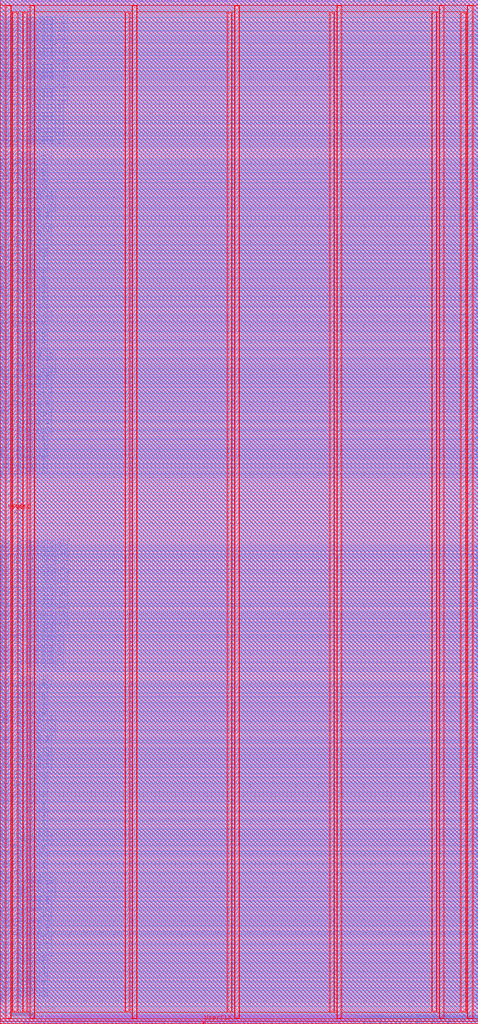
<source format=lef>
##
## LEF for PtnCells ;
## created by Innovus v15.20-p005_1 on Fri Jun 18 17:53:36 2021
##

VERSION 5.7 ;

BUSBITCHARS "[]" ;
DIVIDERCHAR "/" ;

MACRO DSP
  CLASS BLOCK ;
  SIZE 210.2200 BY 449.8200 ;
  FOREIGN DSP 0.0000 0.0000 ;
  ORIGIN 0 0 ;
  SYMMETRY X Y R90 ;
  PIN top_N1BEG[3]
    DIRECTION OUTPUT ;
    USE SIGNAL ;
    ANTENNAPARTIALMETALAREA 0.38335 LAYER li1  ;
    ANTENNAPARTIALMETALSIDEAREA 0.451 LAYER li1  ;
    ANTENNAPARTIALCUTAREA 0.0289 LAYER mcon  ;
    ANTENNAPARTIALMETALAREA 2.902 LAYER met1  ;
    ANTENNAPARTIALMETALSIDEAREA 14.3955 LAYER met1  ;
    ANTENNAPARTIALCUTAREA 0.0225 LAYER via  ;
    ANTENNAPARTIALMETALAREA 13.5841 LAYER met2  ;
    ANTENNAPARTIALMETALSIDEAREA 67.7495 LAYER met2  ;
    ANTENNAPARTIALCUTAREA 0.04 LAYER via2  ;
    ANTENNADIFFAREA 1.782 LAYER met3  ;
    ANTENNAPARTIALMETALAREA 17.0418 LAYER met3  ;
    ANTENNAPARTIALMETALSIDEAREA 91.36 LAYER met3  ;
    PORT
      LAYER li1 ;
        RECT 13.8400 449.1000 14.2200 449.8200 ;
    END
  END top_N1BEG[3]
  PIN top_N1BEG[2]
    DIRECTION OUTPUT ;
    USE SIGNAL ;
    ANTENNAPARTIALMETALAREA 0.61455 LAYER li1  ;
    ANTENNAPARTIALMETALSIDEAREA 0.723 LAYER li1  ;
    ANTENNAPARTIALCUTAREA 0.0289 LAYER mcon  ;
    ANTENNAPARTIALMETALAREA 1.0372 LAYER met1  ;
    ANTENNAPARTIALMETALSIDEAREA 5.0715 LAYER met1  ;
    ANTENNAPARTIALCUTAREA 0.0225 LAYER via  ;
    ANTENNADIFFAREA 1.782 LAYER met2  ;
    ANTENNAPARTIALMETALAREA 3.7656 LAYER met2  ;
    ANTENNAPARTIALMETALSIDEAREA 18.592 LAYER met2  ;
    PORT
      LAYER li1 ;
        RECT 12.4600 449.1000 12.8400 449.8200 ;
    END
  END top_N1BEG[2]
  PIN top_N1BEG[1]
    DIRECTION OUTPUT ;
    USE SIGNAL ;
    ANTENNAPARTIALMETALAREA 0.49895 LAYER li1  ;
    ANTENNAPARTIALMETALSIDEAREA 0.587 LAYER li1  ;
    ANTENNAPARTIALCUTAREA 0.0289 LAYER mcon  ;
    ANTENNAPARTIALMETALAREA 2.6444 LAYER met1  ;
    ANTENNAPARTIALMETALSIDEAREA 13.1075 LAYER met1  ;
    ANTENNAPARTIALCUTAREA 0.0225 LAYER via  ;
    ANTENNADIFFAREA 1.782 LAYER met2  ;
    ANTENNAPARTIALMETALAREA 17.3344 LAYER met2  ;
    ANTENNAPARTIALMETALSIDEAREA 86.436 LAYER met2  ;
    PORT
      LAYER li1 ;
        RECT 11.0800 449.1000 11.4600 449.8200 ;
    END
  END top_N1BEG[1]
  PIN top_N1BEG[0]
    DIRECTION OUTPUT ;
    USE SIGNAL ;
    ANTENNAPARTIALMETALAREA 1.00215 LAYER li1  ;
    ANTENNAPARTIALMETALSIDEAREA 1.179 LAYER li1  ;
    ANTENNAPARTIALCUTAREA 0.0289 LAYER mcon  ;
    ANTENNAPARTIALMETALAREA 0.236 LAYER met1  ;
    ANTENNAPARTIALMETALSIDEAREA 1.1025 LAYER met1  ;
    ANTENNAPARTIALCUTAREA 0.0225 LAYER via  ;
    ANTENNADIFFAREA 1.782 LAYER met2  ;
    ANTENNAPARTIALMETALAREA 35.4996 LAYER met2  ;
    ANTENNAPARTIALMETALSIDEAREA 177.38 LAYER met2  ;
    PORT
      LAYER li1 ;
        RECT 10.1600 449.1000 10.5400 449.8200 ;
    END
  END top_N1BEG[0]
  PIN top_N2BEG[7]
    DIRECTION OUTPUT ;
    USE SIGNAL ;
    ANTENNAPARTIALMETALAREA 0.84575 LAYER li1  ;
    ANTENNAPARTIALMETALSIDEAREA 0.995 LAYER li1  ;
    ANTENNAPARTIALCUTAREA 0.0289 LAYER mcon  ;
    ANTENNAPARTIALMETALAREA 0.4936 LAYER met1  ;
    ANTENNAPARTIALMETALSIDEAREA 2.3905 LAYER met1  ;
    ANTENNAPARTIALCUTAREA 0.0225 LAYER via  ;
    ANTENNAPARTIALMETALAREA 1.2291 LAYER met2  ;
    ANTENNAPARTIALMETALSIDEAREA 5.9745 LAYER met2  ;
    ANTENNAPARTIALCUTAREA 0.04 LAYER via2  ;
    ANTENNAPARTIALMETALAREA 0.676 LAYER met3  ;
    ANTENNAPARTIALMETALSIDEAREA 4.072 LAYER met3  ;
    ANTENNAPARTIALCUTAREA 0.04 LAYER via3  ;
    ANTENNADIFFAREA 1.782 LAYER met4  ;
    ANTENNAPARTIALMETALAREA 75.5868 LAYER met4  ;
    ANTENNAPARTIALMETALSIDEAREA 403.6 LAYER met4  ;
    PORT
      LAYER li1 ;
        RECT 24.8800 449.1000 25.2600 449.8200 ;
    END
  END top_N2BEG[7]
  PIN top_N2BEG[6]
    DIRECTION OUTPUT ;
    USE SIGNAL ;
    ANTENNAPARTIALMETALAREA 0.38335 LAYER li1  ;
    ANTENNAPARTIALMETALSIDEAREA 0.451 LAYER li1  ;
    ANTENNAPARTIALCUTAREA 0.0289 LAYER mcon  ;
    ANTENNAPARTIALMETALAREA 0.4292 LAYER met1  ;
    ANTENNAPARTIALMETALSIDEAREA 2.0685 LAYER met1  ;
    ANTENNAPARTIALCUTAREA 0.0225 LAYER via  ;
    ANTENNAPARTIALMETALAREA 1.6099 LAYER met2  ;
    ANTENNAPARTIALMETALSIDEAREA 7.8785 LAYER met2  ;
    ANTENNAPARTIALCUTAREA 0.04 LAYER via2  ;
    ANTENNAPARTIALMETALAREA 2.263 LAYER met3  ;
    ANTENNAPARTIALMETALSIDEAREA 12.536 LAYER met3  ;
    ANTENNAPARTIALCUTAREA 0.04 LAYER via3  ;
    ANTENNADIFFAREA 1.782 LAYER met4  ;
    ANTENNAPARTIALMETALAREA 94.0614 LAYER met4  ;
    ANTENNAPARTIALMETALSIDEAREA 503.072 LAYER met4  ;
    PORT
      LAYER li1 ;
        RECT 23.5000 449.1000 23.8800 449.8200 ;
    END
  END top_N2BEG[6]
  PIN top_N2BEG[5]
    DIRECTION OUTPUT ;
    USE SIGNAL ;
    ANTENNAPARTIALMETALAREA 0.61455 LAYER li1  ;
    ANTENNAPARTIALMETALSIDEAREA 0.723 LAYER li1  ;
    ANTENNAPARTIALCUTAREA 0.0289 LAYER mcon  ;
    ANTENNAPARTIALMETALAREA 1.7172 LAYER met1  ;
    ANTENNAPARTIALMETALSIDEAREA 8.5085 LAYER met1  ;
    ANTENNAPARTIALCUTAREA 0.0225 LAYER via  ;
    ANTENNAPARTIALMETALAREA 0.9925 LAYER met2  ;
    ANTENNAPARTIALMETALSIDEAREA 4.7915 LAYER met2  ;
    ANTENNAPARTIALCUTAREA 0.04 LAYER via2  ;
    ANTENNAPARTIALMETALAREA 0.952 LAYER met3  ;
    ANTENNAPARTIALMETALSIDEAREA 5.544 LAYER met3  ;
    ANTENNAPARTIALCUTAREA 0.04 LAYER via3  ;
    ANTENNADIFFAREA 1.782 LAYER met4  ;
    ANTENNAPARTIALMETALAREA 85.1826 LAYER met4  ;
    ANTENNAPARTIALMETALSIDEAREA 455.248 LAYER met4  ;
    PORT
      LAYER li1 ;
        RECT 22.1200 449.1000 22.5000 449.8200 ;
    END
  END top_N2BEG[5]
  PIN top_N2BEG[4]
    DIRECTION OUTPUT ;
    USE SIGNAL ;
    ANTENNAPARTIALMETALAREA 0.20995 LAYER li1  ;
    ANTENNAPARTIALMETALSIDEAREA 0.247 LAYER li1  ;
    ANTENNAPARTIALCUTAREA 0.0289 LAYER mcon  ;
    ANTENNAPARTIALMETALAREA 7.334 LAYER met1  ;
    ANTENNAPARTIALMETALSIDEAREA 36.5925 LAYER met1  ;
    ANTENNAPARTIALCUTAREA 0.0225 LAYER via  ;
    ANTENNAPARTIALMETALAREA 2.6501 LAYER met2  ;
    ANTENNAPARTIALMETALSIDEAREA 13.0795 LAYER met2  ;
    ANTENNAPARTIALCUTAREA 0.04 LAYER via2  ;
    ANTENNAPARTIALMETALAREA 0.4 LAYER met3  ;
    ANTENNAPARTIALMETALSIDEAREA 2.6 LAYER met3  ;
    ANTENNAPARTIALCUTAREA 0.04 LAYER via3  ;
    ANTENNADIFFAREA 1.782 LAYER met4  ;
    ANTENNAPARTIALMETALAREA 91.2228 LAYER met4  ;
    ANTENNAPARTIALMETALSIDEAREA 486.992 LAYER met4  ;
    PORT
      LAYER li1 ;
        RECT 20.7400 449.1000 21.1200 449.8200 ;
    END
  END top_N2BEG[4]
  PIN top_N2BEG[3]
    DIRECTION OUTPUT ;
    USE SIGNAL ;
    ANTENNAPARTIALMETALAREA 1.53935 LAYER li1  ;
    ANTENNAPARTIALMETALSIDEAREA 1.811 LAYER li1  ;
    ANTENNAPARTIALCUTAREA 0.0289 LAYER mcon  ;
    ANTENNAPARTIALMETALAREA 0.0832 LAYER met1  ;
    ANTENNAPARTIALMETALSIDEAREA 0.406 LAYER met1  ;
    ANTENNAPARTIALCUTAREA 0.0225 LAYER via  ;
    ANTENNAPARTIALMETALAREA 32.9781 LAYER met2  ;
    ANTENNAPARTIALMETALSIDEAREA 164.602 LAYER met2  ;
    ANTENNAPARTIALCUTAREA 0.04 LAYER via2  ;
    ANTENNADIFFAREA 1.782 LAYER met3  ;
    ANTENNAPARTIALMETALAREA 1.4988 LAYER met3  ;
    ANTENNAPARTIALMETALSIDEAREA 8.464 LAYER met3  ;
    PORT
      LAYER li1 ;
        RECT 19.3600 449.1000 19.7400 449.8200 ;
    END
  END top_N2BEG[3]
  PIN top_N2BEG[2]
    DIRECTION OUTPUT ;
    USE SIGNAL ;
    ANTENNAPARTIALCUTAREA 0.0289 LAYER mcon  ;
    ANTENNADIFFAREA 1.782 LAYER met1  ;
    ANTENNAPARTIALMETALAREA 3.372 LAYER met1  ;
    ANTENNAPARTIALMETALSIDEAREA 16.786 LAYER met1  ;
    PORT
      LAYER li1 ;
        RECT 17.9800 449.1000 18.3600 449.8200 ;
    END
  END top_N2BEG[2]
  PIN top_N2BEG[1]
    DIRECTION OUTPUT ;
    USE SIGNAL ;
    ANTENNAPARTIALMETALAREA 1.53935 LAYER li1  ;
    ANTENNAPARTIALMETALSIDEAREA 1.811 LAYER li1  ;
    ANTENNAPARTIALCUTAREA 0.0289 LAYER mcon  ;
    ANTENNAPARTIALMETALAREA 0.0832 LAYER met1  ;
    ANTENNAPARTIALMETALSIDEAREA 0.406 LAYER met1  ;
    ANTENNAPARTIALCUTAREA 0.0225 LAYER via  ;
    ANTENNADIFFAREA 1.782 LAYER met2  ;
    ANTENNAPARTIALMETALAREA 34.1276 LAYER met2  ;
    ANTENNAPARTIALMETALSIDEAREA 170.52 LAYER met2  ;
    PORT
      LAYER li1 ;
        RECT 16.6000 449.1000 16.9800 449.8200 ;
    END
  END top_N2BEG[1]
  PIN top_N2BEG[0]
    DIRECTION OUTPUT ;
    USE SIGNAL ;
    ANTENNAPARTIALMETALAREA 0.84575 LAYER li1  ;
    ANTENNAPARTIALMETALSIDEAREA 0.995 LAYER li1  ;
    ANTENNAPARTIALCUTAREA 0.0289 LAYER mcon  ;
    ANTENNAPARTIALMETALAREA 0.558 LAYER met1  ;
    ANTENNAPARTIALMETALSIDEAREA 2.7125 LAYER met1  ;
    ANTENNAPARTIALCUTAREA 0.0225 LAYER via  ;
    ANTENNADIFFAREA 1.782 LAYER met2  ;
    ANTENNAPARTIALMETALAREA 33.8952 LAYER met2  ;
    ANTENNAPARTIALMETALSIDEAREA 169.358 LAYER met2  ;
    PORT
      LAYER li1 ;
        RECT 15.2200 449.1000 15.6000 449.8200 ;
    END
  END top_N2BEG[0]
  PIN top_N2BEGb[7]
    DIRECTION OUTPUT ;
    USE SIGNAL ;
    ANTENNAPARTIALMETALAREA 0.44115 LAYER li1  ;
    ANTENNAPARTIALMETALSIDEAREA 0.519 LAYER li1  ;
    ANTENNAPARTIALCUTAREA 0.0289 LAYER mcon  ;
    ANTENNAPARTIALMETALAREA 2.9408 LAYER met1  ;
    ANTENNAPARTIALMETALSIDEAREA 14.6265 LAYER met1  ;
    ANTENNAPARTIALCUTAREA 0.0225 LAYER via  ;
    ANTENNADIFFAREA 1.782 LAYER met2  ;
    ANTENNAPARTIALMETALAREA 29.534 LAYER met2  ;
    ANTENNAPARTIALMETALSIDEAREA 147.434 LAYER met2  ;
    PORT
      LAYER li1 ;
        RECT 35.4600 449.1000 35.8400 449.8200 ;
    END
  END top_N2BEGb[7]
  PIN top_N2BEGb[6]
    DIRECTION OUTPUT ;
    USE SIGNAL ;
    ANTENNAPARTIALMETALAREA 0.61455 LAYER li1  ;
    ANTENNAPARTIALMETALSIDEAREA 0.723 LAYER li1  ;
    ANTENNAPARTIALCUTAREA 0.0289 LAYER mcon  ;
    ANTENNAPARTIALMETALAREA 1.7172 LAYER met1  ;
    ANTENNAPARTIALMETALSIDEAREA 8.5085 LAYER met1  ;
    ANTENNAPARTIALCUTAREA 0.0225 LAYER via  ;
    ANTENNAPARTIALMETALAREA 1.8465 LAYER met2  ;
    ANTENNAPARTIALMETALSIDEAREA 9.0615 LAYER met2  ;
    ANTENNAPARTIALCUTAREA 0.04 LAYER via2  ;
    ANTENNAPARTIALMETALAREA 0.469 LAYER met3  ;
    ANTENNAPARTIALMETALSIDEAREA 2.968 LAYER met3  ;
    ANTENNAPARTIALCUTAREA 0.04 LAYER via3  ;
    ANTENNADIFFAREA 1.782 LAYER met4  ;
    ANTENNAPARTIALMETALAREA 49.8318 LAYER met4  ;
    ANTENNAPARTIALMETALSIDEAREA 266.24 LAYER met4  ;
    PORT
      LAYER li1 ;
        RECT 34.0800 449.1000 34.4600 449.8200 ;
    END
  END top_N2BEGb[6]
  PIN top_N2BEGb[5]
    DIRECTION OUTPUT ;
    USE SIGNAL ;
    ANTENNAPARTIALMETALAREA 0.84575 LAYER li1  ;
    ANTENNAPARTIALMETALSIDEAREA 0.995 LAYER li1  ;
    ANTENNAPARTIALCUTAREA 0.0289 LAYER mcon  ;
    ANTENNAPARTIALMETALAREA 0.88 LAYER met1  ;
    ANTENNAPARTIALMETALSIDEAREA 4.3225 LAYER met1  ;
    ANTENNAPARTIALCUTAREA 0.0225 LAYER via  ;
    ANTENNADIFFAREA 1.782 LAYER met2  ;
    ANTENNAPARTIALMETALAREA 30.076 LAYER met2  ;
    ANTENNAPARTIALMETALSIDEAREA 150.262 LAYER met2  ;
    PORT
      LAYER li1 ;
        RECT 33.1600 449.1000 33.5400 449.8200 ;
    END
  END top_N2BEGb[5]
  PIN top_N2BEGb[4]
    DIRECTION OUTPUT ;
    USE SIGNAL ;
    ANTENNAPARTIALMETALAREA 0.09435 LAYER li1  ;
    ANTENNAPARTIALMETALSIDEAREA 0.111 LAYER li1  ;
    ANTENNAPARTIALCUTAREA 0.0289 LAYER mcon  ;
    ANTENNAPARTIALMETALAREA 0.0832 LAYER met1  ;
    ANTENNAPARTIALMETALSIDEAREA 0.406 LAYER met1  ;
    ANTENNAPARTIALCUTAREA 0.0225 LAYER via  ;
    ANTENNAPARTIALMETALAREA 0.2253 LAYER met2  ;
    ANTENNAPARTIALMETALSIDEAREA 0.9555 LAYER met2  ;
    ANTENNAPARTIALCUTAREA 0.04 LAYER via2  ;
    ANTENNAPARTIALMETALAREA 0.883 LAYER met3  ;
    ANTENNAPARTIALMETALSIDEAREA 5.176 LAYER met3  ;
    ANTENNAPARTIALCUTAREA 0.04 LAYER via3  ;
    ANTENNADIFFAREA 1.782 LAYER met4  ;
    ANTENNAPARTIALMETALAREA 62.4588 LAYER met4  ;
    ANTENNAPARTIALMETALSIDEAREA 333.584 LAYER met4  ;
    PORT
      LAYER li1 ;
        RECT 31.7800 449.1000 32.1600 449.8200 ;
    END
  END top_N2BEGb[4]
  PIN top_N2BEGb[3]
    DIRECTION OUTPUT ;
    USE SIGNAL ;
    ANTENNAPARTIALMETALAREA 1.53935 LAYER li1  ;
    ANTENNAPARTIALMETALSIDEAREA 1.811 LAYER li1  ;
    ANTENNAPARTIALCUTAREA 0.0289 LAYER mcon  ;
    ANTENNAPARTIALMETALAREA 0.3004 LAYER met1  ;
    ANTENNAPARTIALMETALSIDEAREA 1.4245 LAYER met1  ;
    ANTENNAPARTIALCUTAREA 0.0225 LAYER via  ;
    ANTENNAPARTIALMETALAREA 3.5615 LAYER met2  ;
    ANTENNAPARTIALMETALSIDEAREA 17.6365 LAYER met2  ;
    ANTENNAPARTIALCUTAREA 0.04 LAYER via2  ;
    ANTENNAPARTIALMETALAREA 0.1905 LAYER met3  ;
    ANTENNAPARTIALMETALSIDEAREA 1.464 LAYER met3  ;
    ANTENNAPARTIALCUTAREA 0.04 LAYER via3  ;
    ANTENNADIFFAREA 1.782 LAYER met4  ;
    ANTENNAPARTIALMETALAREA 32.3508 LAYER met4  ;
    ANTENNAPARTIALMETALSIDEAREA 173.008 LAYER met4  ;
    PORT
      LAYER li1 ;
        RECT 30.4000 449.1000 30.7800 449.8200 ;
    END
  END top_N2BEGb[3]
  PIN top_N2BEGb[2]
    DIRECTION OUTPUT ;
    USE SIGNAL ;
    ANTENNAPARTIALMETALAREA 0.49895 LAYER li1  ;
    ANTENNAPARTIALMETALSIDEAREA 0.587 LAYER li1  ;
    ANTENNAPARTIALCUTAREA 0.0289 LAYER mcon  ;
    ANTENNAPARTIALMETALAREA 1.314 LAYER met1  ;
    ANTENNAPARTIALMETALSIDEAREA 6.4925 LAYER met1  ;
    ANTENNAPARTIALCUTAREA 0.0225 LAYER via  ;
    ANTENNAPARTIALMETALAREA 1.5147 LAYER met2  ;
    ANTENNAPARTIALMETALSIDEAREA 7.4025 LAYER met2  ;
    ANTENNAPARTIALCUTAREA 0.04 LAYER via2  ;
    ANTENNAPARTIALMETALAREA 0.1905 LAYER met3  ;
    ANTENNAPARTIALMETALSIDEAREA 1.464 LAYER met3  ;
    ANTENNAPARTIALCUTAREA 0.04 LAYER via3  ;
    ANTENNADIFFAREA 1.782 LAYER met4  ;
    ANTENNAPARTIALMETALAREA 42.1698 LAYER met4  ;
    ANTENNAPARTIALMETALSIDEAREA 225.376 LAYER met4  ;
    PORT
      LAYER li1 ;
        RECT 29.0200 449.1000 29.4000 449.8200 ;
    END
  END top_N2BEGb[2]
  PIN top_N2BEGb[1]
    DIRECTION OUTPUT ;
    USE SIGNAL ;
    ANTENNAPARTIALCUTAREA 0.0289 LAYER mcon  ;
    ANTENNAPARTIALMETALAREA 8.608 LAYER met1  ;
    ANTENNAPARTIALMETALSIDEAREA 42.9625 LAYER met1  ;
    ANTENNAPARTIALCUTAREA 0.0225 LAYER via  ;
    ANTENNADIFFAREA 1.782 LAYER met2  ;
    ANTENNAPARTIALMETALAREA 24.756 LAYER met2  ;
    ANTENNAPARTIALMETALSIDEAREA 123.662 LAYER met2  ;
    PORT
      LAYER li1 ;
        RECT 27.6400 449.1000 28.0200 449.8200 ;
    END
  END top_N2BEGb[1]
  PIN top_N2BEGb[0]
    DIRECTION OUTPUT ;
    USE SIGNAL ;
    ANTENNAPARTIALMETALAREA 0.32555 LAYER li1  ;
    ANTENNAPARTIALMETALSIDEAREA 0.383 LAYER li1  ;
    ANTENNAPARTIALCUTAREA 0.0289 LAYER mcon  ;
    ANTENNAPARTIALMETALAREA 7.1912 LAYER met1  ;
    ANTENNAPARTIALMETALSIDEAREA 35.8785 LAYER met1  ;
    ANTENNAPARTIALCUTAREA 0.0225 LAYER via  ;
    ANTENNADIFFAREA 1.782 LAYER met2  ;
    ANTENNAPARTIALMETALAREA 14.1888 LAYER met2  ;
    ANTENNAPARTIALMETALSIDEAREA 70.826 LAYER met2  ;
    PORT
      LAYER li1 ;
        RECT 26.2600 449.1000 26.6400 449.8200 ;
    END
  END top_N2BEGb[0]
  PIN top_N4BEG[15]
    DIRECTION OUTPUT ;
    USE SIGNAL ;
    ANTENNAPARTIALMETALAREA 1.53935 LAYER li1  ;
    ANTENNAPARTIALMETALSIDEAREA 1.811 LAYER li1  ;
    ANTENNAPARTIALCUTAREA 0.0289 LAYER mcon  ;
    ANTENNAPARTIALMETALAREA 0.0832 LAYER met1  ;
    ANTENNAPARTIALMETALSIDEAREA 0.406 LAYER met1  ;
    ANTENNAPARTIALCUTAREA 0.0225 LAYER via  ;
    ANTENNAPARTIALMETALAREA 8.3019 LAYER met2  ;
    ANTENNAPARTIALMETALSIDEAREA 41.3385 LAYER met2  ;
    ANTENNAPARTIALCUTAREA 0.04 LAYER via2  ;
    ANTENNAPARTIALMETALAREA 1.159 LAYER met3  ;
    ANTENNAPARTIALMETALSIDEAREA 6.648 LAYER met3  ;
    ANTENNAPARTIALCUTAREA 0.04 LAYER via3  ;
    ANTENNADIFFAREA 1.782 LAYER met4  ;
    ANTENNAPARTIALMETALAREA 59.0448 LAYER met4  ;
    ANTENNAPARTIALMETALSIDEAREA 315.376 LAYER met4  ;
    PORT
      LAYER li1 ;
        RECT 57.0800 449.1000 57.4600 449.8200 ;
    END
  END top_N4BEG[15]
  PIN top_N4BEG[14]
    DIRECTION OUTPUT ;
    USE SIGNAL ;
    ANTENNAPARTIALMETALAREA 0.09435 LAYER li1  ;
    ANTENNAPARTIALMETALSIDEAREA 0.111 LAYER li1  ;
    ANTENNAPARTIALCUTAREA 0.0289 LAYER mcon  ;
    ANTENNAPARTIALMETALAREA 0.9276 LAYER met1  ;
    ANTENNAPARTIALMETALSIDEAREA 4.5605 LAYER met1  ;
    ANTENNAPARTIALCUTAREA 0.0225 LAYER via  ;
    ANTENNAPARTIALMETALAREA 2.8741 LAYER met2  ;
    ANTENNAPARTIALMETALSIDEAREA 14.1995 LAYER met2  ;
    ANTENNAPARTIALCUTAREA 0.04 LAYER via2  ;
    ANTENNAPARTIALMETALAREA 1.228 LAYER met3  ;
    ANTENNAPARTIALMETALSIDEAREA 7.016 LAYER met3  ;
    ANTENNAPARTIALCUTAREA 0.04 LAYER via3  ;
    ANTENNADIFFAREA 1.782 LAYER met4  ;
    ANTENNAPARTIALMETALAREA 103.778 LAYER met4  ;
    ANTENNAPARTIALMETALSIDEAREA 553.952 LAYER met4  ;
    PORT
      LAYER li1 ;
        RECT 56.1600 449.1000 56.5400 449.8200 ;
    END
  END top_N4BEG[14]
  PIN top_N4BEG[13]
    DIRECTION OUTPUT ;
    USE SIGNAL ;
    ANTENNAPARTIALMETALAREA 1.48155 LAYER li1  ;
    ANTENNAPARTIALMETALSIDEAREA 1.743 LAYER li1  ;
    ANTENNAPARTIALCUTAREA 0.0289 LAYER mcon  ;
    ANTENNAPARTIALMETALAREA 0.6742 LAYER met1  ;
    ANTENNAPARTIALMETALSIDEAREA 3.2935 LAYER met1  ;
    ANTENNAPARTIALCUTAREA 0.0225 LAYER via  ;
    ANTENNAPARTIALMETALAREA 2.6011 LAYER met2  ;
    ANTENNAPARTIALMETALSIDEAREA 12.8345 LAYER met2  ;
    ANTENNAPARTIALCUTAREA 0.04 LAYER via2  ;
    ANTENNAPARTIALMETALAREA 1.021 LAYER met3  ;
    ANTENNAPARTIALMETALSIDEAREA 5.912 LAYER met3  ;
    ANTENNAPARTIALCUTAREA 0.04 LAYER via3  ;
    ANTENNADIFFAREA 1.782 LAYER met4  ;
    ANTENNAPARTIALMETALAREA 105.965 LAYER met4  ;
    ANTENNAPARTIALMETALSIDEAREA 565.616 LAYER met4  ;
    PORT
      LAYER li1 ;
        RECT 54.7800 449.1000 55.1600 449.8200 ;
    END
  END top_N4BEG[13]
  PIN top_N4BEG[12]
    DIRECTION OUTPUT ;
    USE SIGNAL ;
    ANTENNAPARTIALMETALAREA 1.53935 LAYER li1  ;
    ANTENNAPARTIALMETALSIDEAREA 1.811 LAYER li1  ;
    ANTENNAPARTIALCUTAREA 0.0289 LAYER mcon  ;
    ANTENNAPARTIALMETALAREA 0.0832 LAYER met1  ;
    ANTENNAPARTIALMETALSIDEAREA 0.406 LAYER met1  ;
    ANTENNAPARTIALCUTAREA 0.0225 LAYER via  ;
    ANTENNAPARTIALMETALAREA 1.4909 LAYER met2  ;
    ANTENNAPARTIALMETALSIDEAREA 7.2835 LAYER met2  ;
    ANTENNAPARTIALCUTAREA 0.04 LAYER via2  ;
    ANTENNAPARTIALMETALAREA 0.538 LAYER met3  ;
    ANTENNAPARTIALMETALSIDEAREA 3.336 LAYER met3  ;
    ANTENNAPARTIALCUTAREA 0.04 LAYER via3  ;
    ANTENNADIFFAREA 1.782 LAYER met4  ;
    ANTENNAPARTIALMETALAREA 90.0918 LAYER met4  ;
    ANTENNAPARTIALMETALSIDEAREA 480.96 LAYER met4  ;
    PORT
      LAYER li1 ;
        RECT 53.4000 449.1000 53.7800 449.8200 ;
    END
  END top_N4BEG[12]
  PIN top_N4BEG[11]
    DIRECTION OUTPUT ;
    USE SIGNAL ;
    ANTENNAPARTIALMETALAREA 1.53935 LAYER li1  ;
    ANTENNAPARTIALMETALSIDEAREA 1.811 LAYER li1  ;
    ANTENNAPARTIALCUTAREA 0.0289 LAYER mcon  ;
    ANTENNAPARTIALMETALAREA 0.0832 LAYER met1  ;
    ANTENNAPARTIALMETALSIDEAREA 0.406 LAYER met1  ;
    ANTENNAPARTIALCUTAREA 0.0225 LAYER via  ;
    ANTENNADIFFAREA 1.782 LAYER met2  ;
    ANTENNAPARTIALMETALAREA 0.3596 LAYER met2  ;
    ANTENNAPARTIALMETALSIDEAREA 1.68 LAYER met2  ;
    PORT
      LAYER li1 ;
        RECT 52.0200 449.1000 52.4000 449.8200 ;
    END
  END top_N4BEG[11]
  PIN top_N4BEG[10]
    DIRECTION OUTPUT ;
    USE SIGNAL ;
    ANTENNAPARTIALMETALAREA 0.84575 LAYER li1  ;
    ANTENNAPARTIALMETALSIDEAREA 0.995 LAYER li1  ;
    ANTENNAPARTIALCUTAREA 0.0289 LAYER mcon  ;
    ANTENNAPARTIALMETALAREA 0.6224 LAYER met1  ;
    ANTENNAPARTIALMETALSIDEAREA 3.0345 LAYER met1  ;
    ANTENNAPARTIALCUTAREA 0.0225 LAYER via  ;
    ANTENNADIFFAREA 1.782 LAYER met2  ;
    ANTENNAPARTIALMETALAREA 1.74 LAYER met2  ;
    ANTENNAPARTIALMETALSIDEAREA 8.582 LAYER met2  ;
    PORT
      LAYER li1 ;
        RECT 50.6400 449.1000 51.0200 449.8200 ;
    END
  END top_N4BEG[10]
  PIN top_N4BEG[9]
    DIRECTION OUTPUT ;
    USE SIGNAL ;
    ANTENNAPARTIALMETALAREA 0.84575 LAYER li1  ;
    ANTENNAPARTIALMETALSIDEAREA 0.995 LAYER li1  ;
    ANTENNAPARTIALCUTAREA 0.0289 LAYER mcon  ;
    ANTENNAPARTIALMETALAREA 0.1716 LAYER met1  ;
    ANTENNAPARTIALMETALSIDEAREA 0.7805 LAYER met1  ;
    ANTENNAPARTIALCUTAREA 0.0225 LAYER via  ;
    ANTENNADIFFAREA 1.782 LAYER met2  ;
    ANTENNAPARTIALMETALAREA 1.6924 LAYER met2  ;
    ANTENNAPARTIALMETALSIDEAREA 8.344 LAYER met2  ;
    PORT
      LAYER li1 ;
        RECT 49.2600 449.1000 49.6400 449.8200 ;
    END
  END top_N4BEG[9]
  PIN top_N4BEG[8]
    DIRECTION OUTPUT ;
    USE SIGNAL ;
    ANTENNAPARTIALMETALAREA 1.53935 LAYER li1  ;
    ANTENNAPARTIALMETALSIDEAREA 1.811 LAYER li1  ;
    ANTENNAPARTIALCUTAREA 0.0289 LAYER mcon  ;
    ANTENNAPARTIALMETALAREA 0.0832 LAYER met1  ;
    ANTENNAPARTIALMETALSIDEAREA 0.406 LAYER met1  ;
    ANTENNAPARTIALCUTAREA 0.0225 LAYER via  ;
    ANTENNADIFFAREA 1.782 LAYER met2  ;
    ANTENNAPARTIALMETALAREA 0.788 LAYER met2  ;
    ANTENNAPARTIALMETALSIDEAREA 3.822 LAYER met2  ;
    PORT
      LAYER li1 ;
        RECT 47.8800 449.1000 48.2600 449.8200 ;
    END
  END top_N4BEG[8]
  PIN top_N4BEG[7]
    DIRECTION OUTPUT ;
    USE SIGNAL ;
    ANTENNAPARTIALMETALAREA 0.61455 LAYER li1  ;
    ANTENNAPARTIALMETALSIDEAREA 0.723 LAYER li1  ;
    ANTENNAPARTIALCUTAREA 0.0289 LAYER mcon  ;
    ANTENNAPARTIALMETALAREA 0.8156 LAYER met1  ;
    ANTENNAPARTIALMETALSIDEAREA 4.0005 LAYER met1  ;
    ANTENNAPARTIALCUTAREA 0.0225 LAYER via  ;
    ANTENNAPARTIALMETALAREA 3.4915 LAYER met2  ;
    ANTENNAPARTIALMETALSIDEAREA 17.2865 LAYER met2  ;
    ANTENNAPARTIALCUTAREA 0.04 LAYER via2  ;
    ANTENNAPARTIALMETALAREA 0.607 LAYER met3  ;
    ANTENNAPARTIALMETALSIDEAREA 3.704 LAYER met3  ;
    ANTENNAPARTIALCUTAREA 0.04 LAYER via3  ;
    ANTENNADIFFAREA 1.782 LAYER met4  ;
    ANTENNAPARTIALMETALAREA 116.38 LAYER met4  ;
    ANTENNAPARTIALMETALSIDEAREA 621.632 LAYER met4  ;
    PORT
      LAYER li1 ;
        RECT 46.5000 449.1000 46.8800 449.8200 ;
    END
  END top_N4BEG[7]
  PIN top_N4BEG[6]
    DIRECTION OUTPUT ;
    USE SIGNAL ;
    ANTENNAPARTIALMETALAREA 1.53935 LAYER li1  ;
    ANTENNAPARTIALMETALSIDEAREA 1.811 LAYER li1  ;
    ANTENNAPARTIALCUTAREA 0.0289 LAYER mcon  ;
    ANTENNAPARTIALMETALAREA 0.3004 LAYER met1  ;
    ANTENNAPARTIALMETALSIDEAREA 1.4245 LAYER met1  ;
    ANTENNAPARTIALCUTAREA 0.0225 LAYER via  ;
    ANTENNADIFFAREA 1.782 LAYER met2  ;
    ANTENNAPARTIALMETALAREA 1.614 LAYER met2  ;
    ANTENNAPARTIALMETALSIDEAREA 7.952 LAYER met2  ;
    PORT
      LAYER li1 ;
        RECT 45.1200 449.1000 45.5000 449.8200 ;
    END
  END top_N4BEG[6]
  PIN top_N4BEG[5]
    DIRECTION OUTPUT ;
    USE SIGNAL ;
    ANTENNAPARTIALMETALAREA 0.84575 LAYER li1  ;
    ANTENNAPARTIALMETALSIDEAREA 0.995 LAYER li1  ;
    ANTENNAPARTIALCUTAREA 0.0289 LAYER mcon  ;
    ANTENNAPARTIALMETALAREA 0.0832 LAYER met1  ;
    ANTENNAPARTIALMETALSIDEAREA 0.406 LAYER met1  ;
    ANTENNAPARTIALCUTAREA 0.0225 LAYER via  ;
    ANTENNAPARTIALMETALAREA 0.5459 LAYER met2  ;
    ANTENNAPARTIALMETALSIDEAREA 2.5585 LAYER met2  ;
    ANTENNAPARTIALCUTAREA 0.04 LAYER via2  ;
    ANTENNAPARTIALMETALAREA 0.4 LAYER met3  ;
    ANTENNAPARTIALMETALSIDEAREA 2.6 LAYER met3  ;
    ANTENNAPARTIALCUTAREA 0.04 LAYER via3  ;
    ANTENNADIFFAREA 1.782 LAYER met4  ;
    ANTENNAPARTIALMETALAREA 79.8276 LAYER met4  ;
    ANTENNAPARTIALMETALSIDEAREA 426.688 LAYER met4  ;
    PORT
      LAYER li1 ;
        RECT 43.7400 449.1000 44.1200 449.8200 ;
    END
  END top_N4BEG[5]
  PIN top_N4BEG[4]
    DIRECTION OUTPUT ;
    USE SIGNAL ;
    ANTENNAPARTIALMETALAREA 1.53935 LAYER li1  ;
    ANTENNAPARTIALMETALSIDEAREA 1.811 LAYER li1  ;
    ANTENNAPARTIALCUTAREA 0.0289 LAYER mcon  ;
    ANTENNAPARTIALMETALAREA 0.0832 LAYER met1  ;
    ANTENNAPARTIALMETALSIDEAREA 0.406 LAYER met1  ;
    ANTENNAPARTIALCUTAREA 0.0225 LAYER via  ;
    ANTENNAPARTIALMETALAREA 1.5553 LAYER met2  ;
    ANTENNAPARTIALMETALSIDEAREA 7.6055 LAYER met2  ;
    ANTENNAPARTIALCUTAREA 0.04 LAYER via2  ;
    ANTENNAPARTIALMETALAREA 2.47 LAYER met3  ;
    ANTENNAPARTIALMETALSIDEAREA 13.64 LAYER met3  ;
    ANTENNAPARTIALCUTAREA 0.04 LAYER via3  ;
    ANTENNADIFFAREA 1.782 LAYER met4  ;
    ANTENNAPARTIALMETALAREA 88.5156 LAYER met4  ;
    ANTENNAPARTIALMETALSIDEAREA 473.024 LAYER met4  ;
    PORT
      LAYER li1 ;
        RECT 42.3600 449.1000 42.7400 449.8200 ;
    END
  END top_N4BEG[4]
  PIN top_N4BEG[3]
    DIRECTION OUTPUT ;
    USE SIGNAL ;
    ANTENNAPARTIALMETALAREA 1.53935 LAYER li1  ;
    ANTENNAPARTIALMETALSIDEAREA 1.811 LAYER li1  ;
    ANTENNAPARTIALCUTAREA 0.0289 LAYER mcon  ;
    ANTENNAPARTIALMETALAREA 0.0832 LAYER met1  ;
    ANTENNAPARTIALMETALSIDEAREA 0.406 LAYER met1  ;
    ANTENNAPARTIALCUTAREA 0.0225 LAYER via  ;
    ANTENNADIFFAREA 1.782 LAYER met2  ;
    ANTENNAPARTIALMETALAREA 0.788 LAYER met2  ;
    ANTENNAPARTIALMETALSIDEAREA 3.822 LAYER met2  ;
    PORT
      LAYER li1 ;
        RECT 40.9800 449.1000 41.3600 449.8200 ;
    END
  END top_N4BEG[3]
  PIN top_N4BEG[2]
    DIRECTION OUTPUT ;
    USE SIGNAL ;
    ANTENNAPARTIALMETALAREA 1.53935 LAYER li1  ;
    ANTENNAPARTIALMETALSIDEAREA 1.811 LAYER li1  ;
    ANTENNAPARTIALCUTAREA 0.0289 LAYER mcon  ;
    ANTENNAPARTIALMETALAREA 0.0832 LAYER met1  ;
    ANTENNAPARTIALMETALSIDEAREA 0.406 LAYER met1  ;
    ANTENNAPARTIALCUTAREA 0.0225 LAYER via  ;
    ANTENNADIFFAREA 1.782 LAYER met2  ;
    ANTENNAPARTIALMETALAREA 1.1212 LAYER met2  ;
    ANTENNAPARTIALMETALSIDEAREA 5.488 LAYER met2  ;
    PORT
      LAYER li1 ;
        RECT 39.6000 449.1000 39.9800 449.8200 ;
    END
  END top_N4BEG[2]
  PIN top_N4BEG[1]
    DIRECTION OUTPUT ;
    USE SIGNAL ;
    ANTENNAPARTIALMETALAREA 1.53935 LAYER li1  ;
    ANTENNAPARTIALMETALSIDEAREA 1.811 LAYER li1  ;
    ANTENNAPARTIALCUTAREA 0.0289 LAYER mcon  ;
    ANTENNAPARTIALMETALAREA 0.1716 LAYER met1  ;
    ANTENNAPARTIALMETALSIDEAREA 0.7805 LAYER met1  ;
    ANTENNAPARTIALCUTAREA 0.0225 LAYER via  ;
    ANTENNADIFFAREA 1.782 LAYER met2  ;
    ANTENNAPARTIALMETALAREA 0.3596 LAYER met2  ;
    ANTENNAPARTIALMETALSIDEAREA 1.68 LAYER met2  ;
    PORT
      LAYER li1 ;
        RECT 38.2200 449.1000 38.6000 449.8200 ;
    END
  END top_N4BEG[1]
  PIN top_N4BEG[0]
    DIRECTION OUTPUT ;
    USE SIGNAL ;
    ANTENNAPARTIALMETALAREA 1.53935 LAYER li1  ;
    ANTENNAPARTIALMETALSIDEAREA 1.811 LAYER li1  ;
    ANTENNAPARTIALCUTAREA 0.0289 LAYER mcon  ;
    ANTENNAPARTIALMETALAREA 0.0832 LAYER met1  ;
    ANTENNAPARTIALMETALSIDEAREA 0.406 LAYER met1  ;
    ANTENNAPARTIALCUTAREA 0.0225 LAYER via  ;
    ANTENNAPARTIALMETALAREA 0.1101 LAYER met2  ;
    ANTENNAPARTIALMETALSIDEAREA 0.4725 LAYER met2  ;
    ANTENNAPARTIALCUTAREA 0.04 LAYER via2  ;
    ANTENNAPARTIALMETALAREA 0.4 LAYER met3  ;
    ANTENNAPARTIALMETALSIDEAREA 2.6 LAYER met3  ;
    ANTENNAPARTIALCUTAREA 0.04 LAYER via3  ;
    ANTENNADIFFAREA 1.782 LAYER met4  ;
    ANTENNAPARTIALMETALAREA 120.152 LAYER met4  ;
    ANTENNAPARTIALMETALSIDEAREA 641.28 LAYER met4  ;
    PORT
      LAYER li1 ;
        RECT 36.8400 449.1000 37.2200 449.8200 ;
    END
  END top_N4BEG[0]
  PIN top_NN4BEG[15]
    DIRECTION OUTPUT ;
    USE SIGNAL ;
    ANTENNAPARTIALMETALAREA 1.53935 LAYER li1  ;
    ANTENNAPARTIALMETALSIDEAREA 1.811 LAYER li1  ;
    ANTENNAPARTIALCUTAREA 0.0289 LAYER mcon  ;
    ANTENNAPARTIALMETALAREA 0.1716 LAYER met1  ;
    ANTENNAPARTIALMETALSIDEAREA 0.7805 LAYER met1  ;
    ANTENNAPARTIALCUTAREA 0.0225 LAYER via  ;
    ANTENNAPARTIALMETALAREA 1.4265 LAYER met2  ;
    ANTENNAPARTIALMETALSIDEAREA 6.9615 LAYER met2  ;
    ANTENNAPARTIALCUTAREA 0.04 LAYER via2  ;
    ANTENNAPARTIALMETALAREA 0.607 LAYER met3  ;
    ANTENNAPARTIALMETALSIDEAREA 3.704 LAYER met3  ;
    ANTENNAPARTIALCUTAREA 0.04 LAYER via3  ;
    ANTENNADIFFAREA 1.782 LAYER met4  ;
    ANTENNAPARTIALMETALAREA 98.9238 LAYER met4  ;
    ANTENNAPARTIALMETALSIDEAREA 528.064 LAYER met4  ;
    PORT
      LAYER li1 ;
        RECT 79.1600 449.1000 79.5400 449.8200 ;
    END
  END top_NN4BEG[15]
  PIN top_NN4BEG[14]
    DIRECTION OUTPUT ;
    USE SIGNAL ;
    ANTENNAPARTIALCUTAREA 0.0289 LAYER mcon  ;
    ANTENNAPARTIALMETALAREA 0.0832 LAYER met1  ;
    ANTENNAPARTIALMETALSIDEAREA 0.406 LAYER met1  ;
    ANTENNAPARTIALCUTAREA 0.0225 LAYER via  ;
    ANTENNAPARTIALMETALAREA 0.1179 LAYER met2  ;
    ANTENNAPARTIALMETALSIDEAREA 0.4935 LAYER met2  ;
    ANTENNAPARTIALCUTAREA 0.04 LAYER via2  ;
    ANTENNAPARTIALMETALAREA 0.331 LAYER met3  ;
    ANTENNAPARTIALMETALSIDEAREA 2.232 LAYER met3  ;
    ANTENNAPARTIALCUTAREA 0.04 LAYER via3  ;
    ANTENNADIFFAREA 1.782 LAYER met4  ;
    ANTENNAPARTIALMETALAREA 105.695 LAYER met4  ;
    ANTENNAPARTIALMETALSIDEAREA 564.176 LAYER met4  ;
    PORT
      LAYER li1 ;
        RECT 77.7800 449.1000 78.1600 449.8200 ;
    END
  END top_NN4BEG[14]
  PIN top_NN4BEG[13]
    DIRECTION OUTPUT ;
    USE SIGNAL ;
    ANTENNAPARTIALCUTAREA 0.0289 LAYER mcon  ;
    ANTENNAPARTIALMETALAREA 0.0832 LAYER met1  ;
    ANTENNAPARTIALMETALSIDEAREA 0.406 LAYER met1  ;
    ANTENNAPARTIALCUTAREA 0.0225 LAYER via  ;
    ANTENNAPARTIALMETALAREA 0.1179 LAYER met2  ;
    ANTENNAPARTIALMETALSIDEAREA 0.4935 LAYER met2  ;
    ANTENNAPARTIALCUTAREA 0.04 LAYER via2  ;
    ANTENNAPARTIALMETALAREA 0.538 LAYER met3  ;
    ANTENNAPARTIALMETALSIDEAREA 3.336 LAYER met3  ;
    ANTENNAPARTIALCUTAREA 0.04 LAYER via3  ;
    ANTENNADIFFAREA 1.782 LAYER met4  ;
    ANTENNAPARTIALMETALAREA 77.7102 LAYER met4  ;
    ANTENNAPARTIALMETALSIDEAREA 416.336 LAYER met4  ;
    PORT
      LAYER li1 ;
        RECT 76.4000 449.1000 76.7800 449.8200 ;
    END
  END top_NN4BEG[13]
  PIN top_NN4BEG[12]
    DIRECTION OUTPUT ;
    USE SIGNAL ;
    ANTENNAPARTIALMETALAREA 0.44115 LAYER li1  ;
    ANTENNAPARTIALMETALSIDEAREA 0.519 LAYER li1  ;
    ANTENNAPARTIALCUTAREA 0.0289 LAYER mcon  ;
    ANTENNAPARTIALMETALAREA 2.7994 LAYER met1  ;
    ANTENNAPARTIALMETALSIDEAREA 13.9195 LAYER met1  ;
    ANTENNAPARTIALCUTAREA 0.0225 LAYER via  ;
    ANTENNAPARTIALMETALAREA 1.6435 LAYER met2  ;
    ANTENNAPARTIALMETALSIDEAREA 8.0465 LAYER met2  ;
    ANTENNAPARTIALCUTAREA 0.04 LAYER via2  ;
    ANTENNAPARTIALMETALAREA 0.1905 LAYER met3  ;
    ANTENNAPARTIALMETALSIDEAREA 1.464 LAYER met3  ;
    ANTENNAPARTIALCUTAREA 0.04 LAYER via3  ;
    ANTENNADIFFAREA 1.782 LAYER met4  ;
    ANTENNAPARTIALMETALAREA 58.4088 LAYER met4  ;
    ANTENNAPARTIALMETALSIDEAREA 311.984 LAYER met4  ;
    PORT
      LAYER li1 ;
        RECT 75.0200 449.1000 75.4000 449.8200 ;
    END
  END top_NN4BEG[12]
  PIN top_NN4BEG[11]
    DIRECTION OUTPUT ;
    USE SIGNAL ;
    ANTENNAPARTIALMETALAREA 0.84575 LAYER li1  ;
    ANTENNAPARTIALMETALSIDEAREA 0.995 LAYER li1  ;
    ANTENNAPARTIALCUTAREA 0.0289 LAYER mcon  ;
    ANTENNAPARTIALMETALAREA 0.0832 LAYER met1  ;
    ANTENNAPARTIALMETALSIDEAREA 0.406 LAYER met1  ;
    ANTENNAPARTIALCUTAREA 0.0225 LAYER via  ;
    ANTENNADIFFAREA 1.782 LAYER met2  ;
    ANTENNAPARTIALMETALAREA 1.3592 LAYER met2  ;
    ANTENNAPARTIALMETALSIDEAREA 6.678 LAYER met2  ;
    PORT
      LAYER li1 ;
        RECT 73.6400 449.1000 74.0200 449.8200 ;
    END
  END top_NN4BEG[11]
  PIN top_NN4BEG[10]
    DIRECTION OUTPUT ;
    USE SIGNAL ;
    ANTENNAPARTIALMETALAREA 0.84575 LAYER li1  ;
    ANTENNAPARTIALMETALSIDEAREA 0.995 LAYER li1  ;
    ANTENNAPARTIALCUTAREA 0.0289 LAYER mcon  ;
    ANTENNAPARTIALMETALAREA 0.0832 LAYER met1  ;
    ANTENNAPARTIALMETALSIDEAREA 0.406 LAYER met1  ;
    ANTENNAPARTIALCUTAREA 0.0225 LAYER via  ;
    ANTENNADIFFAREA 1.782 LAYER met2  ;
    ANTENNAPARTIALMETALAREA 1.3856 LAYER met2  ;
    ANTENNAPARTIALMETALSIDEAREA 6.692 LAYER met2  ;
    PORT
      LAYER li1 ;
        RECT 72.2600 449.1000 72.6400 449.8200 ;
    END
  END top_NN4BEG[10]
  PIN top_NN4BEG[9]
    DIRECTION OUTPUT ;
    USE SIGNAL ;
    ANTENNAPARTIALMETALAREA 1.53935 LAYER li1  ;
    ANTENNAPARTIALMETALSIDEAREA 1.811 LAYER li1  ;
    ANTENNAPARTIALCUTAREA 0.0289 LAYER mcon  ;
    ANTENNAPARTIALMETALAREA 0.6868 LAYER met1  ;
    ANTENNAPARTIALMETALSIDEAREA 3.3565 LAYER met1  ;
    ANTENNAPARTIALCUTAREA 0.0225 LAYER via  ;
    ANTENNADIFFAREA 1.782 LAYER met2  ;
    ANTENNAPARTIALMETALAREA 1.1212 LAYER met2  ;
    ANTENNAPARTIALMETALSIDEAREA 5.488 LAYER met2  ;
    PORT
      LAYER li1 ;
        RECT 70.8800 449.1000 71.2600 449.8200 ;
    END
  END top_NN4BEG[9]
  PIN top_NN4BEG[8]
    DIRECTION OUTPUT ;
    USE SIGNAL ;
    ANTENNAPARTIALMETALAREA 1.53935 LAYER li1  ;
    ANTENNAPARTIALMETALSIDEAREA 1.811 LAYER li1  ;
    ANTENNAPARTIALCUTAREA 0.0289 LAYER mcon  ;
    ANTENNAPARTIALMETALAREA 0.0832 LAYER met1  ;
    ANTENNAPARTIALMETALSIDEAREA 0.406 LAYER met1  ;
    ANTENNAPARTIALCUTAREA 0.0225 LAYER via  ;
    ANTENNADIFFAREA 1.782 LAYER met2  ;
    ANTENNAPARTIALMETALAREA 1.5832 LAYER met2  ;
    ANTENNAPARTIALMETALSIDEAREA 7.798 LAYER met2  ;
    PORT
      LAYER li1 ;
        RECT 69.5000 449.1000 69.8800 449.8200 ;
    END
  END top_NN4BEG[8]
  PIN top_NN4BEG[7]
    DIRECTION OUTPUT ;
    USE SIGNAL ;
    ANTENNAPARTIALMETALAREA 0.84575 LAYER li1  ;
    ANTENNAPARTIALMETALSIDEAREA 0.995 LAYER li1  ;
    ANTENNAPARTIALCUTAREA 0.0289 LAYER mcon  ;
    ANTENNAPARTIALMETALAREA 0.3004 LAYER met1  ;
    ANTENNAPARTIALMETALSIDEAREA 1.4245 LAYER met1  ;
    ANTENNAPARTIALCUTAREA 0.0225 LAYER via  ;
    ANTENNAPARTIALMETALAREA 0.5459 LAYER met2  ;
    ANTENNAPARTIALMETALSIDEAREA 2.5585 LAYER met2  ;
    ANTENNAPARTIALCUTAREA 0.04 LAYER via2  ;
    ANTENNAPARTIALMETALAREA 0.331 LAYER met3  ;
    ANTENNAPARTIALMETALSIDEAREA 2.232 LAYER met3  ;
    ANTENNAPARTIALCUTAREA 0.04 LAYER via3  ;
    ANTENNADIFFAREA 1.782 LAYER met4  ;
    ANTENNAPARTIALMETALAREA 95.7564 LAYER met4  ;
    ANTENNAPARTIALMETALSIDEAREA 512.112 LAYER met4  ;
    PORT
      LAYER li1 ;
        RECT 68.1200 449.1000 68.5000 449.8200 ;
    END
  END top_NN4BEG[7]
  PIN top_NN4BEG[6]
    DIRECTION OUTPUT ;
    USE SIGNAL ;
    ANTENNAPARTIALMETALAREA 0.84575 LAYER li1  ;
    ANTENNAPARTIALMETALSIDEAREA 0.995 LAYER li1  ;
    ANTENNAPARTIALCUTAREA 0.0289 LAYER mcon  ;
    ANTENNAPARTIALMETALAREA 0.7512 LAYER met1  ;
    ANTENNAPARTIALMETALSIDEAREA 3.6785 LAYER met1  ;
    ANTENNAPARTIALCUTAREA 0.0225 LAYER via  ;
    ANTENNAPARTIALMETALAREA 0.5459 LAYER met2  ;
    ANTENNAPARTIALMETALSIDEAREA 2.5585 LAYER met2  ;
    ANTENNAPARTIALCUTAREA 0.04 LAYER via2  ;
    ANTENNAPARTIALMETALAREA 0.1905 LAYER met3  ;
    ANTENNAPARTIALMETALSIDEAREA 1.464 LAYER met3  ;
    ANTENNAPARTIALCUTAREA 0.04 LAYER via3  ;
    ANTENNADIFFAREA 1.782 LAYER met4  ;
    ANTENNAPARTIALMETALAREA 120.242 LAYER met4  ;
    ANTENNAPARTIALMETALSIDEAREA 641.76 LAYER met4  ;
    PORT
      LAYER li1 ;
        RECT 66.7400 449.1000 67.1200 449.8200 ;
    END
  END top_NN4BEG[6]
  PIN top_NN4BEG[5]
    DIRECTION OUTPUT ;
    USE SIGNAL ;
    ANTENNAPARTIALMETALAREA 0.61455 LAYER li1  ;
    ANTENNAPARTIALMETALSIDEAREA 0.723 LAYER li1  ;
    ANTENNAPARTIALCUTAREA 0.0289 LAYER mcon  ;
    ANTENNAPARTIALMETALAREA 1.3952 LAYER met1  ;
    ANTENNAPARTIALMETALSIDEAREA 6.8985 LAYER met1  ;
    ANTENNAPARTIALCUTAREA 0.0225 LAYER via  ;
    ANTENNADIFFAREA 1.782 LAYER met2  ;
    ANTENNAPARTIALMETALAREA 1.25 LAYER met2  ;
    ANTENNAPARTIALMETALSIDEAREA 6.132 LAYER met2  ;
    PORT
      LAYER li1 ;
        RECT 65.3600 449.1000 65.7400 449.8200 ;
    END
  END top_NN4BEG[5]
  PIN top_NN4BEG[4]
    DIRECTION OUTPUT ;
    USE SIGNAL ;
    ANTENNAPARTIALMETALAREA 1.53935 LAYER li1  ;
    ANTENNAPARTIALMETALSIDEAREA 1.811 LAYER li1  ;
    ANTENNAPARTIALCUTAREA 0.0289 LAYER mcon  ;
    ANTENNAPARTIALMETALAREA 0.0832 LAYER met1  ;
    ANTENNAPARTIALMETALSIDEAREA 0.406 LAYER met1  ;
    ANTENNAPARTIALCUTAREA 0.0225 LAYER via  ;
    ANTENNADIFFAREA 1.782 LAYER met2  ;
    ANTENNAPARTIALMETALAREA 1.25 LAYER met2  ;
    ANTENNAPARTIALMETALSIDEAREA 6.132 LAYER met2  ;
    PORT
      LAYER li1 ;
        RECT 63.9800 449.1000 64.3600 449.8200 ;
    END
  END top_NN4BEG[4]
  PIN top_NN4BEG[3]
    DIRECTION OUTPUT ;
    USE SIGNAL ;
    ANTENNAPARTIALMETALAREA 1.53935 LAYER li1  ;
    ANTENNAPARTIALMETALSIDEAREA 1.811 LAYER li1  ;
    ANTENNAPARTIALCUTAREA 0.0289 LAYER mcon  ;
    ANTENNAPARTIALMETALAREA 0.1716 LAYER met1  ;
    ANTENNAPARTIALMETALSIDEAREA 0.7805 LAYER met1  ;
    ANTENNAPARTIALCUTAREA 0.0225 LAYER via  ;
    ANTENNADIFFAREA 1.782 LAYER met2  ;
    ANTENNAPARTIALMETALAREA 0.788 LAYER met2  ;
    ANTENNAPARTIALMETALSIDEAREA 3.822 LAYER met2  ;
    PORT
      LAYER li1 ;
        RECT 62.6000 449.1000 62.9800 449.8200 ;
    END
  END top_NN4BEG[3]
  PIN top_NN4BEG[2]
    DIRECTION OUTPUT ;
    USE SIGNAL ;
    ANTENNAPARTIALMETALAREA 0.61455 LAYER li1  ;
    ANTENNAPARTIALMETALSIDEAREA 0.723 LAYER li1  ;
    ANTENNAPARTIALCUTAREA 0.0289 LAYER mcon  ;
    ANTENNAPARTIALMETALAREA 0.558 LAYER met1  ;
    ANTENNAPARTIALMETALSIDEAREA 2.7125 LAYER met1  ;
    ANTENNAPARTIALCUTAREA 0.0225 LAYER via  ;
    ANTENNADIFFAREA 1.782 LAYER met2  ;
    ANTENNAPARTIALMETALAREA 1.1688 LAYER met2  ;
    ANTENNAPARTIALMETALSIDEAREA 5.726 LAYER met2  ;
    PORT
      LAYER li1 ;
        RECT 61.2200 449.1000 61.6000 449.8200 ;
    END
  END top_NN4BEG[2]
  PIN top_NN4BEG[1]
    DIRECTION OUTPUT ;
    USE SIGNAL ;
    ANTENNAPARTIALMETALAREA 0.55675 LAYER li1  ;
    ANTENNAPARTIALMETALSIDEAREA 0.655 LAYER li1  ;
    ANTENNAPARTIALCUTAREA 0.0289 LAYER mcon  ;
    ANTENNAPARTIALMETALAREA 0.992 LAYER met1  ;
    ANTENNAPARTIALMETALSIDEAREA 4.8825 LAYER met1  ;
    ANTENNAPARTIALCUTAREA 0.0225 LAYER via  ;
    ANTENNADIFFAREA 1.782 LAYER met2  ;
    ANTENNAPARTIALMETALAREA 1.0736 LAYER met2  ;
    ANTENNAPARTIALMETALSIDEAREA 5.25 LAYER met2  ;
    PORT
      LAYER li1 ;
        RECT 59.8400 449.1000 60.2200 449.8200 ;
    END
  END top_NN4BEG[1]
  PIN top_NN4BEG[0]
    DIRECTION OUTPUT ;
    USE SIGNAL ;
    ANTENNAPARTIALMETALAREA 0.84575 LAYER li1  ;
    ANTENNAPARTIALMETALSIDEAREA 0.995 LAYER li1  ;
    ANTENNAPARTIALCUTAREA 0.0289 LAYER mcon  ;
    ANTENNAPARTIALMETALAREA 0.0832 LAYER met1  ;
    ANTENNAPARTIALMETALSIDEAREA 0.406 LAYER met1  ;
    ANTENNAPARTIALCUTAREA 0.0225 LAYER via  ;
    ANTENNADIFFAREA 1.782 LAYER met2  ;
    ANTENNAPARTIALMETALAREA 1.3592 LAYER met2  ;
    ANTENNAPARTIALMETALSIDEAREA 6.678 LAYER met2  ;
    PORT
      LAYER li1 ;
        RECT 58.4600 449.1000 58.8400 449.8200 ;
    END
  END top_NN4BEG[0]
  PIN top_S1END[3]
    DIRECTION INPUT ;
    USE SIGNAL ;
    ANTENNAPARTIALMETALAREA 0.11815 LAYER li1  ;
    ANTENNAPARTIALMETALSIDEAREA 0.139 LAYER li1  ;
    ANTENNAPARTIALCUTAREA 0.0289 LAYER mcon  ;
    ANTENNAPARTIALMETALAREA 1.0088 LAYER met1  ;
    ANTENNAPARTIALMETALSIDEAREA 4.9665 LAYER met1  ;
    ANTENNAPARTIALCUTAREA 0.0225 LAYER via  ;
    ANTENNAPARTIALMETALAREA 0.1647 LAYER met2  ;
    ANTENNAPARTIALMETALSIDEAREA 0.6195 LAYER met2  ;
    ANTENNAPARTIALCUTAREA 0.04 LAYER via2  ;
    ANTENNAPARTIALMETALAREA 29.242 LAYER met3  ;
    ANTENNAPARTIALMETALSIDEAREA 156.424 LAYER met3  ;
    ANTENNAPARTIALCUTAREA 0.04 LAYER via3  ;
    ANTENNADIFFAREA 1.5156 LAYER met4  ;
    ANTENNAPARTIALMETALAREA 45.8298 LAYER met4  ;
    ANTENNAPARTIALMETALSIDEAREA 244.896 LAYER met4  ;
    PORT
      LAYER li1 ;
        RECT 84.2200 449.1000 84.6000 449.8200 ;
    END
  END top_S1END[3]
  PIN top_S1END[2]
    DIRECTION INPUT ;
    USE SIGNAL ;
    ANTENNAPARTIALMETALAREA 1.53935 LAYER li1  ;
    ANTENNAPARTIALMETALSIDEAREA 1.811 LAYER li1  ;
    ANTENNAPARTIALCUTAREA 0.0289 LAYER mcon  ;
    ANTENNAPARTIALMETALAREA 0.0832 LAYER met1  ;
    ANTENNAPARTIALMETALSIDEAREA 0.406 LAYER met1  ;
    ANTENNAPARTIALCUTAREA 0.0225 LAYER via  ;
    ANTENNAPARTIALMETALAREA 7.5781 LAYER met2  ;
    ANTENNAPARTIALMETALSIDEAREA 37.7195 LAYER met2  ;
    ANTENNAPARTIALCUTAREA 0.04 LAYER via2  ;
    ANTENNAPARTIALMETALAREA 1.297 LAYER met3  ;
    ANTENNAPARTIALMETALSIDEAREA 7.384 LAYER met3  ;
    ANTENNAPARTIALCUTAREA 0.04 LAYER via3  ;
    ANTENNADIFFAREA 1.5156 LAYER met4  ;
    ANTENNAPARTIALMETALAREA 68.4273 LAYER met4  ;
    ANTENNAPARTIALMETALSIDEAREA 366.352 LAYER met4  ;
    PORT
      LAYER li1 ;
        RECT 82.8400 449.1000 83.2200 449.8200 ;
    END
  END top_S1END[2]
  PIN top_S1END[1]
    DIRECTION INPUT ;
    USE SIGNAL ;
    ANTENNAPARTIALCUTAREA 0.0289 LAYER mcon  ;
    ANTENNAPARTIALMETALAREA 0.0832 LAYER met1  ;
    ANTENNAPARTIALMETALSIDEAREA 0.406 LAYER met1  ;
    ANTENNAPARTIALCUTAREA 0.0225 LAYER via  ;
    ANTENNAPARTIALMETALAREA 0.1179 LAYER met2  ;
    ANTENNAPARTIALMETALSIDEAREA 0.4935 LAYER met2  ;
    ANTENNAPARTIALCUTAREA 0.04 LAYER via2  ;
    ANTENNAPARTIALMETALAREA 0.469 LAYER met3  ;
    ANTENNAPARTIALMETALSIDEAREA 2.968 LAYER met3  ;
    ANTENNAPARTIALCUTAREA 0.04 LAYER via3  ;
    ANTENNADIFFAREA 1.5012 LAYER met4  ;
    ANTENNAPARTIALMETALAREA 90.7902 LAYER met4  ;
    ANTENNAPARTIALMETALSIDEAREA 486.096 LAYER met4  ;
    PORT
      LAYER li1 ;
        RECT 81.4600 449.1000 81.8400 449.8200 ;
    END
  END top_S1END[1]
  PIN top_S1END[0]
    DIRECTION INPUT ;
    USE SIGNAL ;
    ANTENNAPARTIALMETALAREA 0.11815 LAYER li1  ;
    ANTENNAPARTIALMETALSIDEAREA 0.139 LAYER li1  ;
    ANTENNAPARTIALCUTAREA 0.0289 LAYER mcon  ;
    ANTENNAPARTIALMETALAREA 5.3544 LAYER met1  ;
    ANTENNAPARTIALMETALSIDEAREA 26.6945 LAYER met1  ;
    ANTENNAPARTIALCUTAREA 0.0225 LAYER via  ;
    ANTENNAPARTIALMETALAREA 3.1345 LAYER met2  ;
    ANTENNAPARTIALMETALSIDEAREA 15.5015 LAYER met2  ;
    ANTENNAPARTIALCUTAREA 0.04 LAYER via2  ;
    ANTENNAPARTIALMETALAREA 0.4 LAYER met3  ;
    ANTENNAPARTIALMETALSIDEAREA 2.6 LAYER met3  ;
    ANTENNAPARTIALCUTAREA 0.04 LAYER via3  ;
    ANTENNADIFFAREA 1.5012 LAYER met4  ;
    ANTENNAPARTIALMETALAREA 122.197 LAYER met4  ;
    ANTENNAPARTIALMETALSIDEAREA 652.656 LAYER met4  ;
    PORT
      LAYER li1 ;
        RECT 80.0800 449.1000 80.4600 449.8200 ;
    END
  END top_S1END[0]
  PIN top_S2MID[7]
    DIRECTION INPUT ;
    USE SIGNAL ;
    ANTENNAPARTIALCUTAREA 0.0289 LAYER mcon  ;
    ANTENNAPARTIALMETALAREA 7.1268 LAYER met1  ;
    ANTENNAPARTIALMETALSIDEAREA 35.5565 LAYER met1  ;
    ANTENNAPARTIALCUTAREA 0.0225 LAYER via  ;
    ANTENNAPARTIALMETALAREA 1.3075 LAYER met2  ;
    ANTENNAPARTIALMETALSIDEAREA 6.3665 LAYER met2  ;
    ANTENNAPARTIALCUTAREA 0.04 LAYER via2  ;
    ANTENNAPARTIALMETALAREA 0.262 LAYER met3  ;
    ANTENNAPARTIALMETALSIDEAREA 1.864 LAYER met3  ;
    ANTENNAPARTIALCUTAREA 0.04 LAYER via3  ;
    ANTENNADIFFAREA 1.8792 LAYER met4  ;
    ANTENNAPARTIALMETALAREA 76.6647 LAYER met4  ;
    ANTENNAPARTIALMETALSIDEAREA 411.216 LAYER met4  ;
    PORT
      LAYER li1 ;
        RECT 105.8400 449.1000 106.2200 449.8200 ;
    END
  END top_S2MID[7]
  PIN top_S2MID[6]
    DIRECTION INPUT ;
    USE SIGNAL ;
    ANTENNAPARTIALMETALAREA 1.53935 LAYER li1  ;
    ANTENNAPARTIALMETALSIDEAREA 1.811 LAYER li1  ;
    ANTENNAPARTIALCUTAREA 0.0289 LAYER mcon  ;
    ANTENNAPARTIALMETALAREA 0.0832 LAYER met1  ;
    ANTENNAPARTIALMETALSIDEAREA 0.406 LAYER met1  ;
    ANTENNAPARTIALCUTAREA 0.0225 LAYER via  ;
    ANTENNAPARTIALMETALAREA 0.6579 LAYER met2  ;
    ANTENNAPARTIALMETALSIDEAREA 3.1185 LAYER met2  ;
    ANTENNAPARTIALCUTAREA 0.04 LAYER via2  ;
    ANTENNAPARTIALMETALAREA 1.021 LAYER met3  ;
    ANTENNAPARTIALMETALSIDEAREA 5.912 LAYER met3  ;
    ANTENNAPARTIALCUTAREA 0.04 LAYER via3  ;
    ANTENNADIFFAREA 1.512 LAYER met4  ;
    ANTENNAPARTIALMETALAREA 40.8474 LAYER met4  ;
    ANTENNAPARTIALMETALSIDEAREA 219.264 LAYER met4  ;
    PORT
      LAYER li1 ;
        RECT 104.4600 449.1000 104.8400 449.8200 ;
    END
  END top_S2MID[6]
  PIN top_S2MID[5]
    DIRECTION INPUT ;
    USE SIGNAL ;
    ANTENNAPARTIALMETALAREA 0.44115 LAYER li1  ;
    ANTENNAPARTIALMETALSIDEAREA 0.519 LAYER li1  ;
    ANTENNAPARTIALCUTAREA 0.0289 LAYER mcon  ;
    ANTENNAPARTIALMETALAREA 3.6608 LAYER met1  ;
    ANTENNAPARTIALMETALSIDEAREA 18.1895 LAYER met1  ;
    ANTENNAPARTIALCUTAREA 0.0225 LAYER via  ;
    ANTENNADIFFAREA 0.5652 LAYER met2  ;
    ANTENNAPARTIALMETALAREA 5.0321 LAYER met2  ;
    ANTENNAPARTIALMETALSIDEAREA 24.4195 LAYER met2  ;
    ANTENNAPARTIALCUTAREA 0.04 LAYER via2  ;
    ANTENNADIFFAREA 0.5652 LAYER met3  ;
    ANTENNAPARTIALMETALAREA 1.09 LAYER met3  ;
    ANTENNAPARTIALMETALSIDEAREA 6.28 LAYER met3  ;
    ANTENNAPARTIALCUTAREA 0.04 LAYER via3  ;
    ANTENNADIFFAREA 1.692 LAYER met4  ;
    ANTENNAPARTIALMETALAREA 47.625 LAYER met4  ;
    ANTENNAPARTIALMETALSIDEAREA 256.352 LAYER met4  ;
    PORT
      LAYER li1 ;
        RECT 103.0800 449.1000 103.4600 449.8200 ;
    END
  END top_S2MID[5]
  PIN top_S2MID[4]
    DIRECTION INPUT ;
    USE SIGNAL ;
    ANTENNAPARTIALCUTAREA 0.0289 LAYER mcon  ;
    ANTENNAPARTIALMETALAREA 1.6192 LAYER met1  ;
    ANTENNAPARTIALMETALSIDEAREA 8.0185 LAYER met1  ;
    ANTENNAPARTIALCUTAREA 0.0225 LAYER via  ;
    ANTENNAPARTIALMETALAREA 1.9431 LAYER met2  ;
    ANTENNAPARTIALMETALSIDEAREA 9.5445 LAYER met2  ;
    ANTENNAPARTIALCUTAREA 0.04 LAYER via2  ;
    ANTENNADIFFAREA 0.756 LAYER met3  ;
    ANTENNAPARTIALMETALAREA 14.8284 LAYER met3  ;
    ANTENNAPARTIALMETALSIDEAREA 79.528 LAYER met3  ;
    ANTENNAPARTIALCUTAREA 0.04 LAYER via3  ;
    ANTENNADIFFAREA 1.512 LAYER met4  ;
    ANTENNAPARTIALMETALAREA 73.7733 LAYER met4  ;
    ANTENNAPARTIALMETALSIDEAREA 394.864 LAYER met4  ;
    PORT
      LAYER li1 ;
        RECT 102.1600 449.1000 102.5400 449.8200 ;
    END
  END top_S2MID[4]
  PIN top_S2MID[3]
    DIRECTION INPUT ;
    USE SIGNAL ;
    ANTENNAPARTIALMETALAREA 0.32555 LAYER li1  ;
    ANTENNAPARTIALMETALSIDEAREA 0.383 LAYER li1  ;
    ANTENNAPARTIALCUTAREA 0.0289 LAYER mcon  ;
    ANTENNAPARTIALMETALAREA 1.1376 LAYER met1  ;
    ANTENNAPARTIALMETALSIDEAREA 5.6105 LAYER met1  ;
    ANTENNAPARTIALCUTAREA 0.0225 LAYER via  ;
    ANTENNADIFFAREA 0.7596 LAYER met2  ;
    ANTENNAPARTIALMETALAREA 22.8801 LAYER met2  ;
    ANTENNAPARTIALMETALSIDEAREA 113.565 LAYER met2  ;
    ANTENNAPARTIALCUTAREA 0.04 LAYER via2  ;
    ANTENNADIFFAREA 0.7596 LAYER met3  ;
    ANTENNAPARTIALMETALAREA 0.331 LAYER met3  ;
    ANTENNAPARTIALMETALSIDEAREA 2.232 LAYER met3  ;
    ANTENNAPARTIALCUTAREA 0.04 LAYER via3  ;
    ANTENNADIFFAREA 1.8828 LAYER met4  ;
    ANTENNAPARTIALMETALAREA 1.5828 LAYER met4  ;
    ANTENNAPARTIALMETALSIDEAREA 8.912 LAYER met4  ;
    PORT
      LAYER li1 ;
        RECT 100.7800 449.1000 101.1600 449.8200 ;
    END
  END top_S2MID[3]
  PIN top_S2MID[2]
    DIRECTION INPUT ;
    USE SIGNAL ;
    ANTENNAPARTIALMETALAREA 1.53935 LAYER li1  ;
    ANTENNAPARTIALMETALSIDEAREA 1.811 LAYER li1  ;
    ANTENNAPARTIALCUTAREA 0.0289 LAYER mcon  ;
    ANTENNAPARTIALMETALAREA 0.0832 LAYER met1  ;
    ANTENNAPARTIALMETALSIDEAREA 0.406 LAYER met1  ;
    ANTENNAPARTIALCUTAREA 0.0225 LAYER via  ;
    ANTENNAPARTIALMETALAREA 0.6579 LAYER met2  ;
    ANTENNAPARTIALMETALSIDEAREA 3.1185 LAYER met2  ;
    ANTENNAPARTIALCUTAREA 0.04 LAYER via2  ;
    ANTENNAPARTIALMETALAREA 0.607 LAYER met3  ;
    ANTENNAPARTIALMETALSIDEAREA 3.704 LAYER met3  ;
    ANTENNAPARTIALCUTAREA 0.04 LAYER via3  ;
    ANTENNADIFFAREA 1.7028 LAYER met4  ;
    ANTENNAPARTIALMETALAREA 63.7806 LAYER met4  ;
    ANTENNAPARTIALMETALSIDEAREA 342.976 LAYER met4  ;
    PORT
      LAYER li1 ;
        RECT 99.4000 449.1000 99.7800 449.8200 ;
    END
  END top_S2MID[2]
  PIN top_S2MID[1]
    DIRECTION INPUT ;
    USE SIGNAL ;
    ANTENNAPARTIALMETALAREA 0.44115 LAYER li1  ;
    ANTENNAPARTIALMETALSIDEAREA 0.519 LAYER li1  ;
    ANTENNAPARTIALCUTAREA 0.0289 LAYER mcon  ;
    ANTENNAPARTIALMETALAREA 0.6224 LAYER met1  ;
    ANTENNAPARTIALMETALSIDEAREA 3.0345 LAYER met1  ;
    ANTENNAPARTIALCUTAREA 0.0225 LAYER via  ;
    ANTENNADIFFAREA 0.1872 LAYER met2  ;
    ANTENNAPARTIALMETALAREA 9.7073 LAYER met2  ;
    ANTENNAPARTIALMETALSIDEAREA 48.2475 LAYER met2  ;
    ANTENNAPARTIALCUTAREA 0.04 LAYER via2  ;
    ANTENNADIFFAREA 1.1268 LAYER met3  ;
    ANTENNAPARTIALMETALAREA 24.4594 LAYER met3  ;
    ANTENNAPARTIALMETALSIDEAREA 131.848 LAYER met3  ;
    ANTENNAPARTIALCUTAREA 0.04 LAYER via3  ;
    ANTENNADIFFAREA 1.8756 LAYER met4  ;
    ANTENNAPARTIALMETALAREA 35.4618 LAYER met4  ;
    ANTENNAPARTIALMETALSIDEAREA 189.6 LAYER met4  ;
    PORT
      LAYER li1 ;
        RECT 98.0200 449.1000 98.4000 449.8200 ;
    END
  END top_S2MID[1]
  PIN top_S2MID[0]
    DIRECTION INPUT ;
    USE SIGNAL ;
    ANTENNAPARTIALMETALAREA 0.32555 LAYER li1  ;
    ANTENNAPARTIALMETALSIDEAREA 0.383 LAYER li1  ;
    ANTENNAPARTIALCUTAREA 0.0289 LAYER mcon  ;
    ANTENNAPARTIALMETALAREA 6.5752 LAYER met1  ;
    ANTENNAPARTIALMETALSIDEAREA 32.7985 LAYER met1  ;
    ANTENNAPARTIALCUTAREA 0.0225 LAYER via  ;
    ANTENNADIFFAREA 0.9432 LAYER met2  ;
    ANTENNAPARTIALMETALAREA 28.4987 LAYER met2  ;
    ANTENNAPARTIALMETALSIDEAREA 141.46 LAYER met2  ;
    ANTENNAPARTIALCUTAREA 0.04 LAYER via2  ;
    ANTENNADIFFAREA 1.6992 LAYER met3  ;
    ANTENNAPARTIALMETALAREA 5.9598 LAYER met3  ;
    ANTENNAPARTIALMETALSIDEAREA 32.256 LAYER met3  ;
    PORT
      LAYER li1 ;
        RECT 96.6400 449.1000 97.0200 449.8200 ;
    END
  END top_S2MID[0]
  PIN top_S2END[7]
    DIRECTION INPUT ;
    USE SIGNAL ;
    ANTENNAPARTIALMETALAREA 0.38335 LAYER li1  ;
    ANTENNAPARTIALMETALSIDEAREA 0.451 LAYER li1  ;
    ANTENNAPARTIALCUTAREA 0.0289 LAYER mcon  ;
    ANTENNAPARTIALMETALAREA 19.2994 LAYER met1  ;
    ANTENNAPARTIALMETALSIDEAREA 96.2745 LAYER met1  ;
    ANTENNAPARTIALCUTAREA 0.045 LAYER via  ;
    ANTENNADIFFAREA 0.3744 LAYER met2  ;
    ANTENNAPARTIALMETALAREA 5.3336 LAYER met2  ;
    ANTENNAPARTIALMETALSIDEAREA 26.271 LAYER met2  ;
    ANTENNAPARTIALCUTAREA 0.04 LAYER via2  ;
    ANTENNADIFFAREA 1.1304 LAYER met3  ;
    ANTENNAPARTIALMETALAREA 11.8686 LAYER met3  ;
    ANTENNAPARTIALMETALSIDEAREA 63.76 LAYER met3  ;
    PORT
      LAYER li1 ;
        RECT 95.2600 449.1000 95.6400 449.8200 ;
    END
  END top_S2END[7]
  PIN top_S2END[6]
    DIRECTION INPUT ;
    USE SIGNAL ;
    ANTENNAPARTIALMETALAREA 1.53935 LAYER li1  ;
    ANTENNAPARTIALMETALSIDEAREA 1.811 LAYER li1  ;
    ANTENNAPARTIALCUTAREA 0.0289 LAYER mcon  ;
    ANTENNAPARTIALMETALAREA 0.236 LAYER met1  ;
    ANTENNAPARTIALMETALSIDEAREA 1.1025 LAYER met1  ;
    ANTENNAPARTIALCUTAREA 0.0225 LAYER via  ;
    ANTENNAPARTIALMETALAREA 0.1101 LAYER met2  ;
    ANTENNAPARTIALMETALSIDEAREA 0.4725 LAYER met2  ;
    ANTENNAPARTIALCUTAREA 0.04 LAYER via2  ;
    ANTENNAPARTIALMETALAREA 1.228 LAYER met3  ;
    ANTENNAPARTIALMETALSIDEAREA 7.016 LAYER met3  ;
    ANTENNAPARTIALCUTAREA 0.04 LAYER via3  ;
    ANTENNADIFFAREA 0.9432 LAYER met4  ;
    ANTENNAPARTIALMETALAREA 58.4328 LAYER met4  ;
    ANTENNAPARTIALMETALSIDEAREA 312.112 LAYER met4  ;
    PORT
      LAYER li1 ;
        RECT 93.8800 449.1000 94.2600 449.8200 ;
    END
  END top_S2END[6]
  PIN top_S2END[5]
    DIRECTION INPUT ;
    USE SIGNAL ;
    ANTENNAPARTIALMETALAREA 0.15215 LAYER li1  ;
    ANTENNAPARTIALMETALSIDEAREA 0.179 LAYER li1  ;
    ANTENNAPARTIALCUTAREA 0.0289 LAYER mcon  ;
    ANTENNAPARTIALMETALAREA 0.0832 LAYER met1  ;
    ANTENNAPARTIALMETALSIDEAREA 0.406 LAYER met1  ;
    ANTENNAPARTIALCUTAREA 0.0225 LAYER via  ;
    ANTENNAPARTIALMETALAREA 0.1699 LAYER met2  ;
    ANTENNAPARTIALMETALSIDEAREA 0.6335 LAYER met2  ;
    ANTENNAPARTIALCUTAREA 0.04 LAYER via2  ;
    ANTENNAPARTIALMETALAREA 25.102 LAYER met3  ;
    ANTENNAPARTIALMETALSIDEAREA 134.344 LAYER met3  ;
    ANTENNAPARTIALCUTAREA 0.04 LAYER via3  ;
    ANTENNADIFFAREA 0.9432 LAYER met4  ;
    ANTENNAPARTIALMETALAREA 86.1138 LAYER met4  ;
    ANTENNAPARTIALMETALSIDEAREA 459.744 LAYER met4  ;
    PORT
      LAYER li1 ;
        RECT 92.5000 449.1000 92.8800 449.8200 ;
    END
  END top_S2END[5]
  PIN top_S2END[4]
    DIRECTION INPUT ;
    USE SIGNAL ;
    ANTENNAPARTIALMETALAREA 0.20995 LAYER li1  ;
    ANTENNAPARTIALMETALSIDEAREA 0.247 LAYER li1  ;
    ANTENNAPARTIALCUTAREA 0.0289 LAYER mcon  ;
    ANTENNAPARTIALMETALAREA 0.992 LAYER met1  ;
    ANTENNAPARTIALMETALSIDEAREA 4.8825 LAYER met1  ;
    ANTENNAPARTIALCUTAREA 0.0225 LAYER via  ;
    ANTENNAPARTIALMETALAREA 1.3691 LAYER met2  ;
    ANTENNAPARTIALMETALSIDEAREA 6.6745 LAYER met2  ;
    ANTENNAPARTIALCUTAREA 0.04 LAYER via2  ;
    ANTENNAPARTIALMETALAREA 0.262 LAYER met3  ;
    ANTENNAPARTIALMETALSIDEAREA 1.864 LAYER met3  ;
    ANTENNAPARTIALCUTAREA 0.04 LAYER via3  ;
    ANTENNADIFFAREA 0.9432 LAYER met4  ;
    ANTENNAPARTIALMETALAREA 52.2174 LAYER met4  ;
    ANTENNAPARTIALMETALSIDEAREA 279.904 LAYER met4  ;
    PORT
      LAYER li1 ;
        RECT 91.1200 449.1000 91.5000 449.8200 ;
    END
  END top_S2END[4]
  PIN top_S2END[3]
    DIRECTION INPUT ;
    USE SIGNAL ;
    ANTENNAPARTIALCUTAREA 0.0289 LAYER mcon  ;
    ANTENNAPARTIALMETALAREA 0.0832 LAYER met1  ;
    ANTENNAPARTIALMETALSIDEAREA 0.406 LAYER met1  ;
    ANTENNAPARTIALCUTAREA 0.0225 LAYER via  ;
    ANTENNAPARTIALMETALAREA 0.1179 LAYER met2  ;
    ANTENNAPARTIALMETALSIDEAREA 0.4935 LAYER met2  ;
    ANTENNAPARTIALCUTAREA 0.04 LAYER via2  ;
    ANTENNAPARTIALMETALAREA 0.1905 LAYER met3  ;
    ANTENNAPARTIALMETALSIDEAREA 1.464 LAYER met3  ;
    ANTENNAPARTIALCUTAREA 0.04 LAYER via3  ;
    ANTENNADIFFAREA 1.1304 LAYER met4  ;
    ANTENNAPARTIALMETALAREA 114.814 LAYER met4  ;
    ANTENNAPARTIALMETALSIDEAREA 613.28 LAYER met4  ;
    PORT
      LAYER li1 ;
        RECT 89.7400 449.1000 90.1200 449.8200 ;
    END
  END top_S2END[3]
  PIN top_S2END[2]
    DIRECTION INPUT ;
    USE SIGNAL ;
    ANTENNAPARTIALMETALAREA 1.53935 LAYER li1  ;
    ANTENNAPARTIALMETALSIDEAREA 1.811 LAYER li1  ;
    ANTENNAPARTIALCUTAREA 0.0289 LAYER mcon  ;
    ANTENNAPARTIALMETALAREA 0.236 LAYER met1  ;
    ANTENNAPARTIALMETALSIDEAREA 1.1025 LAYER met1  ;
    ANTENNAPARTIALCUTAREA 0.0225 LAYER via  ;
    ANTENNAPARTIALMETALAREA 0.1101 LAYER met2  ;
    ANTENNAPARTIALMETALSIDEAREA 0.4725 LAYER met2  ;
    ANTENNAPARTIALCUTAREA 0.04 LAYER via2  ;
    ANTENNAPARTIALMETALAREA 0.4 LAYER met3  ;
    ANTENNAPARTIALMETALSIDEAREA 2.6 LAYER met3  ;
    ANTENNAPARTIALCUTAREA 0.04 LAYER via3  ;
    ANTENNADIFFAREA 1.1304 LAYER met4  ;
    ANTENNAPARTIALMETALAREA 100.581 LAYER met4  ;
    ANTENNAPARTIALMETALSIDEAREA 536.896 LAYER met4  ;
    PORT
      LAYER li1 ;
        RECT 88.3600 449.1000 88.7400 449.8200 ;
    END
  END top_S2END[2]
  PIN top_S2END[1]
    DIRECTION INPUT ;
    USE SIGNAL ;
    ANTENNAPARTIALMETALAREA 0.84575 LAYER li1  ;
    ANTENNAPARTIALMETALSIDEAREA 0.995 LAYER li1  ;
    ANTENNAPARTIALCUTAREA 0.0289 LAYER mcon  ;
    ANTENNAPARTIALMETALAREA 0.4292 LAYER met1  ;
    ANTENNAPARTIALMETALSIDEAREA 2.0685 LAYER met1  ;
    ANTENNAPARTIALCUTAREA 0.0225 LAYER via  ;
    ANTENNAPARTIALMETALAREA 0.5459 LAYER met2  ;
    ANTENNAPARTIALMETALSIDEAREA 2.5585 LAYER met2  ;
    ANTENNAPARTIALCUTAREA 0.04 LAYER via2  ;
    ANTENNAPARTIALMETALAREA 0.331 LAYER met3  ;
    ANTENNAPARTIALMETALSIDEAREA 2.232 LAYER met3  ;
    ANTENNAPARTIALCUTAREA 0.04 LAYER via3  ;
    ANTENNADIFFAREA 1.1304 LAYER met4  ;
    ANTENNAPARTIALMETALAREA 56.2434 LAYER met4  ;
    ANTENNAPARTIALMETALSIDEAREA 301.376 LAYER met4  ;
    PORT
      LAYER li1 ;
        RECT 86.9800 449.1000 87.3600 449.8200 ;
    END
  END top_S2END[1]
  PIN top_S2END[0]
    DIRECTION INPUT ;
    USE SIGNAL ;
    ANTENNAPARTIALMETALAREA 0.15215 LAYER li1  ;
    ANTENNAPARTIALMETALSIDEAREA 0.179 LAYER li1  ;
    ANTENNAPARTIALCUTAREA 0.0289 LAYER mcon  ;
    ANTENNAPARTIALMETALAREA 2.5852 LAYER met1  ;
    ANTENNAPARTIALMETALSIDEAREA 12.8485 LAYER met1  ;
    ANTENNAPARTIALCUTAREA 0.0225 LAYER via  ;
    ANTENNAPARTIALMETALAREA 2.6977 LAYER met2  ;
    ANTENNAPARTIALMETALSIDEAREA 13.3175 LAYER met2  ;
    ANTENNAPARTIALCUTAREA 0.04 LAYER via2  ;
    ANTENNAPARTIALMETALAREA 0.262 LAYER met3  ;
    ANTENNAPARTIALMETALSIDEAREA 1.864 LAYER met3  ;
    ANTENNAPARTIALCUTAREA 0.04 LAYER via3  ;
    ANTENNADIFFAREA 1.134 LAYER met4  ;
    ANTENNAPARTIALMETALAREA 108.136 LAYER met4  ;
    ANTENNAPARTIALMETALSIDEAREA 578.608 LAYER met4  ;
    PORT
      LAYER li1 ;
        RECT 85.6000 449.1000 85.9800 449.8200 ;
    END
  END top_S2END[0]
  PIN top_S4END[15]
    DIRECTION INPUT ;
    USE SIGNAL ;
    ANTENNAPARTIALMETALAREA 0.11815 LAYER li1  ;
    ANTENNAPARTIALMETALSIDEAREA 0.139 LAYER li1  ;
    ANTENNAPARTIALCUTAREA 0.0289 LAYER mcon  ;
    ANTENNAPARTIALMETALAREA 12.378 LAYER met1  ;
    ANTENNAPARTIALMETALSIDEAREA 61.7015 LAYER met1  ;
    ANTENNAPARTIALCUTAREA 0.0225 LAYER via  ;
    ANTENNAPARTIALMETALAREA 9.9157 LAYER met2  ;
    ANTENNAPARTIALMETALSIDEAREA 49.1715 LAYER met2  ;
    ANTENNAPARTIALCUTAREA 0.04 LAYER via2  ;
    ANTENNAPARTIALMETALAREA 10.5684 LAYER met3  ;
    ANTENNAPARTIALMETALSIDEAREA 57.776 LAYER met3  ;
    ANTENNAMODEL OXIDE1 ;
    ANTENNAGATEAREA 0.7425 LAYER met3  ;
    ANTENNAMAXAREACAR 15.9032 LAYER met3  ;
    ANTENNAMAXSIDEAREACAR 84.536 LAYER met3  ;
    ANTENNAMAXCUTCAR 0.123098 LAYER via3  ;
    PORT
      LAYER li1 ;
        RECT 127.4600 449.1000 127.8400 449.8200 ;
    END
  END top_S4END[15]
  PIN top_S4END[14]
    DIRECTION INPUT ;
    USE SIGNAL ;
    ANTENNAPARTIALMETALAREA 1.07695 LAYER li1  ;
    ANTENNAPARTIALMETALSIDEAREA 1.267 LAYER li1  ;
    ANTENNAPARTIALCUTAREA 0.0289 LAYER mcon  ;
    ANTENNAPARTIALMETALAREA 1.1376 LAYER met1  ;
    ANTENNAPARTIALMETALSIDEAREA 5.6105 LAYER met1  ;
    ANTENNAPARTIALCUTAREA 0.0225 LAYER via  ;
    ANTENNAPARTIALMETALAREA 2.5044 LAYER met2  ;
    ANTENNAPARTIALMETALSIDEAREA 12.404 LAYER met2  ;
    ANTENNAMODEL OXIDE1 ;
    ANTENNAGATEAREA 0.7425 LAYER met2  ;
    ANTENNAMAXAREACAR 4.0738 LAYER met2  ;
    ANTENNAMAXSIDEAREACAR 18.9744 LAYER met2  ;
    ANTENNAMAXCUTCAR 0.0692256 LAYER via2  ;
    PORT
      LAYER li1 ;
        RECT 126.0800 449.1000 126.4600 449.8200 ;
    END
  END top_S4END[14]
  PIN top_S4END[13]
    DIRECTION INPUT ;
    USE SIGNAL ;
    ANTENNAPARTIALMETALAREA 0.61455 LAYER li1  ;
    ANTENNAPARTIALMETALSIDEAREA 0.723 LAYER li1  ;
    ANTENNAPARTIALCUTAREA 0.0289 LAYER mcon  ;
    ANTENNAPARTIALMETALAREA 6.5612 LAYER met1  ;
    ANTENNAPARTIALMETALSIDEAREA 32.7285 LAYER met1  ;
    ANTENNAPARTIALCUTAREA 0.0225 LAYER via  ;
    ANTENNAPARTIALMETALAREA 0.9449 LAYER met2  ;
    ANTENNAPARTIALMETALSIDEAREA 4.5535 LAYER met2  ;
    ANTENNAPARTIALCUTAREA 0.04 LAYER via2  ;
    ANTENNAPARTIALMETALAREA 18.3192 LAYER met3  ;
    ANTENNAPARTIALMETALSIDEAREA 101.936 LAYER met3  ;
    ANTENNAMODEL OXIDE1 ;
    ANTENNAGATEAREA 0.7425 LAYER met3  ;
    ANTENNAMAXAREACAR 32.3759 LAYER met3  ;
    ANTENNAMAXSIDEAREACAR 174.339 LAYER met3  ;
    ANTENNAMAXCUTCAR 0.123098 LAYER via3  ;
    PORT
      LAYER li1 ;
        RECT 125.1600 449.1000 125.5400 449.8200 ;
    END
  END top_S4END[13]
  PIN top_S4END[12]
    DIRECTION INPUT ;
    USE SIGNAL ;
    ANTENNAPARTIALMETALAREA 0.20995 LAYER li1  ;
    ANTENNAPARTIALMETALSIDEAREA 0.247 LAYER li1  ;
    ANTENNAPARTIALCUTAREA 0.0289 LAYER mcon  ;
    ANTENNAPARTIALMETALAREA 0.3648 LAYER met1  ;
    ANTENNAPARTIALMETALSIDEAREA 1.7465 LAYER met1  ;
    ANTENNAPARTIALCUTAREA 0.0225 LAYER via  ;
    ANTENNAPARTIALMETALAREA 2.5968 LAYER met2  ;
    ANTENNAPARTIALMETALSIDEAREA 12.866 LAYER met2  ;
    ANTENNAMODEL OXIDE1 ;
    ANTENNAGATEAREA 0.7425 LAYER met2  ;
    ANTENNAMAXAREACAR 6.14788 LAYER met2  ;
    ANTENNAMAXSIDEAREACAR 29.3448 LAYER met2  ;
    ANTENNAMAXCUTCAR 0.0692256 LAYER via2  ;
    PORT
      LAYER li1 ;
        RECT 123.7800 449.1000 124.1600 449.8200 ;
    END
  END top_S4END[12]
  PIN top_S4END[11]
    DIRECTION INPUT ;
    USE SIGNAL ;
    ANTENNAPARTIALMETALAREA 0.67235 LAYER li1  ;
    ANTENNAPARTIALMETALSIDEAREA 0.791 LAYER li1  ;
    ANTENNAPARTIALCUTAREA 0.0289 LAYER mcon  ;
    ANTENNAPARTIALMETALAREA 0.1716 LAYER met1  ;
    ANTENNAPARTIALMETALSIDEAREA 0.7805 LAYER met1  ;
    ANTENNAPARTIALCUTAREA 0.0225 LAYER via  ;
    ANTENNAPARTIALMETALAREA 1.9277 LAYER met2  ;
    ANTENNAPARTIALMETALSIDEAREA 9.4675 LAYER met2  ;
    ANTENNAPARTIALCUTAREA 0.04 LAYER via2  ;
    ANTENNAPARTIALMETALAREA 5.5812 LAYER met3  ;
    ANTENNAPARTIALMETALSIDEAREA 31.648 LAYER met3  ;
    ANTENNAMODEL OXIDE1 ;
    ANTENNAGATEAREA 0.7425 LAYER met3  ;
    ANTENNAMAXAREACAR 39.692 LAYER met3  ;
    ANTENNAMAXSIDEAREACAR 200.603 LAYER met3  ;
    ANTENNAMAXCUTCAR 0.123098 LAYER via3  ;
    PORT
      LAYER li1 ;
        RECT 122.4000 449.1000 122.7800 449.8200 ;
    END
  END top_S4END[11]
  PIN top_S4END[10]
    DIRECTION INPUT ;
    USE SIGNAL ;
    ANTENNAPARTIALMETALAREA 0.67235 LAYER li1  ;
    ANTENNAPARTIALMETALSIDEAREA 0.791 LAYER li1  ;
    ANTENNAPARTIALCUTAREA 0.0289 LAYER mcon  ;
    ANTENNAPARTIALMETALAREA 0.992 LAYER met1  ;
    ANTENNAPARTIALMETALSIDEAREA 4.8825 LAYER met1  ;
    ANTENNAPARTIALCUTAREA 0.0225 LAYER via  ;
    ANTENNAPARTIALMETALAREA 19.5699 LAYER met2  ;
    ANTENNAPARTIALMETALSIDEAREA 97.3245 LAYER met2  ;
    ANTENNAPARTIALCUTAREA 0.04 LAYER via2  ;
    ANTENNAPARTIALMETALAREA 8.197 LAYER met3  ;
    ANTENNAPARTIALMETALSIDEAREA 44.184 LAYER met3  ;
    ANTENNAPARTIALCUTAREA 0.04 LAYER via3  ;
    ANTENNAPARTIALMETALAREA 8.8836 LAYER met4  ;
    ANTENNAPARTIALMETALSIDEAREA 50.672 LAYER met4  ;
    ANTENNAMODEL OXIDE1 ;
    ANTENNAGATEAREA 0.7425 LAYER met4  ;
    ANTENNAMAXAREACAR 23.4283 LAYER met4  ;
    ANTENNAMAXSIDEAREACAR 127.135 LAYER met4  ;
    ANTENNAMAXCUTCAR 0.17697 LAYER via4  ;
    PORT
      LAYER li1 ;
        RECT 121.0200 449.1000 121.4000 449.8200 ;
    END
  END top_S4END[10]
  PIN top_S4END[9]
    DIRECTION INPUT ;
    USE SIGNAL ;
    ANTENNAPARTIALMETALAREA 0.32555 LAYER li1  ;
    ANTENNAPARTIALMETALSIDEAREA 0.383 LAYER li1  ;
    ANTENNAPARTIALCUTAREA 0.0289 LAYER mcon  ;
    ANTENNAPARTIALMETALAREA 1.3952 LAYER met1  ;
    ANTENNAPARTIALMETALSIDEAREA 6.8985 LAYER met1  ;
    ANTENNAPARTIALCUTAREA 0.0225 LAYER via  ;
    ANTENNAPARTIALMETALAREA 3.0588 LAYER met2  ;
    ANTENNAPARTIALMETALSIDEAREA 15.176 LAYER met2  ;
    ANTENNAMODEL OXIDE1 ;
    ANTENNAGATEAREA 0.7425 LAYER met2  ;
    ANTENNAMAXAREACAR 5.08067 LAYER met2  ;
    ANTENNAMAXSIDEAREACAR 24.0088 LAYER met2  ;
    ANTENNAMAXCUTCAR 0.0692256 LAYER via2  ;
    PORT
      LAYER li1 ;
        RECT 119.6400 449.1000 120.0200 449.8200 ;
    END
  END top_S4END[9]
  PIN top_S4END[8]
    DIRECTION INPUT ;
    USE SIGNAL ;
    ANTENNAPARTIALMETALAREA 0.90355 LAYER li1  ;
    ANTENNAPARTIALMETALSIDEAREA 1.063 LAYER li1  ;
    ANTENNAPARTIALCUTAREA 0.0289 LAYER mcon  ;
    ANTENNAPARTIALMETALAREA 13.2628 LAYER met1  ;
    ANTENNAPARTIALMETALSIDEAREA 66.1255 LAYER met1  ;
    ANTENNAPARTIALCUTAREA 0.0225 LAYER via  ;
    ANTENNAPARTIALMETALAREA 10.4279 LAYER met2  ;
    ANTENNAPARTIALMETALSIDEAREA 51.6145 LAYER met2  ;
    ANTENNAPARTIALCUTAREA 0.04 LAYER via2  ;
    ANTENNAPARTIALMETALAREA 5.3244 LAYER met3  ;
    ANTENNAPARTIALMETALSIDEAREA 29.808 LAYER met3  ;
    ANTENNAMODEL OXIDE1 ;
    ANTENNAGATEAREA 0.7425 LAYER met3  ;
    ANTENNAMAXAREACAR 8.84997 LAYER met3  ;
    ANTENNAMAXSIDEAREACAR 46.9158 LAYER met3  ;
    ANTENNAMAXCUTCAR 0.123098 LAYER via3  ;
    PORT
      LAYER li1 ;
        RECT 118.2600 449.1000 118.6400 449.8200 ;
    END
  END top_S4END[8]
  PIN top_S4END[7]
    DIRECTION INPUT ;
    USE SIGNAL ;
    ANTENNAPARTIALMETALAREA 0.20995 LAYER li1  ;
    ANTENNAPARTIALMETALSIDEAREA 0.247 LAYER li1  ;
    ANTENNAPARTIALCUTAREA 0.0289 LAYER mcon  ;
    ANTENNAPARTIALMETALAREA 0.4292 LAYER met1  ;
    ANTENNAPARTIALMETALSIDEAREA 2.0685 LAYER met1  ;
    ANTENNAPARTIALCUTAREA 0.0225 LAYER via  ;
    ANTENNADIFFAREA 0.9504 LAYER met2  ;
    ANTENNAPARTIALMETALAREA 27.35 LAYER met2  ;
    ANTENNAPARTIALMETALSIDEAREA 135.954 LAYER met2  ;
    PORT
      LAYER li1 ;
        RECT 116.8800 449.1000 117.2600 449.8200 ;
    END
  END top_S4END[7]
  PIN top_S4END[6]
    DIRECTION INPUT ;
    USE SIGNAL ;
    ANTENNAPARTIALMETALAREA 0.15215 LAYER li1  ;
    ANTENNAPARTIALMETALSIDEAREA 0.179 LAYER li1  ;
    ANTENNAPARTIALCUTAREA 0.0289 LAYER mcon  ;
    ANTENNAPARTIALMETALAREA 3.1984 LAYER met1  ;
    ANTENNAPARTIALMETALSIDEAREA 15.9145 LAYER met1  ;
    ANTENNAPARTIALCUTAREA 0.0225 LAYER via  ;
    ANTENNADIFFAREA 0.5652 LAYER met2  ;
    ANTENNAPARTIALMETALAREA 21.4795 LAYER met2  ;
    ANTENNAPARTIALMETALSIDEAREA 106.46 LAYER met2  ;
    ANTENNAPARTIALCUTAREA 0.04 LAYER via2  ;
    ANTENNADIFFAREA 0.5652 LAYER met3  ;
    ANTENNAPARTIALMETALAREA 4.195 LAYER met3  ;
    ANTENNAPARTIALMETALSIDEAREA 22.84 LAYER met3  ;
    ANTENNAPARTIALCUTAREA 0.04 LAYER via3  ;
    ANTENNADIFFAREA 0.9432 LAYER met4  ;
    ANTENNAPARTIALMETALAREA 1.5186 LAYER met4  ;
    ANTENNAPARTIALMETALSIDEAREA 9.04 LAYER met4  ;
    PORT
      LAYER li1 ;
        RECT 115.5000 449.1000 115.8800 449.8200 ;
    END
  END top_S4END[6]
  PIN top_S4END[5]
    DIRECTION INPUT ;
    USE SIGNAL ;
    ANTENNAPARTIALCUTAREA 0.0289 LAYER mcon  ;
    ANTENNAPARTIALMETALAREA 1.1208 LAYER met1  ;
    ANTENNAPARTIALMETALSIDEAREA 5.5265 LAYER met1  ;
    ANTENNAPARTIALCUTAREA 0.0225 LAYER via  ;
    ANTENNADIFFAREA 0.1872 LAYER met2  ;
    ANTENNAPARTIALMETALAREA 12.5921 LAYER met2  ;
    ANTENNAPARTIALMETALSIDEAREA 62.6815 LAYER met2  ;
    ANTENNAPARTIALCUTAREA 0.04 LAYER via2  ;
    ANTENNADIFFAREA 0.1872 LAYER met3  ;
    ANTENNAPARTIALMETALAREA 0.538 LAYER met3  ;
    ANTENNAPARTIALMETALSIDEAREA 3.336 LAYER met3  ;
    ANTENNAPARTIALCUTAREA 0.04 LAYER via3  ;
    ANTENNADIFFAREA 0.9468 LAYER met4  ;
    ANTENNAPARTIALMETALAREA 2.4336 LAYER met4  ;
    ANTENNAPARTIALMETALSIDEAREA 13.92 LAYER met4  ;
    PORT
      LAYER li1 ;
        RECT 114.1200 449.1000 114.5000 449.8200 ;
    END
  END top_S4END[5]
  PIN top_S4END[4]
    DIRECTION INPUT ;
    USE SIGNAL ;
    ANTENNAPARTIALMETALAREA 0.20995 LAYER li1  ;
    ANTENNAPARTIALMETALSIDEAREA 0.247 LAYER li1  ;
    ANTENNAPARTIALCUTAREA 0.0289 LAYER mcon  ;
    ANTENNAPARTIALMETALAREA 0.558 LAYER met1  ;
    ANTENNAPARTIALMETALSIDEAREA 2.7125 LAYER met1  ;
    ANTENNAPARTIALCUTAREA 0.0225 LAYER via  ;
    ANTENNAPARTIALMETALAREA 4.7851 LAYER met2  ;
    ANTENNAPARTIALMETALSIDEAREA 23.7545 LAYER met2  ;
    ANTENNAPARTIALCUTAREA 0.04 LAYER via2  ;
    ANTENNADIFFAREA 0.3816 LAYER met3  ;
    ANTENNAPARTIALMETALAREA 2.4799 LAYER met3  ;
    ANTENNAPARTIALMETALSIDEAREA 13.688 LAYER met3  ;
    ANTENNAPARTIALCUTAREA 0.04 LAYER via3  ;
    ANTENNADIFFAREA 0.9504 LAYER met4  ;
    ANTENNAPARTIALMETALAREA 5.0196 LAYER met4  ;
    ANTENNAPARTIALMETALSIDEAREA 27.712 LAYER met4  ;
    PORT
      LAYER li1 ;
        RECT 112.7400 449.1000 113.1200 449.8200 ;
    END
  END top_S4END[4]
  PIN top_S4END[3]
    DIRECTION INPUT ;
    USE SIGNAL ;
    ANTENNAPARTIALMETALAREA 1.53935 LAYER li1  ;
    ANTENNAPARTIALMETALSIDEAREA 1.811 LAYER li1  ;
    ANTENNAPARTIALCUTAREA 0.0289 LAYER mcon  ;
    ANTENNAPARTIALMETALAREA 0.0832 LAYER met1  ;
    ANTENNAPARTIALMETALSIDEAREA 0.406 LAYER met1  ;
    ANTENNAPARTIALCUTAREA 0.0225 LAYER via  ;
    ANTENNAPARTIALMETALAREA 0.6579 LAYER met2  ;
    ANTENNAPARTIALMETALSIDEAREA 3.1185 LAYER met2  ;
    ANTENNAPARTIALCUTAREA 0.04 LAYER via2  ;
    ANTENNAPARTIALMETALAREA 0.1905 LAYER met3  ;
    ANTENNAPARTIALMETALSIDEAREA 1.464 LAYER met3  ;
    ANTENNAPARTIALCUTAREA 0.04 LAYER via3  ;
    ANTENNADIFFAREA 0.9468 LAYER met4  ;
    ANTENNAPARTIALMETALAREA 95.8056 LAYER met4  ;
    ANTENNAPARTIALMETALSIDEAREA 511.904 LAYER met4  ;
    PORT
      LAYER li1 ;
        RECT 111.3600 449.1000 111.7400 449.8200 ;
    END
  END top_S4END[3]
  PIN top_S4END[2]
    DIRECTION INPUT ;
    USE SIGNAL ;
    ANTENNAPARTIALCUTAREA 0.0289 LAYER mcon  ;
    ANTENNAPARTIALMETALAREA 0.4936 LAYER met1  ;
    ANTENNAPARTIALMETALSIDEAREA 2.3905 LAYER met1  ;
    ANTENNAPARTIALCUTAREA 0.0225 LAYER via  ;
    ANTENNAPARTIALMETALAREA 1.9431 LAYER met2  ;
    ANTENNAPARTIALMETALSIDEAREA 9.5445 LAYER met2  ;
    ANTENNAPARTIALCUTAREA 0.04 LAYER via2  ;
    ANTENNAPARTIALMETALAREA 1.435 LAYER met3  ;
    ANTENNAPARTIALMETALSIDEAREA 8.12 LAYER met3  ;
    ANTENNAPARTIALCUTAREA 0.04 LAYER via3  ;
    ANTENNADIFFAREA 0.9468 LAYER met4  ;
    ANTENNAPARTIALMETALAREA 86.2794 LAYER met4  ;
    ANTENNAPARTIALMETALSIDEAREA 461.568 LAYER met4  ;
    PORT
      LAYER li1 ;
        RECT 109.9800 449.1000 110.3600 449.8200 ;
    END
  END top_S4END[2]
  PIN top_S4END[1]
    DIRECTION INPUT ;
    USE SIGNAL ;
    ANTENNAPARTIALMETALAREA 1.53935 LAYER li1  ;
    ANTENNAPARTIALMETALSIDEAREA 1.811 LAYER li1  ;
    ANTENNAPARTIALCUTAREA 0.0289 LAYER mcon  ;
    ANTENNAPARTIALMETALAREA 0.0832 LAYER met1  ;
    ANTENNAPARTIALMETALSIDEAREA 0.406 LAYER met1  ;
    ANTENNAPARTIALCUTAREA 0.0225 LAYER via  ;
    ANTENNAPARTIALMETALAREA 0.6579 LAYER met2  ;
    ANTENNAPARTIALMETALSIDEAREA 3.1185 LAYER met2  ;
    ANTENNAPARTIALCUTAREA 0.04 LAYER via2  ;
    ANTENNAPARTIALMETALAREA 0.4 LAYER met3  ;
    ANTENNAPARTIALMETALSIDEAREA 2.6 LAYER met3  ;
    ANTENNAPARTIALCUTAREA 0.04 LAYER via3  ;
    ANTENNADIFFAREA 0.9504 LAYER met4  ;
    ANTENNAPARTIALMETALAREA 87.9036 LAYER met4  ;
    ANTENNAPARTIALMETALSIDEAREA 469.76 LAYER met4  ;
    PORT
      LAYER li1 ;
        RECT 108.6000 449.1000 108.9800 449.8200 ;
    END
  END top_S4END[1]
  PIN top_S4END[0]
    DIRECTION INPUT ;
    USE SIGNAL ;
    ANTENNAPARTIALMETALAREA 1.07695 LAYER li1  ;
    ANTENNAPARTIALMETALSIDEAREA 1.267 LAYER li1  ;
    ANTENNAPARTIALCUTAREA 0.0289 LAYER mcon  ;
    ANTENNAPARTIALMETALAREA 1.7172 LAYER met1  ;
    ANTENNAPARTIALMETALSIDEAREA 8.5085 LAYER met1  ;
    ANTENNAPARTIALCUTAREA 0.0225 LAYER via  ;
    ANTENNAPARTIALMETALAREA 0.3555 LAYER met2  ;
    ANTENNAPARTIALMETALSIDEAREA 1.6065 LAYER met2  ;
    ANTENNAPARTIALCUTAREA 0.04 LAYER via2  ;
    ANTENNAPARTIALMETALAREA 3.022 LAYER met3  ;
    ANTENNAPARTIALMETALSIDEAREA 16.584 LAYER met3  ;
    ANTENNAPARTIALCUTAREA 0.04 LAYER via3  ;
    ANTENNADIFFAREA 0.9468 LAYER met4  ;
    ANTENNAPARTIALMETALAREA 38.6208 LAYER met4  ;
    ANTENNAPARTIALMETALSIDEAREA 206.448 LAYER met4  ;
    PORT
      LAYER li1 ;
        RECT 107.2200 449.1000 107.6000 449.8200 ;
    END
  END top_S4END[0]
  PIN top_SS4END[15]
    DIRECTION INPUT ;
    USE SIGNAL ;
    ANTENNAPARTIALMETALAREA 0.09435 LAYER li1  ;
    ANTENNAPARTIALMETALSIDEAREA 0.111 LAYER li1  ;
    ANTENNAPARTIALCUTAREA 0.0289 LAYER mcon  ;
    ANTENNAPARTIALMETALAREA 4.176 LAYER met1  ;
    ANTENNAPARTIALMETALSIDEAREA 20.7655 LAYER met1  ;
    ANTENNAPARTIALCUTAREA 0.0225 LAYER via  ;
    ANTENNAPARTIALMETALAREA 1.2207 LAYER met2  ;
    ANTENNAPARTIALMETALSIDEAREA 5.9325 LAYER met2  ;
    ANTENNAPARTIALCUTAREA 0.04 LAYER via2  ;
    ANTENNAPARTIALMETALAREA 28.1304 LAYER met3  ;
    ANTENNAPARTIALMETALSIDEAREA 156.144 LAYER met3  ;
    ANTENNAMODEL OXIDE1 ;
    ANTENNAGATEAREA 0.7425 LAYER met3  ;
    ANTENNAMAXAREACAR 56.604 LAYER met3  ;
    ANTENNAMAXSIDEAREACAR 301.942 LAYER met3  ;
    ANTENNAMAXCUTCAR 0.123098 LAYER via3  ;
    PORT
      LAYER li1 ;
        RECT 149.0800 449.1000 149.4600 449.8200 ;
    END
  END top_SS4END[15]
  PIN top_SS4END[14]
    DIRECTION INPUT ;
    USE SIGNAL ;
    ANTENNAPARTIALMETALAREA 0.20995 LAYER li1  ;
    ANTENNAPARTIALMETALSIDEAREA 0.247 LAYER li1  ;
    ANTENNAPARTIALCUTAREA 0.0289 LAYER mcon  ;
    ANTENNAPARTIALMETALAREA 6.9308 LAYER met1  ;
    ANTENNAPARTIALMETALSIDEAREA 34.5765 LAYER met1  ;
    ANTENNAPARTIALCUTAREA 0.0225 LAYER via  ;
    ANTENNAPARTIALMETALAREA 17.7221 LAYER met2  ;
    ANTENNAPARTIALMETALSIDEAREA 88.2035 LAYER met2  ;
    ANTENNAPARTIALCUTAREA 0.04 LAYER via2  ;
    ANTENNAPARTIALMETALAREA 1.2088 LAYER met3  ;
    ANTENNAPARTIALMETALSIDEAREA 7.384 LAYER met3  ;
    ANTENNAPARTIALCUTAREA 0.04 LAYER via3  ;
    ANTENNAPARTIALMETALAREA 46.7436 LAYER met4  ;
    ANTENNAPARTIALMETALSIDEAREA 250.24 LAYER met4  ;
    ANTENNAMODEL OXIDE1 ;
    ANTENNAGATEAREA 0.7425 LAYER met4  ;
    ANTENNAMAXAREACAR 88.9766 LAYER met4  ;
    ANTENNAMAXSIDEAREACAR 466.341 LAYER met4  ;
    ANTENNAMAXCUTCAR 0.17697 LAYER via4  ;
    PORT
      LAYER li1 ;
        RECT 148.1600 449.1000 148.5400 449.8200 ;
    END
  END top_SS4END[14]
  PIN top_SS4END[13]
    DIRECTION INPUT ;
    USE SIGNAL ;
    ANTENNAPARTIALCUTAREA 0.0289 LAYER mcon  ;
    ANTENNAPARTIALMETALAREA 8.0298 LAYER met1  ;
    ANTENNAPARTIALMETALSIDEAREA 40.0715 LAYER met1  ;
    ANTENNAPARTIALCUTAREA 0.0225 LAYER via  ;
    ANTENNAPARTIALMETALAREA 43.4389 LAYER met2  ;
    ANTENNAPARTIALMETALSIDEAREA 216.906 LAYER met2  ;
    ANTENNAPARTIALCUTAREA 0.04 LAYER via2  ;
    ANTENNAPARTIALMETALAREA 8.266 LAYER met3  ;
    ANTENNAPARTIALMETALSIDEAREA 44.552 LAYER met3  ;
    ANTENNAPARTIALCUTAREA 0.04 LAYER via3  ;
    ANTENNAPARTIALMETALAREA 49.4418 LAYER met4  ;
    ANTENNAPARTIALMETALSIDEAREA 264.16 LAYER met4  ;
    ANTENNAMODEL OXIDE1 ;
    ANTENNAGATEAREA 0.7425 LAYER met4  ;
    ANTENNAMAXAREACAR 70.1631 LAYER met4  ;
    ANTENNAMAXSIDEAREACAR 373.483 LAYER met4  ;
    ANTENNAMAXCUTCAR 0.17697 LAYER via4  ;
    PORT
      LAYER li1 ;
        RECT 146.7800 449.1000 147.1600 449.8200 ;
    END
  END top_SS4END[13]
  PIN top_SS4END[12]
    DIRECTION INPUT ;
    USE SIGNAL ;
    ANTENNAPARTIALMETALAREA 0.32555 LAYER li1  ;
    ANTENNAPARTIALMETALSIDEAREA 0.383 LAYER li1  ;
    ANTENNAPARTIALCUTAREA 0.0289 LAYER mcon  ;
    ANTENNAPARTIALMETALAREA 1.8768 LAYER met1  ;
    ANTENNAPARTIALMETALSIDEAREA 9.3065 LAYER met1  ;
    ANTENNAPARTIALCUTAREA 0.0225 LAYER via  ;
    ANTENNAPARTIALMETALAREA 4.8508 LAYER met2  ;
    ANTENNAPARTIALMETALSIDEAREA 24.136 LAYER met2  ;
    ANTENNAMODEL OXIDE1 ;
    ANTENNAGATEAREA 0.7425 LAYER met2  ;
    ANTENNAMAXAREACAR 6.94141 LAYER met2  ;
    ANTENNAMAXSIDEAREACAR 33.4034 LAYER met2  ;
    ANTENNAMAXCUTCAR 0.0692256 LAYER via2  ;
    PORT
      LAYER li1 ;
        RECT 145.4000 449.1000 145.7800 449.8200 ;
    END
  END top_SS4END[12]
  PIN top_SS4END[11]
    DIRECTION INPUT ;
    USE SIGNAL ;
    ANTENNAPARTIALMETALAREA 1.25035 LAYER li1  ;
    ANTENNAPARTIALMETALSIDEAREA 1.471 LAYER li1  ;
    ANTENNAPARTIALCUTAREA 0.0289 LAYER mcon  ;
    ANTENNAPARTIALMETALAREA 0.8156 LAYER met1  ;
    ANTENNAPARTIALMETALSIDEAREA 4.0005 LAYER met1  ;
    ANTENNAPARTIALCUTAREA 0.0225 LAYER via  ;
    ANTENNAPARTIALMETALAREA 3.756 LAYER met2  ;
    ANTENNAPARTIALMETALSIDEAREA 18.662 LAYER met2  ;
    ANTENNAMODEL OXIDE1 ;
    ANTENNAGATEAREA 0.7425 LAYER met2  ;
    ANTENNAMAXAREACAR 6.3666 LAYER met2  ;
    ANTENNAMAXSIDEAREACAR 30.4384 LAYER met2  ;
    ANTENNAMAXCUTCAR 0.0692256 LAYER via2  ;
    PORT
      LAYER li1 ;
        RECT 144.0200 449.1000 144.4000 449.8200 ;
    END
  END top_SS4END[11]
  PIN top_SS4END[10]
    DIRECTION INPUT ;
    USE SIGNAL ;
    ANTENNAPARTIALMETALAREA 0.15215 LAYER li1  ;
    ANTENNAPARTIALMETALSIDEAREA 0.179 LAYER li1  ;
    ANTENNAPARTIALCUTAREA 0.0289 LAYER mcon  ;
    ANTENNAPARTIALMETALAREA 0.8156 LAYER met1  ;
    ANTENNAPARTIALMETALSIDEAREA 4.0005 LAYER met1  ;
    ANTENNAPARTIALCUTAREA 0.0225 LAYER via  ;
    ANTENNAPARTIALMETALAREA 9.0873 LAYER met2  ;
    ANTENNAPARTIALMETALSIDEAREA 45.2655 LAYER met2  ;
    ANTENNAPARTIALCUTAREA 0.04 LAYER via2  ;
    ANTENNAPARTIALMETALAREA 5.9022 LAYER met3  ;
    ANTENNAPARTIALMETALSIDEAREA 33.36 LAYER met3  ;
    ANTENNAMODEL OXIDE1 ;
    ANTENNAGATEAREA 0.7425 LAYER met3  ;
    ANTENNAMAXAREACAR 40.4131 LAYER met3  ;
    ANTENNAMAXSIDEAREACAR 204.512 LAYER met3  ;
    ANTENNAMAXCUTCAR 0.123098 LAYER via3  ;
    PORT
      LAYER li1 ;
        RECT 142.6400 449.1000 143.0200 449.8200 ;
    END
  END top_SS4END[10]
  PIN top_SS4END[9]
    DIRECTION INPUT ;
    USE SIGNAL ;
    ANTENNAPARTIALMETALAREA 0.20995 LAYER li1  ;
    ANTENNAPARTIALMETALSIDEAREA 0.247 LAYER li1  ;
    ANTENNAPARTIALCUTAREA 0.0289 LAYER mcon  ;
    ANTENNAPARTIALMETALAREA 7.3624 LAYER met1  ;
    ANTENNAPARTIALMETALSIDEAREA 36.6975 LAYER met1  ;
    ANTENNAPARTIALCUTAREA 0.0225 LAYER via  ;
    ANTENNAPARTIALMETALAREA 4.8855 LAYER met2  ;
    ANTENNAPARTIALMETALSIDEAREA 24.0205 LAYER met2  ;
    ANTENNAPARTIALCUTAREA 0.04 LAYER via2  ;
    ANTENNAPARTIALMETALAREA 10.53 LAYER met3  ;
    ANTENNAPARTIALMETALSIDEAREA 58.512 LAYER met3  ;
    ANTENNAMODEL OXIDE1 ;
    ANTENNAGATEAREA 0.7425 LAYER met3  ;
    ANTENNAMAXAREACAR 18.7476 LAYER met3  ;
    ANTENNAMAXSIDEAREACAR 100.008 LAYER met3  ;
    ANTENNAMAXCUTCAR 0.123098 LAYER via3  ;
    PORT
      LAYER li1 ;
        RECT 141.2600 449.1000 141.6400 449.8200 ;
    END
  END top_SS4END[9]
  PIN top_SS4END[8]
    DIRECTION INPUT ;
    USE SIGNAL ;
    ANTENNAPARTIALMETALAREA 0.44115 LAYER li1  ;
    ANTENNAPARTIALMETALSIDEAREA 0.519 LAYER li1  ;
    ANTENNAPARTIALCUTAREA 0.0289 LAYER mcon  ;
    ANTENNAPARTIALMETALAREA 2.5376 LAYER met1  ;
    ANTENNAPARTIALMETALSIDEAREA 12.6105 LAYER met1  ;
    ANTENNAPARTIALCUTAREA 0.0225 LAYER via  ;
    ANTENNAPARTIALMETALAREA 1.0499 LAYER met2  ;
    ANTENNAPARTIALMETALSIDEAREA 5.0785 LAYER met2  ;
    ANTENNAPARTIALCUTAREA 0.04 LAYER via2  ;
    ANTENNAPARTIALMETALAREA 33.708 LAYER met3  ;
    ANTENNAPARTIALMETALSIDEAREA 184.48 LAYER met3  ;
    ANTENNAMODEL OXIDE1 ;
    ANTENNAGATEAREA 0.7425 LAYER met3  ;
    ANTENNAMAXAREACAR 52.788 LAYER met3  ;
    ANTENNAMAXSIDEAREACAR 283.624 LAYER met3  ;
    ANTENNAMAXCUTCAR 0.123098 LAYER via3  ;
    PORT
      LAYER li1 ;
        RECT 139.8800 449.1000 140.2600 449.8200 ;
    END
  END top_SS4END[8]
  PIN top_SS4END[7]
    DIRECTION INPUT ;
    USE SIGNAL ;
    ANTENNAPARTIALMETALAREA 1.25035 LAYER li1  ;
    ANTENNAPARTIALMETALSIDEAREA 1.471 LAYER li1  ;
    ANTENNAPARTIALCUTAREA 0.0289 LAYER mcon  ;
    ANTENNAPARTIALMETALAREA 0.0832 LAYER met1  ;
    ANTENNAPARTIALMETALSIDEAREA 0.406 LAYER met1  ;
    ANTENNAPARTIALCUTAREA 0.0225 LAYER via  ;
    ANTENNAPARTIALMETALAREA 0.2127 LAYER met2  ;
    ANTENNAPARTIALMETALSIDEAREA 0.8925 LAYER met2  ;
    ANTENNAPARTIALCUTAREA 0.04 LAYER via2  ;
    ANTENNAPARTIALMETALAREA 0.538 LAYER met3  ;
    ANTENNAPARTIALMETALSIDEAREA 3.336 LAYER met3  ;
    ANTENNAPARTIALCUTAREA 0.04 LAYER via3  ;
    ANTENNADIFFAREA 0.378 LAYER met4  ;
    ANTENNAPARTIALMETALAREA 37.2126 LAYER met4  ;
    ANTENNAPARTIALMETALSIDEAREA 199.408 LAYER met4  ;
    PORT
      LAYER li1 ;
        RECT 138.5000 449.1000 138.8800 449.8200 ;
    END
  END top_SS4END[7]
  PIN top_SS4END[6]
    DIRECTION INPUT ;
    USE SIGNAL ;
    ANTENNAPARTIALMETALAREA 0.09435 LAYER li1  ;
    ANTENNAPARTIALMETALSIDEAREA 0.111 LAYER li1  ;
    ANTENNAPARTIALCUTAREA 0.0289 LAYER mcon  ;
    ANTENNAPARTIALMETALAREA 10.925 LAYER met1  ;
    ANTENNAPARTIALMETALSIDEAREA 54.5475 LAYER met1  ;
    ANTENNAPARTIALCUTAREA 0.0225 LAYER via  ;
    ANTENNADIFFAREA 0.1908 LAYER met2  ;
    ANTENNAPARTIALMETALAREA 10.7082 LAYER met2  ;
    ANTENNAPARTIALMETALSIDEAREA 53.144 LAYER met2  ;
    ANTENNAPARTIALCUTAREA 0.04 LAYER via2  ;
    ANTENNADIFFAREA 0.5688 LAYER met3  ;
    ANTENNAPARTIALMETALAREA 5.9247 LAYER met3  ;
    ANTENNAPARTIALMETALSIDEAREA 32.064 LAYER met3  ;
    PORT
      LAYER li1 ;
        RECT 137.1200 449.1000 137.5000 449.8200 ;
    END
  END top_SS4END[6]
  PIN top_SS4END[5]
    DIRECTION INPUT ;
    USE SIGNAL ;
    ANTENNAPARTIALMETALAREA 1.53935 LAYER li1  ;
    ANTENNAPARTIALMETALSIDEAREA 1.811 LAYER li1  ;
    ANTENNAPARTIALCUTAREA 0.0289 LAYER mcon  ;
    ANTENNAPARTIALMETALAREA 0.0832 LAYER met1  ;
    ANTENNAPARTIALMETALSIDEAREA 0.406 LAYER met1  ;
    ANTENNAPARTIALCUTAREA 0.0225 LAYER via  ;
    ANTENNAPARTIALMETALAREA 6.0185 LAYER met2  ;
    ANTENNAPARTIALMETALSIDEAREA 29.9215 LAYER met2  ;
    ANTENNAPARTIALCUTAREA 0.04 LAYER via2  ;
    ANTENNAPARTIALMETALAREA 1.159 LAYER met3  ;
    ANTENNAPARTIALMETALSIDEAREA 6.648 LAYER met3  ;
    ANTENNAPARTIALCUTAREA 0.04 LAYER via3  ;
    ANTENNADIFFAREA 0.5688 LAYER met4  ;
    ANTENNAPARTIALMETALAREA 7.0968 LAYER met4  ;
    ANTENNAPARTIALMETALSIDEAREA 38.32 LAYER met4  ;
    PORT
      LAYER li1 ;
        RECT 135.7400 449.1000 136.1200 449.8200 ;
    END
  END top_SS4END[5]
  PIN top_SS4END[4]
    DIRECTION INPUT ;
    USE SIGNAL ;
    ANTENNAPARTIALMETALAREA 0.26775 LAYER li1  ;
    ANTENNAPARTIALMETALSIDEAREA 0.315 LAYER li1  ;
    ANTENNAPARTIALCUTAREA 0.0289 LAYER mcon  ;
    ANTENNAPARTIALMETALAREA 6.9308 LAYER met1  ;
    ANTENNAPARTIALMETALSIDEAREA 34.5765 LAYER met1  ;
    ANTENNAPARTIALCUTAREA 0.0225 LAYER via  ;
    ANTENNADIFFAREA 0.5652 LAYER met2  ;
    ANTENNAPARTIALMETALAREA 23.1292 LAYER met2  ;
    ANTENNAPARTIALMETALSIDEAREA 115.066 LAYER met2  ;
    PORT
      LAYER li1 ;
        RECT 134.3600 449.1000 134.7400 449.8200 ;
    END
  END top_SS4END[4]
  PIN top_SS4END[3]
    DIRECTION INPUT ;
    USE SIGNAL ;
    ANTENNAPARTIALMETALAREA 1.25035 LAYER li1  ;
    ANTENNAPARTIALMETALSIDEAREA 1.471 LAYER li1  ;
    ANTENNAPARTIALCUTAREA 0.0289 LAYER mcon  ;
    ANTENNAPARTIALMETALAREA 1.0088 LAYER met1  ;
    ANTENNAPARTIALMETALSIDEAREA 4.9665 LAYER met1  ;
    ANTENNAPARTIALCUTAREA 0.0225 LAYER via  ;
    ANTENNAPARTIALMETALAREA 1.5257 LAYER met2  ;
    ANTENNAPARTIALMETALSIDEAREA 7.3395 LAYER met2  ;
    ANTENNAPARTIALCUTAREA 0.04 LAYER via2  ;
    ANTENNAPARTIALMETALAREA 0.469 LAYER met3  ;
    ANTENNAPARTIALMETALSIDEAREA 2.968 LAYER met3  ;
    ANTENNAPARTIALCUTAREA 0.04 LAYER via3  ;
    ANTENNADIFFAREA 0.378 LAYER met4  ;
    ANTENNAPARTIALMETALAREA 70.4643 LAYER met4  ;
    ANTENNAPARTIALMETALSIDEAREA 377.216 LAYER met4  ;
    PORT
      LAYER li1 ;
        RECT 132.9800 449.1000 133.3600 449.8200 ;
    END
  END top_SS4END[3]
  PIN top_SS4END[2]
    DIRECTION INPUT ;
    USE SIGNAL ;
    ANTENNAPARTIALMETALAREA 0.32555 LAYER li1  ;
    ANTENNAPARTIALMETALSIDEAREA 0.383 LAYER li1  ;
    ANTENNAPARTIALCUTAREA 0.0289 LAYER mcon  ;
    ANTENNAPARTIALMETALAREA 1.7172 LAYER met1  ;
    ANTENNAPARTIALMETALSIDEAREA 8.5085 LAYER met1  ;
    ANTENNAPARTIALCUTAREA 0.0225 LAYER via  ;
    ANTENNAPARTIALMETALAREA 1.6575 LAYER met2  ;
    ANTENNAPARTIALMETALSIDEAREA 8.1165 LAYER met2  ;
    ANTENNAPARTIALCUTAREA 0.04 LAYER via2  ;
    ANTENNAPARTIALMETALAREA 0.1905 LAYER met3  ;
    ANTENNAPARTIALMETALSIDEAREA 1.464 LAYER met3  ;
    ANTENNAPARTIALCUTAREA 0.04 LAYER via3  ;
    ANTENNADIFFAREA 0.5688 LAYER met4  ;
    ANTENNAPARTIALMETALAREA 73.1514 LAYER met4  ;
    ANTENNAPARTIALMETALSIDEAREA 391.552 LAYER met4  ;
    PORT
      LAYER li1 ;
        RECT 131.6000 449.1000 131.9800 449.8200 ;
    END
  END top_SS4END[2]
  PIN top_SS4END[1]
    DIRECTION INPUT ;
    USE SIGNAL ;
    ANTENNAPARTIALMETALAREA 0.20995 LAYER li1  ;
    ANTENNAPARTIALMETALSIDEAREA 0.247 LAYER li1  ;
    ANTENNAPARTIALCUTAREA 0.0289 LAYER mcon  ;
    ANTENNAPARTIALMETALAREA 0.558 LAYER met1  ;
    ANTENNAPARTIALMETALSIDEAREA 2.7125 LAYER met1  ;
    ANTENNAPARTIALCUTAREA 0.0225 LAYER via  ;
    ANTENNAPARTIALMETALAREA 1.1983 LAYER met2  ;
    ANTENNAPARTIALMETALSIDEAREA 5.8205 LAYER met2  ;
    ANTENNAPARTIALCUTAREA 0.04 LAYER via2  ;
    ANTENNAPARTIALMETALAREA 0.4 LAYER met3  ;
    ANTENNAPARTIALMETALSIDEAREA 2.6 LAYER met3  ;
    ANTENNAPARTIALCUTAREA 0.04 LAYER via3  ;
    ANTENNADIFFAREA 0.5688 LAYER met4  ;
    ANTENNAPARTIALMETALAREA 87.2586 LAYER met4  ;
    ANTENNAPARTIALMETALSIDEAREA 466.32 LAYER met4  ;
    PORT
      LAYER li1 ;
        RECT 130.2200 449.1000 130.6000 449.8200 ;
    END
  END top_SS4END[1]
  PIN top_SS4END[0]
    DIRECTION INPUT ;
    USE SIGNAL ;
    ANTENNAPARTIALMETALAREA 1.36595 LAYER li1  ;
    ANTENNAPARTIALMETALSIDEAREA 1.607 LAYER li1  ;
    ANTENNAPARTIALCUTAREA 0.0289 LAYER mcon  ;
    ANTENNAPARTIALMETALAREA 0.558 LAYER met1  ;
    ANTENNAPARTIALMETALSIDEAREA 2.7125 LAYER met1  ;
    ANTENNAPARTIALCUTAREA 0.0225 LAYER via  ;
    ANTENNAPARTIALMETALAREA 0.2029 LAYER met2  ;
    ANTENNAPARTIALMETALSIDEAREA 0.8435 LAYER met2  ;
    ANTENNAPARTIALCUTAREA 0.04 LAYER via2  ;
    ANTENNAPARTIALMETALAREA 8.887 LAYER met3  ;
    ANTENNAPARTIALMETALSIDEAREA 47.864 LAYER met3  ;
    ANTENNAPARTIALCUTAREA 0.04 LAYER via3  ;
    ANTENNADIFFAREA 0.5652 LAYER met4  ;
    ANTENNAPARTIALMETALAREA 102.608 LAYER met4  ;
    ANTENNAPARTIALMETALSIDEAREA 547.712 LAYER met4  ;
    PORT
      LAYER li1 ;
        RECT 128.8400 449.1000 129.2200 449.8200 ;
    END
  END top_SS4END[0]
  PIN top_E1BEG[3]
    DIRECTION OUTPUT ;
    USE SIGNAL ;
    ANTENNAPARTIALMETALAREA 4.4763 LAYER met2  ;
    ANTENNAPARTIALMETALSIDEAREA 22.1025 LAYER met2  ;
    ANTENNAPARTIALCUTAREA 0.04 LAYER via2  ;
    ANTENNAPARTIALMETALAREA 27.559 LAYER met3  ;
    ANTENNAPARTIALMETALSIDEAREA 147.448 LAYER met3  ;
    ANTENNAPARTIALCUTAREA 0.04 LAYER via3  ;
    ANTENNADIFFAREA 1.782 LAYER met4  ;
    ANTENNAPARTIALMETALAREA 54.5418 LAYER met4  ;
    ANTENNAPARTIALMETALSIDEAREA 291.36 LAYER met4  ;
    PORT
      LAYER met2 ;
        RECT 209.5000 314.8200 210.2200 315.2000 ;
    END
  END top_E1BEG[3]
  PIN top_E1BEG[2]
    DIRECTION OUTPUT ;
    USE SIGNAL ;
    ANTENNAPARTIALMETALAREA 0.3311 LAYER met2  ;
    ANTENNAPARTIALMETALSIDEAREA 1.4945 LAYER met2  ;
    ANTENNAPARTIALCUTAREA 0.04 LAYER via2  ;
    ANTENNAPARTIALMETALAREA 12.52 LAYER met3  ;
    ANTENNAPARTIALMETALSIDEAREA 67.24 LAYER met3  ;
    ANTENNAPARTIALCUTAREA 0.04 LAYER via3  ;
    ANTENNADIFFAREA 1.782 LAYER met4  ;
    ANTENNAPARTIALMETALAREA 27.4176 LAYER met4  ;
    ANTENNAPARTIALMETALSIDEAREA 147.168 LAYER met4  ;
    PORT
      LAYER met2 ;
        RECT 209.5000 313.4600 210.2200 313.8400 ;
    END
  END top_E1BEG[2]
  PIN top_E1BEG[1]
    DIRECTION OUTPUT ;
    USE SIGNAL ;
    ANTENNAPARTIALMETALAREA 0.1407 LAYER met2  ;
    ANTENNAPARTIALMETALSIDEAREA 0.5425 LAYER met2  ;
    ANTENNAPARTIALCUTAREA 0.04 LAYER via2  ;
    ANTENNAPARTIALMETALAREA 25.144 LAYER met3  ;
    ANTENNAPARTIALMETALSIDEAREA 134.568 LAYER met3  ;
    ANTENNAPARTIALCUTAREA 0.04 LAYER via3  ;
    ANTENNADIFFAREA 1.782 LAYER met4  ;
    ANTENNAPARTIALMETALAREA 1.8846 LAYER met4  ;
    ANTENNAPARTIALMETALSIDEAREA 10.992 LAYER met4  ;
    PORT
      LAYER met2 ;
        RECT 209.5000 311.7600 210.2200 312.1400 ;
    END
  END top_E1BEG[1]
  PIN top_E1BEG[0]
    DIRECTION OUTPUT ;
    USE SIGNAL ;
    ANTENNAPARTIALMETALAREA 0.8827 LAYER met2  ;
    ANTENNAPARTIALMETALSIDEAREA 4.2525 LAYER met2  ;
    ANTENNAPARTIALCUTAREA 0.04 LAYER via2  ;
    ANTENNAPARTIALMETALAREA 0.331 LAYER met3  ;
    ANTENNAPARTIALMETALSIDEAREA 2.232 LAYER met3  ;
    ANTENNAPARTIALCUTAREA 0.04 LAYER via3  ;
    ANTENNADIFFAREA 1.782 LAYER met4  ;
    ANTENNAPARTIALMETALAREA 4.8126 LAYER met4  ;
    ANTENNAPARTIALMETALSIDEAREA 26.608 LAYER met4  ;
    PORT
      LAYER met2 ;
        RECT 209.5000 310.4000 210.2200 310.7800 ;
    END
  END top_E1BEG[0]
  PIN top_E2BEG[7]
    DIRECTION OUTPUT ;
    USE SIGNAL ;
    ANTENNAPARTIALMETALAREA 0.8111 LAYER met2  ;
    ANTENNAPARTIALMETALSIDEAREA 3.7765 LAYER met2  ;
    ANTENNAPARTIALCUTAREA 0.04 LAYER via2  ;
    ANTENNAPARTIALMETALAREA 4.951 LAYER met3  ;
    ANTENNAPARTIALMETALSIDEAREA 26.872 LAYER met3  ;
    ANTENNAPARTIALCUTAREA 0.04 LAYER via3  ;
    ANTENNADIFFAREA 1.782 LAYER met4  ;
    ANTENNAPARTIALMETALAREA 46.7208 LAYER met4  ;
    ANTENNAPARTIALMETALSIDEAREA 249.648 LAYER met4  ;
    PORT
      LAYER met2 ;
        RECT 209.5000 326.7200 210.2200 327.1000 ;
    END
  END top_E2BEG[7]
  PIN top_E2BEG[6]
    DIRECTION OUTPUT ;
    USE SIGNAL ;
    ANTENNADIFFAREA 1.782 LAYER met2  ;
    ANTENNAPARTIALMETALAREA 1.4538 LAYER met2  ;
    ANTENNAPARTIALMETALSIDEAREA 7.161 LAYER met2  ;
    PORT
      LAYER met2 ;
        RECT 209.5000 325.0200 210.2200 325.4000 ;
    END
  END top_E2BEG[6]
  PIN top_E2BEG[5]
    DIRECTION OUTPUT ;
    USE SIGNAL ;
    ANTENNADIFFAREA 1.782 LAYER met2  ;
    ANTENNAPARTIALMETALAREA 0.1294 LAYER met2  ;
    ANTENNAPARTIALMETALSIDEAREA 0.539 LAYER met2  ;
    PORT
      LAYER met2 ;
        RECT 209.5000 323.6600 210.2200 324.0400 ;
    END
  END top_E2BEG[5]
  PIN top_E2BEG[4]
    DIRECTION OUTPUT ;
    USE SIGNAL ;
    ANTENNADIFFAREA 1.782 LAYER met2  ;
    ANTENNAPARTIALMETALAREA 2.6072 LAYER met2  ;
    ANTENNAPARTIALMETALSIDEAREA 12.81 LAYER met2  ;
    PORT
      LAYER met2 ;
        RECT 209.5000 322.3000 210.2200 322.6800 ;
    END
  END top_E2BEG[4]
  PIN top_E2BEG[3]
    DIRECTION OUTPUT ;
    USE SIGNAL ;
    ANTENNAPARTIALMETALAREA 1.5217 LAYER met2  ;
    ANTENNAPARTIALMETALSIDEAREA 7.4375 LAYER met2  ;
    ANTENNAPARTIALCUTAREA 0.04 LAYER via2  ;
    ANTENNAPARTIALMETALAREA 1.711 LAYER met3  ;
    ANTENNAPARTIALMETALSIDEAREA 9.592 LAYER met3  ;
    ANTENNAPARTIALCUTAREA 0.04 LAYER via3  ;
    ANTENNADIFFAREA 1.782 LAYER met4  ;
    ANTENNAPARTIALMETALAREA 25.8108 LAYER met4  ;
    ANTENNAPARTIALMETALSIDEAREA 138.128 LAYER met4  ;
    PORT
      LAYER met2 ;
        RECT 209.5000 320.6000 210.2200 320.9800 ;
    END
  END top_E2BEG[3]
  PIN top_E2BEG[2]
    DIRECTION OUTPUT ;
    USE SIGNAL ;
    ANTENNADIFFAREA 1.782 LAYER met2  ;
    ANTENNAPARTIALMETALAREA 4.7042 LAYER met2  ;
    ANTENNAPARTIALMETALSIDEAREA 23.177 LAYER met2  ;
    PORT
      LAYER met2 ;
        RECT 209.5000 319.2400 210.2200 319.6200 ;
    END
  END top_E2BEG[2]
  PIN top_E2BEG[1]
    DIRECTION OUTPUT ;
    USE SIGNAL ;
    ANTENNAPARTIALMETALAREA 14.1861 LAYER met2  ;
    ANTENNAPARTIALMETALSIDEAREA 70.7595 LAYER met2  ;
    ANTENNAPARTIALCUTAREA 0.04 LAYER via2  ;
    ANTENNAPARTIALMETALAREA 24.616 LAYER met3  ;
    ANTENNAPARTIALMETALSIDEAREA 131.752 LAYER met3  ;
    ANTENNAPARTIALCUTAREA 0.04 LAYER via3  ;
    ANTENNADIFFAREA 1.782 LAYER met4  ;
    ANTENNAPARTIALMETALAREA 4.3278 LAYER met4  ;
    ANTENNAPARTIALMETALSIDEAREA 23.552 LAYER met4  ;
    PORT
      LAYER met2 ;
        RECT 209.5000 317.8800 210.2200 318.2600 ;
    END
  END top_E2BEG[1]
  PIN top_E2BEG[0]
    DIRECTION OUTPUT ;
    USE SIGNAL ;
    ANTENNAPARTIALMETALAREA 13.5071 LAYER met2  ;
    ANTENNAPARTIALMETALSIDEAREA 67.3645 LAYER met2  ;
    ANTENNAPARTIALCUTAREA 0.04 LAYER via2  ;
    ANTENNADIFFAREA 1.782 LAYER met3  ;
    ANTENNAPARTIALMETALAREA 11.0208 LAYER met3  ;
    ANTENNAPARTIALMETALSIDEAREA 59.248 LAYER met3  ;
    PORT
      LAYER met2 ;
        RECT 209.5000 316.1800 210.2200 316.5600 ;
    END
  END top_E2BEG[0]
  PIN top_E2BEGb[7]
    DIRECTION OUTPUT ;
    USE SIGNAL ;
    ANTENNADIFFAREA 1.782 LAYER met2  ;
    ANTENNAPARTIALMETALAREA 0.597 LAYER met2  ;
    ANTENNAPARTIALMETALSIDEAREA 2.877 LAYER met2  ;
    PORT
      LAYER met2 ;
        RECT 209.5000 338.2800 210.2200 338.6600 ;
    END
  END top_E2BEGb[7]
  PIN top_E2BEGb[6]
    DIRECTION OUTPUT ;
    USE SIGNAL ;
    ANTENNADIFFAREA 1.782 LAYER met2  ;
    PORT
      LAYER met2 ;
        RECT 209.5000 336.9200 210.2200 337.3000 ;
    END
  END top_E2BEGb[6]
  PIN top_E2BEGb[5]
    DIRECTION OUTPUT ;
    USE SIGNAL ;
    ANTENNAPARTIALMETALAREA 0.1393 LAYER met2  ;
    ANTENNAPARTIALMETALSIDEAREA 0.5355 LAYER met2  ;
    ANTENNAPARTIALCUTAREA 0.04 LAYER via2  ;
    ANTENNADIFFAREA 1.782 LAYER met3  ;
    ANTENNAPARTIALMETALAREA 3.8898 LAYER met3  ;
    ANTENNAPARTIALMETALSIDEAREA 21.216 LAYER met3  ;
    PORT
      LAYER met2 ;
        RECT 209.5000 335.5600 210.2200 335.9400 ;
    END
  END top_E2BEGb[5]
  PIN top_E2BEGb[4]
    DIRECTION OUTPUT ;
    USE SIGNAL ;
    ANTENNADIFFAREA 1.782 LAYER met2  ;
    ANTENNAPARTIALMETALAREA 0.1294 LAYER met2  ;
    ANTENNAPARTIALMETALSIDEAREA 0.539 LAYER met2  ;
    PORT
      LAYER met2 ;
        RECT 209.5000 333.8600 210.2200 334.2400 ;
    END
  END top_E2BEGb[4]
  PIN top_E2BEGb[3]
    DIRECTION OUTPUT ;
    USE SIGNAL ;
    ANTENNADIFFAREA 1.782 LAYER met2  ;
    PORT
      LAYER met2 ;
        RECT 209.5000 332.5000 210.2200 332.8800 ;
    END
  END top_E2BEGb[3]
  PIN top_E2BEGb[2]
    DIRECTION OUTPUT ;
    USE SIGNAL ;
    ANTENNADIFFAREA 1.782 LAYER met2  ;
    ANTENNAPARTIALMETALAREA 0.177 LAYER met2  ;
    ANTENNAPARTIALMETALSIDEAREA 0.777 LAYER met2  ;
    PORT
      LAYER met2 ;
        RECT 209.5000 331.1400 210.2200 331.5200 ;
    END
  END top_E2BEGb[2]
  PIN top_E2BEGb[1]
    DIRECTION OUTPUT ;
    USE SIGNAL ;
    ANTENNADIFFAREA 1.782 LAYER met2  ;
    PORT
      LAYER met2 ;
        RECT 209.5000 329.4400 210.2200 329.8200 ;
    END
  END top_E2BEGb[1]
  PIN top_E2BEGb[0]
    DIRECTION OUTPUT ;
    USE SIGNAL ;
    ANTENNADIFFAREA 1.782 LAYER met2  ;
    ANTENNAPARTIALMETALAREA 0.1294 LAYER met2  ;
    ANTENNAPARTIALMETALSIDEAREA 0.539 LAYER met2  ;
    PORT
      LAYER met2 ;
        RECT 209.5000 328.0800 210.2200 328.4600 ;
    END
  END top_E2BEGb[0]
  PIN top_EE4BEG[15]
    DIRECTION OUTPUT ;
    USE SIGNAL ;
    ANTENNAPARTIALMETALAREA 0.1743 LAYER met2  ;
    ANTENNAPARTIALMETALSIDEAREA 0.7105 LAYER met2  ;
    ANTENNAPARTIALCUTAREA 0.04 LAYER via2  ;
    ANTENNAPARTIALMETALAREA 0.4 LAYER met3  ;
    ANTENNAPARTIALMETALSIDEAREA 2.6 LAYER met3  ;
    ANTENNAPARTIALCUTAREA 0.04 LAYER via3  ;
    ANTENNADIFFAREA 1.782 LAYER met4  ;
    ANTENNAPARTIALMETALAREA 92.2782 LAYER met4  ;
    ANTENNAPARTIALMETALSIDEAREA 494.032 LAYER met4  ;
    PORT
      LAYER met2 ;
        RECT 209.5000 362.0800 210.2200 362.4600 ;
    END
  END top_EE4BEG[15]
  PIN top_EE4BEG[14]
    DIRECTION OUTPUT ;
    USE SIGNAL ;
    ANTENNAPARTIALMETALAREA 8.2729 LAYER met2  ;
    ANTENNAPARTIALMETALSIDEAREA 40.9675 LAYER met2  ;
    ANTENNAPARTIALCUTAREA 0.04 LAYER via2  ;
    ANTENNAPARTIALMETALAREA 4.126 LAYER met3  ;
    ANTENNAPARTIALMETALSIDEAREA 22.472 LAYER met3  ;
    ANTENNAPARTIALCUTAREA 0.04 LAYER via3  ;
    ANTENNADIFFAREA 1.782 LAYER met4  ;
    ANTENNAPARTIALMETALAREA 55.5354 LAYER met4  ;
    ANTENNAPARTIALMETALSIDEAREA 297.6 LAYER met4  ;
    PORT
      LAYER met2 ;
        RECT 209.5000 360.3800 210.2200 360.7600 ;
    END
  END top_EE4BEG[14]
  PIN top_EE4BEG[13]
    DIRECTION OUTPUT ;
    USE SIGNAL ;
    ANTENNAPARTIALMETALAREA 1.9171 LAYER met2  ;
    ANTENNAPARTIALMETALSIDEAREA 9.3065 LAYER met2  ;
    ANTENNAPARTIALCUTAREA 0.04 LAYER via2  ;
    ANTENNAPARTIALMETALAREA 7.69 LAYER met3  ;
    ANTENNAPARTIALMETALSIDEAREA 41.48 LAYER met3  ;
    ANTENNAPARTIALCUTAREA 0.04 LAYER via3  ;
    ANTENNADIFFAREA 1.782 LAYER met4  ;
    ANTENNAPARTIALMETALAREA 79.1598 LAYER met4  ;
    ANTENNAPARTIALMETALSIDEAREA 422.656 LAYER met4  ;
    PORT
      LAYER met2 ;
        RECT 209.5000 359.0200 210.2200 359.4000 ;
    END
  END top_EE4BEG[13]
  PIN top_EE4BEG[12]
    DIRECTION OUTPUT ;
    USE SIGNAL ;
    ANTENNAPARTIALMETALAREA 31.3789 LAYER met2  ;
    ANTENNAPARTIALMETALSIDEAREA 156.734 LAYER met2  ;
    ANTENNAPARTIALCUTAREA 0.04 LAYER via2  ;
    ANTENNAPARTIALMETALAREA 12.6838 LAYER met3  ;
    ANTENNAPARTIALMETALSIDEAREA 68.584 LAYER met3  ;
    ANTENNAPARTIALCUTAREA 0.04 LAYER via3  ;
    ANTENNADIFFAREA 1.782 LAYER met4  ;
    ANTENNAPARTIALMETALAREA 1.3998 LAYER met4  ;
    ANTENNAPARTIALMETALSIDEAREA 7.936 LAYER met4  ;
    PORT
      LAYER met2 ;
        RECT 209.5000 357.6600 210.2200 358.0400 ;
    END
  END top_EE4BEG[12]
  PIN top_EE4BEG[11]
    DIRECTION OUTPUT ;
    USE SIGNAL ;
    ANTENNADIFFAREA 1.782 LAYER met2  ;
    PORT
      LAYER met2 ;
        RECT 209.5000 355.9600 210.2200 356.3400 ;
    END
  END top_EE4BEG[11]
  PIN top_EE4BEG[10]
    DIRECTION OUTPUT ;
    USE SIGNAL ;
    ANTENNADIFFAREA 1.782 LAYER met2  ;
    ANTENNAPARTIALMETALAREA 0.7404 LAYER met2  ;
    ANTENNAPARTIALMETALSIDEAREA 3.584 LAYER met2  ;
    PORT
      LAYER met2 ;
        RECT 209.5000 354.6000 210.2200 354.9800 ;
    END
  END top_EE4BEG[10]
  PIN top_EE4BEG[9]
    DIRECTION OUTPUT ;
    USE SIGNAL ;
    ANTENNAPARTIALMETALAREA 0.1407 LAYER met2  ;
    ANTENNAPARTIALMETALSIDEAREA 0.5425 LAYER met2  ;
    ANTENNAPARTIALCUTAREA 0.04 LAYER via2  ;
    ANTENNAPARTIALMETALAREA 11.92 LAYER met3  ;
    ANTENNAPARTIALMETALSIDEAREA 64.04 LAYER met3  ;
    ANTENNAPARTIALCUTAREA 0.04 LAYER via3  ;
    ANTENNADIFFAREA 1.782 LAYER met4  ;
    ANTENNAPARTIALMETALAREA 2.6712 LAYER met4  ;
    ANTENNAPARTIALMETALSIDEAREA 16.128 LAYER met4  ;
    PORT
      LAYER met2 ;
        RECT 209.5000 353.2400 210.2200 353.6200 ;
    END
  END top_EE4BEG[9]
  PIN top_EE4BEG[8]
    DIRECTION OUTPUT ;
    USE SIGNAL ;
    ANTENNADIFFAREA 1.782 LAYER met2  ;
    ANTENNAPARTIALMETALAREA 0.4304 LAYER met2  ;
    ANTENNAPARTIALMETALSIDEAREA 2.044 LAYER met2  ;
    PORT
      LAYER met2 ;
        RECT 209.5000 351.5400 210.2200 351.9200 ;
    END
  END top_EE4BEG[8]
  PIN top_EE4BEG[7]
    DIRECTION OUTPUT ;
    USE SIGNAL ;
    ANTENNAPARTIALMETALAREA 0.1309 LAYER met2  ;
    ANTENNAPARTIALMETALSIDEAREA 0.4935 LAYER met2  ;
    ANTENNAPARTIALCUTAREA 0.04 LAYER via2  ;
    ANTENNAPARTIALMETALAREA 29.116 LAYER met3  ;
    ANTENNAPARTIALMETALSIDEAREA 155.752 LAYER met3  ;
    ANTENNAPARTIALCUTAREA 0.04 LAYER via3  ;
    ANTENNADIFFAREA 1.782 LAYER met4  ;
    ANTENNAPARTIALMETALAREA 0.4848 LAYER met4  ;
    ANTENNAPARTIALMETALSIDEAREA 3.056 LAYER met4  ;
    PORT
      LAYER met2 ;
        RECT 209.5000 350.1800 210.2200 350.5600 ;
    END
  END top_EE4BEG[7]
  PIN top_EE4BEG[6]
    DIRECTION OUTPUT ;
    USE SIGNAL ;
    ANTENNAPARTIALMETALAREA 0.5303 LAYER met2  ;
    ANTENNAPARTIALMETALSIDEAREA 2.3625 LAYER met2  ;
    ANTENNAPARTIALCUTAREA 0.04 LAYER via2  ;
    ANTENNADIFFAREA 1.782 LAYER met3  ;
    ANTENNAPARTIALMETALAREA 23.9418 LAYER met3  ;
    ANTENNAPARTIALMETALSIDEAREA 128.16 LAYER met3  ;
    PORT
      LAYER met2 ;
        RECT 209.5000 348.8200 210.2200 349.2000 ;
    END
  END top_EE4BEG[6]
  PIN top_EE4BEG[5]
    DIRECTION OUTPUT ;
    USE SIGNAL ;
    ANTENNAPARTIALMETALAREA 0.1435 LAYER met2  ;
    ANTENNAPARTIALMETALSIDEAREA 0.5565 LAYER met2  ;
    ANTENNAPARTIALCUTAREA 0.04 LAYER via2  ;
    ANTENNADIFFAREA 1.782 LAYER met3  ;
    ANTENNAPARTIALMETALAREA 10.5138 LAYER met3  ;
    ANTENNAPARTIALMETALSIDEAREA 56.544 LAYER met3  ;
    PORT
      LAYER met2 ;
        RECT 209.5000 347.1200 210.2200 347.5000 ;
    END
  END top_EE4BEG[5]
  PIN top_EE4BEG[4]
    DIRECTION OUTPUT ;
    USE SIGNAL ;
    ANTENNADIFFAREA 1.782 LAYER met2  ;
    ANTENNAPARTIALMETALAREA 0.947 LAYER met2  ;
    ANTENNAPARTIALMETALSIDEAREA 4.627 LAYER met2  ;
    PORT
      LAYER met2 ;
        RECT 209.5000 345.7600 210.2200 346.1400 ;
    END
  END top_EE4BEG[4]
  PIN top_EE4BEG[3]
    DIRECTION OUTPUT ;
    USE SIGNAL ;
    ANTENNADIFFAREA 1.782 LAYER met2  ;
    PORT
      LAYER met2 ;
        RECT 209.5000 344.4000 210.2200 344.7800 ;
    END
  END top_EE4BEG[3]
  PIN top_EE4BEG[2]
    DIRECTION OUTPUT ;
    USE SIGNAL ;
    ANTENNAPARTIALMETALAREA 0.1645 LAYER met2  ;
    ANTENNAPARTIALMETALSIDEAREA 0.6615 LAYER met2  ;
    ANTENNAPARTIALCUTAREA 0.04 LAYER via2  ;
    ANTENNAPARTIALMETALAREA 15.025 LAYER met3  ;
    ANTENNAPARTIALMETALSIDEAREA 80.6 LAYER met3  ;
    ANTENNAPARTIALCUTAREA 0.04 LAYER via3  ;
    ANTENNADIFFAREA 1.782 LAYER met4  ;
    ANTENNAPARTIALMETALAREA 1.5828 LAYER met4  ;
    ANTENNAPARTIALMETALSIDEAREA 8.912 LAYER met4  ;
    PORT
      LAYER met2 ;
        RECT 209.5000 342.7000 210.2200 343.0800 ;
    END
  END top_EE4BEG[2]
  PIN top_EE4BEG[1]
    DIRECTION OUTPUT ;
    USE SIGNAL ;
    ANTENNAPARTIALMETALAREA 0.2785 LAYER met2  ;
    ANTENNAPARTIALMETALSIDEAREA 1.1165 LAYER met2  ;
    ANTENNAPARTIALCUTAREA 0.04 LAYER via2  ;
    ANTENNADIFFAREA 1.782 LAYER met3  ;
    ANTENNAPARTIALMETALAREA 22.9536 LAYER met3  ;
    ANTENNAPARTIALMETALSIDEAREA 123.36 LAYER met3  ;
    PORT
      LAYER met2 ;
        RECT 209.5000 341.3400 210.2200 341.7200 ;
    END
  END top_EE4BEG[1]
  PIN top_EE4BEG[0]
    DIRECTION OUTPUT ;
    USE SIGNAL ;
    ANTENNADIFFAREA 1.782 LAYER met2  ;
    ANTENNAPARTIALMETALAREA 0.5018 LAYER met2  ;
    ANTENNAPARTIALMETALSIDEAREA 2.401 LAYER met2  ;
    PORT
      LAYER met2 ;
        RECT 209.5000 339.9800 210.2200 340.3600 ;
    END
  END top_EE4BEG[0]
  PIN top_E6BEG[11]
    DIRECTION OUTPUT ;
    USE SIGNAL ;
    ANTENNAPARTIALMETALAREA 1.2873 LAYER met2  ;
    ANTENNAPARTIALMETALSIDEAREA 6.2755 LAYER met2  ;
    ANTENNAPARTIALCUTAREA 0.04 LAYER via2  ;
    ANTENNAPARTIALMETALAREA 2.401 LAYER met3  ;
    ANTENNAPARTIALMETALSIDEAREA 13.272 LAYER met3  ;
    ANTENNAPARTIALCUTAREA 0.04 LAYER via3  ;
    ANTENNADIFFAREA 1.782 LAYER met4  ;
    ANTENNAPARTIALMETALAREA 104.595 LAYER met4  ;
    ANTENNAPARTIALMETALSIDEAREA 560.192 LAYER met4  ;
    PORT
      LAYER met2 ;
        RECT 209.5000 379.7600 210.2200 380.1400 ;
    END
  END top_E6BEG[11]
  PIN top_E6BEG[10]
    DIRECTION OUTPUT ;
    USE SIGNAL ;
    ANTENNAPARTIALMETALAREA 0.5941 LAYER met2  ;
    ANTENNAPARTIALMETALSIDEAREA 2.6915 LAYER met2  ;
    ANTENNAPARTIALCUTAREA 0.04 LAYER via2  ;
    ANTENNAPARTIALMETALAREA 0.1905 LAYER met3  ;
    ANTENNAPARTIALMETALSIDEAREA 1.464 LAYER met3  ;
    ANTENNAPARTIALCUTAREA 0.04 LAYER via3  ;
    ANTENNADIFFAREA 1.782 LAYER met4  ;
    ANTENNAPARTIALMETALAREA 87.7368 LAYER met4  ;
    ANTENNAPARTIALMETALSIDEAREA 468.4 LAYER met4  ;
    PORT
      LAYER met2 ;
        RECT 209.5000 378.0600 210.2200 378.4400 ;
    END
  END top_E6BEG[10]
  PIN top_E6BEG[9]
    DIRECTION OUTPUT ;
    USE SIGNAL ;
    ANTENNAPARTIALMETALAREA 0.7867 LAYER met2  ;
    ANTENNAPARTIALMETALSIDEAREA 3.7625 LAYER met2  ;
    ANTENNAPARTIALCUTAREA 0.04 LAYER via2  ;
    ANTENNADIFFAREA 1.782 LAYER met3  ;
    ANTENNAPARTIALMETALAREA 7.9848 LAYER met3  ;
    ANTENNAPARTIALMETALSIDEAREA 43.056 LAYER met3  ;
    PORT
      LAYER met2 ;
        RECT 209.5000 376.7000 210.2200 377.0800 ;
    END
  END top_E6BEG[9]
  PIN top_E6BEG[8]
    DIRECTION OUTPUT ;
    USE SIGNAL ;
    ANTENNAPARTIALMETALAREA 0.7551 LAYER met2  ;
    ANTENNAPARTIALMETALSIDEAREA 3.4965 LAYER met2  ;
    ANTENNAPARTIALCUTAREA 0.04 LAYER via2  ;
    ANTENNADIFFAREA 1.782 LAYER met3  ;
    ANTENNAPARTIALMETALAREA 43.0758 LAYER met3  ;
    ANTENNAPARTIALMETALSIDEAREA 230.208 LAYER met3  ;
    PORT
      LAYER met2 ;
        RECT 209.5000 375.3400 210.2200 375.7200 ;
    END
  END top_E6BEG[8]
  PIN top_E6BEG[7]
    DIRECTION OUTPUT ;
    USE SIGNAL ;
    ANTENNAPARTIALMETALAREA 1.3905 LAYER met2  ;
    ANTENNAPARTIALMETALSIDEAREA 6.5555 LAYER met2  ;
    ANTENNAPARTIALCUTAREA 0.04 LAYER via2  ;
    ANTENNAPARTIALMETALAREA 46.993 LAYER met3  ;
    ANTENNAPARTIALMETALSIDEAREA 251.096 LAYER met3  ;
    ANTENNAPARTIALCUTAREA 0.04 LAYER via3  ;
    ANTENNADIFFAREA 1.782 LAYER met4  ;
    ANTENNAPARTIALMETALAREA 2.7996 LAYER met4  ;
    ANTENNAPARTIALMETALSIDEAREA 15.872 LAYER met4  ;
    PORT
      LAYER met2 ;
        RECT 209.5000 373.6400 210.2200 374.0200 ;
    END
  END top_E6BEG[7]
  PIN top_E6BEG[6]
    DIRECTION OUTPUT ;
    USE SIGNAL ;
    ANTENNAPARTIALMETALAREA 0.8077 LAYER met2  ;
    ANTENNAPARTIALMETALSIDEAREA 3.8675 LAYER met2  ;
    ANTENNAPARTIALCUTAREA 0.04 LAYER via2  ;
    ANTENNADIFFAREA 1.782 LAYER met3  ;
    ANTENNAPARTIALMETALAREA 29.9688 LAYER met3  ;
    ANTENNAPARTIALMETALSIDEAREA 160.304 LAYER met3  ;
    PORT
      LAYER met2 ;
        RECT 209.5000 372.2800 210.2200 372.6600 ;
    END
  END top_E6BEG[6]
  PIN top_E6BEG[5]
    DIRECTION OUTPUT ;
    USE SIGNAL ;
    ANTENNADIFFAREA 1.782 LAYER met2  ;
    ANTENNAPARTIALMETALAREA 0.489 LAYER met2  ;
    ANTENNAPARTIALMETALSIDEAREA 2.219 LAYER met2  ;
    PORT
      LAYER met2 ;
        RECT 209.5000 370.9200 210.2200 371.3000 ;
    END
  END top_E6BEG[5]
  PIN top_E6BEG[4]
    DIRECTION OUTPUT ;
    USE SIGNAL ;
    ANTENNAPARTIALMETALAREA 0.1491 LAYER met2  ;
    ANTENNAPARTIALMETALSIDEAREA 0.5845 LAYER met2  ;
    ANTENNAPARTIALCUTAREA 0.04 LAYER via2  ;
    ANTENNAPARTIALMETALAREA 11.323 LAYER met3  ;
    ANTENNAPARTIALMETALSIDEAREA 60.856 LAYER met3  ;
    ANTENNAPARTIALCUTAREA 0.04 LAYER via3  ;
    ANTENNADIFFAREA 1.782 LAYER met4  ;
    ANTENNAPARTIALMETALAREA 1.1526 LAYER met4  ;
    ANTENNAPARTIALMETALSIDEAREA 7.088 LAYER met4  ;
    PORT
      LAYER met2 ;
        RECT 209.5000 369.2200 210.2200 369.6000 ;
    END
  END top_E6BEG[4]
  PIN top_E6BEG[3]
    DIRECTION OUTPUT ;
    USE SIGNAL ;
    ANTENNAPARTIALMETALAREA 0.4795 LAYER met2  ;
    ANTENNAPARTIALMETALSIDEAREA 2.2365 LAYER met2  ;
    ANTENNAPARTIALCUTAREA 0.04 LAYER via2  ;
    ANTENNADIFFAREA 1.782 LAYER met3  ;
    ANTENNAPARTIALMETALAREA 18.8358 LAYER met3  ;
    ANTENNAPARTIALMETALSIDEAREA 100.928 LAYER met3  ;
    PORT
      LAYER met2 ;
        RECT 209.5000 367.8600 210.2200 368.2400 ;
    END
  END top_E6BEG[3]
  PIN top_E6BEG[2]
    DIRECTION OUTPUT ;
    USE SIGNAL ;
    ANTENNAPARTIALMETALAREA 0.1953 LAYER met2  ;
    ANTENNAPARTIALMETALSIDEAREA 0.8155 LAYER met2  ;
    ANTENNAPARTIALCUTAREA 0.04 LAYER via2  ;
    ANTENNAPARTIALMETALAREA 45.052 LAYER met3  ;
    ANTENNAPARTIALMETALSIDEAREA 240.744 LAYER met3  ;
    ANTENNAPARTIALCUTAREA 0.04 LAYER via3  ;
    ANTENNADIFFAREA 1.782 LAYER met4  ;
    ANTENNAPARTIALMETALAREA 1.9488 LAYER met4  ;
    ANTENNAPARTIALMETALSIDEAREA 10.864 LAYER met4  ;
    PORT
      LAYER met2 ;
        RECT 209.5000 366.5000 210.2200 366.8800 ;
    END
  END top_E6BEG[2]
  PIN top_E6BEG[1]
    DIRECTION OUTPUT ;
    USE SIGNAL ;
    ANTENNAPARTIALMETALAREA 0.455 LAYER met2  ;
    ANTENNAPARTIALMETALSIDEAREA 2.114 LAYER met2  ;
    ANTENNAPARTIALCUTAREA 0.04 LAYER via2  ;
    ANTENNADIFFAREA 1.782 LAYER met3  ;
    ANTENNAPARTIALMETALAREA 54.0678 LAYER met3  ;
    ANTENNAPARTIALMETALSIDEAREA 288.832 LAYER met3  ;
    PORT
      LAYER met2 ;
        RECT 209.5000 364.8000 210.2200 365.1800 ;
    END
  END top_E6BEG[1]
  PIN top_E6BEG[0]
    DIRECTION OUTPUT ;
    USE SIGNAL ;
    ANTENNADIFFAREA 1.782 LAYER met2  ;
    ANTENNAPARTIALMETALAREA 0.1294 LAYER met2  ;
    ANTENNAPARTIALMETALSIDEAREA 0.539 LAYER met2  ;
    PORT
      LAYER met2 ;
        RECT 209.5000 363.4400 210.2200 363.8200 ;
    END
  END top_E6BEG[0]
  PIN top_E1END[3]
    DIRECTION INPUT ;
    USE SIGNAL ;
    ANTENNAPARTIALMETALAREA 14.3589 LAYER met2  ;
    ANTENNAPARTIALMETALSIDEAREA 71.5155 LAYER met2  ;
    ANTENNAPARTIALCUTAREA 0.04 LAYER via2  ;
    ANTENNAPARTIALMETALAREA 1.159 LAYER met3  ;
    ANTENNAPARTIALMETALSIDEAREA 6.648 LAYER met3  ;
    ANTENNAPARTIALCUTAREA 0.04 LAYER via3  ;
    ANTENNADIFFAREA 2.0736 LAYER met4  ;
    ANTENNAPARTIALMETALAREA 41.0691 LAYER met4  ;
    ANTENNAPARTIALMETALSIDEAREA 223.264 LAYER met4  ;
    PORT
      LAYER met2 ;
        RECT 0.0000 314.8200 0.7200 315.2000 ;
    END
  END top_E1END[3]
  PIN top_E1END[2]
    DIRECTION INPUT ;
    USE SIGNAL ;
    ANTENNAPARTIALMETALAREA 34.9837 LAYER met2  ;
    ANTENNAPARTIALMETALSIDEAREA 174.64 LAYER met2  ;
    ANTENNAPARTIALCUTAREA 0.04 LAYER via2  ;
    ANTENNADIFFAREA 0.378 LAYER met3  ;
    ANTENNAPARTIALMETALAREA 7.1878 LAYER met3  ;
    ANTENNAPARTIALMETALSIDEAREA 39.272 LAYER met3  ;
    ANTENNAPARTIALCUTAREA 0.04 LAYER via3  ;
    ANTENNADIFFAREA 2.0736 LAYER met4  ;
    ANTENNAPARTIALMETALAREA 19.3014 LAYER met4  ;
    ANTENNAPARTIALMETALSIDEAREA 104.352 LAYER met4  ;
    PORT
      LAYER met2 ;
        RECT 0.0000 313.4600 0.7200 313.8400 ;
    END
  END top_E1END[2]
  PIN top_E1END[1]
    DIRECTION INPUT ;
    USE SIGNAL ;
    ANTENNAPARTIALMETALAREA 13.3201 LAYER met2  ;
    ANTENNAPARTIALMETALSIDEAREA 66.3215 LAYER met2  ;
    ANTENNAPARTIALCUTAREA 0.04 LAYER via2  ;
    ANTENNAPARTIALMETALAREA 1.642 LAYER met3  ;
    ANTENNAPARTIALMETALSIDEAREA 9.224 LAYER met3  ;
    ANTENNAPARTIALCUTAREA 0.04 LAYER via3  ;
    ANTENNADIFFAREA 1.6992 LAYER met4  ;
    ANTENNAPARTIALMETALAREA 52.3056 LAYER met4  ;
    ANTENNAPARTIALMETALSIDEAREA 279.904 LAYER met4  ;
    PORT
      LAYER met2 ;
        RECT 0.0000 311.7600 0.7200 312.1400 ;
    END
  END top_E1END[1]
  PIN top_E1END[0]
    DIRECTION INPUT ;
    USE SIGNAL ;
    ANTENNAPARTIALMETALAREA 0.0462 LAYER met2  ;
    ANTENNAPARTIALMETALSIDEAREA 0.1155 LAYER met2  ;
    ANTENNAPARTIALCUTAREA 0.04 LAYER via2  ;
    ANTENNAPARTIALMETALAREA 5.851 LAYER met3  ;
    ANTENNAPARTIALMETALSIDEAREA 31.672 LAYER met3  ;
    ANTENNAPARTIALCUTAREA 0.04 LAYER via3  ;
    ANTENNADIFFAREA 1.6992 LAYER met4  ;
    ANTENNAPARTIALMETALAREA 61.2891 LAYER met4  ;
    ANTENNAPARTIALMETALSIDEAREA 328.752 LAYER met4  ;
    PORT
      LAYER met2 ;
        RECT 0.0000 310.4000 0.7200 310.7800 ;
    END
  END top_E1END[0]
  PIN top_E2MID[7]
    DIRECTION INPUT ;
    USE SIGNAL ;
    ANTENNAPARTIALMETALAREA 0.6957 LAYER met2  ;
    ANTENNAPARTIALMETALSIDEAREA 3.3075 LAYER met2  ;
    ANTENNAPARTIALCUTAREA 0.04 LAYER via2  ;
    ANTENNAPARTIALMETALAREA 34.093 LAYER met3  ;
    ANTENNAPARTIALMETALSIDEAREA 182.296 LAYER met3  ;
    ANTENNAPARTIALCUTAREA 0.04 LAYER via3  ;
    ANTENNADIFFAREA 0.7632 LAYER met4  ;
    ANTENNAPARTIALMETALAREA 54.4647 LAYER met4  ;
    ANTENNAPARTIALMETALSIDEAREA 290.944 LAYER met4  ;
    ANTENNAMODEL OXIDE1 ;
    ANTENNAGATEAREA 0.7425 LAYER met4  ;
    ANTENNAMAXAREACAR 97.8858 LAYER met4  ;
    ANTENNAMAXSIDEAREACAR 520.549 LAYER met4  ;
    ANTENNAMAXCUTCAR 0.17697 LAYER via4  ;
    PORT
      LAYER met2 ;
        RECT 0.0000 326.7200 0.7200 327.1000 ;
    END
  END top_E2MID[7]
  PIN top_E2MID[6]
    DIRECTION INPUT ;
    USE SIGNAL ;
    ANTENNAPARTIALMETALAREA 0.7623 LAYER met2  ;
    ANTENNAPARTIALMETALSIDEAREA 3.6505 LAYER met2  ;
    ANTENNAPARTIALCUTAREA 0.04 LAYER via2  ;
    ANTENNAPARTIALMETALAREA 53.2624 LAYER met3  ;
    ANTENNAPARTIALMETALSIDEAREA 284.528 LAYER met3  ;
    ANTENNAMODEL OXIDE1 ;
    ANTENNAGATEAREA 0.7425 LAYER met3  ;
    ANTENNAMAXAREACAR 73.2828 LAYER met3  ;
    ANTENNAMAXSIDEAREACAR 389.572 LAYER met3  ;
    ANTENNAPARTIALCUTAREA 0.04 LAYER via3  ;
    ANTENNAMAXCUTCAR 0.17697 LAYER via3  ;
    ANTENNADIFFAREA 0.5688 LAYER met4  ;
    ANTENNAPARTIALMETALAREA 60.7236 LAYER met4  ;
    ANTENNAPARTIALMETALSIDEAREA 324.8 LAYER met4  ;
    ANTENNAGATEAREA 0.7425 LAYER met4  ;
    ANTENNAMAXAREACAR 155.065 LAYER met4  ;
    ANTENNAMAXSIDEAREACAR 827.013 LAYER met4  ;
    ANTENNAMAXCUTCAR 0.17697 LAYER via4  ;
    PORT
      LAYER met2 ;
        RECT 0.0000 325.0200 0.7200 325.4000 ;
    END
  END top_E2MID[6]
  PIN top_E2MID[5]
    DIRECTION INPUT ;
    USE SIGNAL ;
    ANTENNAPARTIALMETALAREA 0.4333 LAYER met2  ;
    ANTENNAPARTIALMETALSIDEAREA 2.0055 LAYER met2  ;
    ANTENNAPARTIALCUTAREA 0.04 LAYER via2  ;
    ANTENNAPARTIALMETALAREA 37.723 LAYER met3  ;
    ANTENNAPARTIALMETALSIDEAREA 201.656 LAYER met3  ;
    ANTENNAPARTIALCUTAREA 0.04 LAYER via3  ;
    ANTENNADIFFAREA 0.7632 LAYER met4  ;
    ANTENNAPARTIALMETALAREA 39.7287 LAYER met4  ;
    ANTENNAPARTIALMETALSIDEAREA 212.352 LAYER met4  ;
    ANTENNAMODEL OXIDE1 ;
    ANTENNAGATEAREA 0.7425 LAYER met4  ;
    ANTENNAMAXAREACAR 81.2617 LAYER met4  ;
    ANTENNAMAXSIDEAREACAR 432.671 LAYER met4  ;
    ANTENNAMAXCUTCAR 0.17697 LAYER via4  ;
    PORT
      LAYER met2 ;
        RECT 0.0000 323.6600 0.7200 324.0400 ;
    END
  END top_E2MID[5]
  PIN top_E2MID[4]
    DIRECTION INPUT ;
    USE SIGNAL ;
    ANTENNAPARTIALMETALAREA 0.8363 LAYER met2  ;
    ANTENNAPARTIALMETALSIDEAREA 3.9025 LAYER met2  ;
    ANTENNAPARTIALCUTAREA 0.04 LAYER via2  ;
    ANTENNAPARTIALMETALAREA 54.9514 LAYER met3  ;
    ANTENNAPARTIALMETALSIDEAREA 293.536 LAYER met3  ;
    ANTENNAMODEL OXIDE1 ;
    ANTENNAGATEAREA 0.7425 LAYER met3  ;
    ANTENNAMAXAREACAR 77.4945 LAYER met3  ;
    ANTENNAMAXSIDEAREACAR 410.007 LAYER met3  ;
    ANTENNAPARTIALCUTAREA 0.04 LAYER via3  ;
    ANTENNAMAXCUTCAR 0.17697 LAYER via3  ;
    ANTENNADIFFAREA 0.5688 LAYER met4  ;
    ANTENNAPARTIALMETALAREA 42.9648 LAYER met4  ;
    ANTENNAPARTIALMETALSIDEAREA 229.616 LAYER met4  ;
    ANTENNAGATEAREA 0.7425 LAYER met4  ;
    ANTENNAMAXAREACAR 135.36 LAYER met4  ;
    ANTENNAMAXSIDEAREACAR 719.254 LAYER met4  ;
    ANTENNAMAXCUTCAR 0.17697 LAYER via4  ;
    PORT
      LAYER met2 ;
        RECT 0.0000 322.3000 0.7200 322.6800 ;
    END
  END top_E2MID[4]
  PIN top_E2MID[3]
    DIRECTION INPUT ;
    USE SIGNAL ;
    ANTENNAPARTIALMETALAREA 0.1673 LAYER met2  ;
    ANTENNAPARTIALMETALSIDEAREA 0.6265 LAYER met2  ;
    ANTENNAPARTIALCUTAREA 0.04 LAYER via2  ;
    ANTENNAPARTIALMETALAREA 54.3994 LAYER met3  ;
    ANTENNAPARTIALMETALSIDEAREA 290.592 LAYER met3  ;
    ANTENNAMODEL OXIDE1 ;
    ANTENNAGATEAREA 0.7425 LAYER met3  ;
    ANTENNAMAXAREACAR 76.4416 LAYER met3  ;
    ANTENNAMAXSIDEAREACAR 405.786 LAYER met3  ;
    ANTENNAPARTIALCUTAREA 0.04 LAYER via3  ;
    ANTENNAMAXCUTCAR 0.17697 LAYER via3  ;
    ANTENNADIFFAREA 0.7632 LAYER met4  ;
    ANTENNAPARTIALMETALAREA 41.1198 LAYER met4  ;
    ANTENNAPARTIALMETALSIDEAREA 219.776 LAYER met4  ;
    ANTENNAGATEAREA 0.7425 LAYER met4  ;
    ANTENNAMAXAREACAR 131.822 LAYER met4  ;
    ANTENNAMAXSIDEAREACAR 701.78 LAYER met4  ;
    ANTENNAMAXCUTCAR 0.17697 LAYER via4  ;
    PORT
      LAYER met2 ;
        RECT 0.0000 320.6000 0.7200 320.9800 ;
    END
  END top_E2MID[3]
  PIN top_E2MID[2]
    DIRECTION INPUT ;
    USE SIGNAL ;
    ANTENNAPARTIALMETALAREA 0.2421 LAYER met2  ;
    ANTENNAPARTIALMETALSIDEAREA 1.0185 LAYER met2  ;
    ANTENNAPARTIALCUTAREA 0.04 LAYER via2  ;
    ANTENNAPARTIALMETALAREA 51.6814 LAYER met3  ;
    ANTENNAPARTIALMETALSIDEAREA 276.096 LAYER met3  ;
    ANTENNAMODEL OXIDE1 ;
    ANTENNAGATEAREA 0.7425 LAYER met3  ;
    ANTENNAMAXAREACAR 73.8918 LAYER met3  ;
    ANTENNAMAXSIDEAREACAR 390.525 LAYER met3  ;
    ANTENNAPARTIALCUTAREA 0.04 LAYER via3  ;
    ANTENNAMAXCUTCAR 0.17697 LAYER via3  ;
    ANTENNADIFFAREA 0.5688 LAYER met4  ;
    ANTENNAPARTIALMETALAREA 40.7046 LAYER met4  ;
    ANTENNAPARTIALMETALSIDEAREA 218.032 LAYER met4  ;
    ANTENNAGATEAREA 0.7425 LAYER met4  ;
    ANTENNAMAXAREACAR 128.713 LAYER met4  ;
    ANTENNAMAXSIDEAREACAR 684.171 LAYER met4  ;
    ANTENNAMAXCUTCAR 0.17697 LAYER via4  ;
    PORT
      LAYER met2 ;
        RECT 0.0000 319.2400 0.7200 319.6200 ;
    END
  END top_E2MID[2]
  PIN top_E2MID[1]
    DIRECTION INPUT ;
    USE SIGNAL ;
    ANTENNAPARTIALMETALAREA 0.0014 LAYER met2  ;
    ANTENNAPARTIALMETALSIDEAREA 0.0035 LAYER met2  ;
    ANTENNAPARTIALCUTAREA 0.04 LAYER via2  ;
    ANTENNAPARTIALMETALAREA 28.756 LAYER met3  ;
    ANTENNAPARTIALMETALSIDEAREA 153.832 LAYER met3  ;
    ANTENNAPARTIALCUTAREA 0.04 LAYER via3  ;
    ANTENNADIFFAREA 0.7632 LAYER met4  ;
    ANTENNAPARTIALMETALAREA 0.6678 LAYER met4  ;
    ANTENNAPARTIALMETALSIDEAREA 4.032 LAYER met4  ;
    ANTENNAMODEL OXIDE1 ;
    ANTENNAGATEAREA 0.7425 LAYER met4  ;
    ANTENNAMAXAREACAR 41.0704 LAYER met4  ;
    ANTENNAMAXSIDEAREACAR 216.648 LAYER met4  ;
    ANTENNAMAXCUTCAR 0.17697 LAYER via4  ;
    PORT
      LAYER met2 ;
        RECT 0.0000 317.8800 0.7200 318.2600 ;
    END
  END top_E2MID[1]
  PIN top_E2MID[0]
    DIRECTION INPUT ;
    USE SIGNAL ;
    ANTENNAPARTIALMETALAREA 1.2319 LAYER met2  ;
    ANTENNAPARTIALMETALSIDEAREA 5.9885 LAYER met2  ;
    ANTENNAPARTIALCUTAREA 0.04 LAYER via2  ;
    ANTENNADIFFAREA 0.5688 LAYER met3  ;
    ANTENNAPARTIALMETALAREA 51.8217 LAYER met3  ;
    ANTENNAPARTIALMETALSIDEAREA 276.848 LAYER met3  ;
    ANTENNAMODEL OXIDE1 ;
    ANTENNAGATEAREA 0.7425 LAYER met3  ;
    ANTENNAMAXAREACAR 70.7881 LAYER met3  ;
    ANTENNAMAXSIDEAREACAR 376.457 LAYER met3  ;
    ANTENNAMAXCUTCAR 0.123098 LAYER via3  ;
    PORT
      LAYER met2 ;
        RECT 0.0000 316.1800 0.7200 316.5600 ;
    END
  END top_E2MID[0]
  PIN top_E2END[7]
    DIRECTION INPUT ;
    USE SIGNAL ;
    ANTENNAPARTIALMETALAREA 0.1855 LAYER met2  ;
    ANTENNAPARTIALMETALSIDEAREA 0.7665 LAYER met2  ;
    ANTENNAPARTIALCUTAREA 0.04 LAYER via2  ;
    ANTENNAPARTIALMETALAREA 6.01 LAYER met3  ;
    ANTENNAPARTIALMETALSIDEAREA 32.52 LAYER met3  ;
    ANTENNAPARTIALCUTAREA 0.04 LAYER via3  ;
    ANTENNADIFFAREA 0.954 LAYER met4  ;
    ANTENNAPARTIALMETALAREA 77.2743 LAYER met4  ;
    ANTENNAPARTIALMETALSIDEAREA 413.536 LAYER met4  ;
    PORT
      LAYER met2 ;
        RECT 0.0000 338.2800 0.7200 338.6600 ;
    END
  END top_E2END[7]
  PIN top_E2END[6]
    DIRECTION INPUT ;
    USE SIGNAL ;
    ANTENNAPARTIALMETALAREA 0.0322 LAYER met2  ;
    ANTENNAPARTIALMETALSIDEAREA 0.0805 LAYER met2  ;
    ANTENNAPARTIALCUTAREA 0.04 LAYER via2  ;
    ANTENNAPARTIALMETALAREA 11.5348 LAYER met3  ;
    ANTENNAPARTIALMETALSIDEAREA 62.456 LAYER met3  ;
    ANTENNAPARTIALCUTAREA 0.04 LAYER via3  ;
    ANTENNADIFFAREA 1.1448 LAYER met4  ;
    ANTENNAPARTIALMETALAREA 44.7003 LAYER met4  ;
    ANTENNAPARTIALMETALSIDEAREA 239.808 LAYER met4  ;
    PORT
      LAYER met2 ;
        RECT 0.0000 336.9200 0.7200 337.3000 ;
    END
  END top_E2END[6]
  PIN top_E2END[5]
    DIRECTION INPUT ;
    USE SIGNAL ;
    ANTENNAPARTIALMETALAREA 11.7365 LAYER met2  ;
    ANTENNAPARTIALMETALSIDEAREA 58.2855 LAYER met2  ;
    ANTENNAPARTIALCUTAREA 0.04 LAYER via2  ;
    ANTENNAPARTIALMETALAREA 26.02 LAYER met3  ;
    ANTENNAPARTIALMETALSIDEAREA 139.24 LAYER met3  ;
    ANTENNAPARTIALCUTAREA 0.04 LAYER via3  ;
    ANTENNADIFFAREA 1.1448 LAYER met4  ;
    ANTENNAPARTIALMETALAREA 47.6664 LAYER met4  ;
    ANTENNAPARTIALMETALSIDEAREA 255.632 LAYER met4  ;
    PORT
      LAYER met2 ;
        RECT 0.0000 335.5600 0.7200 335.9400 ;
    END
  END top_E2END[5]
  PIN top_E2END[4]
    DIRECTION INPUT ;
    USE SIGNAL ;
    ANTENNAPARTIALMETALAREA 0.1519 LAYER met2  ;
    ANTENNAPARTIALMETALSIDEAREA 0.5985 LAYER met2  ;
    ANTENNAPARTIALCUTAREA 0.04 LAYER via2  ;
    ANTENNAPARTIALMETALAREA 9.139 LAYER met3  ;
    ANTENNAPARTIALMETALSIDEAREA 49.208 LAYER met3  ;
    ANTENNAPARTIALCUTAREA 0.04 LAYER via3  ;
    ANTENNADIFFAREA 0.9468 LAYER met4  ;
    ANTENNAPARTIALMETALAREA 74.6817 LAYER met4  ;
    ANTENNAPARTIALMETALSIDEAREA 398.768 LAYER met4  ;
    PORT
      LAYER met2 ;
        RECT 0.0000 333.8600 0.7200 334.2400 ;
    END
  END top_E2END[4]
  PIN top_E2END[3]
    DIRECTION INPUT ;
    USE SIGNAL ;
    ANTENNAPARTIALMETALAREA 0.1323 LAYER met2  ;
    ANTENNAPARTIALMETALSIDEAREA 0.5005 LAYER met2  ;
    ANTENNAPARTIALCUTAREA 0.04 LAYER via2  ;
    ANTENNAPARTIALMETALAREA 0.676 LAYER met3  ;
    ANTENNAPARTIALMETALSIDEAREA 4.072 LAYER met3  ;
    ANTENNAPARTIALCUTAREA 0.04 LAYER via3  ;
    ANTENNADIFFAREA 1.5156 LAYER met4  ;
    ANTENNAPARTIALMETALAREA 85.7544 LAYER met4  ;
    ANTENNAPARTIALMETALSIDEAREA 458.768 LAYER met4  ;
    PORT
      LAYER met2 ;
        RECT 0.0000 332.5000 0.7200 332.8800 ;
    END
  END top_E2END[3]
  PIN top_E2END[2]
    DIRECTION INPUT ;
    USE SIGNAL ;
    ANTENNADIFFAREA 0.1872 LAYER met2  ;
    ANTENNAPARTIALMETALAREA 32.0518 LAYER met2  ;
    ANTENNAPARTIALMETALSIDEAREA 159.754 LAYER met2  ;
    ANTENNAPARTIALCUTAREA 0.04 LAYER via2  ;
    ANTENNADIFFAREA 0.378 LAYER met3  ;
    ANTENNAPARTIALMETALAREA 1.0309 LAYER met3  ;
    ANTENNAPARTIALMETALSIDEAREA 5.96 LAYER met3  ;
    ANTENNAPARTIALCUTAREA 0.04 LAYER via3  ;
    ANTENNADIFFAREA 1.332 LAYER met4  ;
    ANTENNAPARTIALMETALAREA 0.8508 LAYER met4  ;
    ANTENNAPARTIALMETALSIDEAREA 5.008 LAYER met4  ;
    PORT
      LAYER met2 ;
        RECT 0.0000 331.1400 0.7200 331.5200 ;
    END
  END top_E2END[2]
  PIN top_E2END[1]
    DIRECTION INPUT ;
    USE SIGNAL ;
    ANTENNADIFFAREA 0.1872 LAYER met2  ;
    ANTENNAPARTIALMETALAREA 24.0579 LAYER met2  ;
    ANTENNAPARTIALMETALSIDEAREA 119.928 LAYER met2  ;
    ANTENNAPARTIALCUTAREA 0.04 LAYER via2  ;
    ANTENNADIFFAREA 0.1872 LAYER met3  ;
    ANTENNAPARTIALMETALAREA 3.7618 LAYER met3  ;
    ANTENNAPARTIALMETALSIDEAREA 21 LAYER met3  ;
    ANTENNAPARTIALCUTAREA 0.04 LAYER via3  ;
    ANTENNADIFFAREA 0.756 LAYER met4  ;
    ANTENNAPARTIALMETALAREA 2.1864 LAYER met4  ;
    ANTENNAPARTIALMETALSIDEAREA 13.072 LAYER met4  ;
    PORT
      LAYER met2 ;
        RECT 0.0000 329.4400 0.7200 329.8200 ;
    END
  END top_E2END[1]
  PIN top_E2END[0]
    DIRECTION INPUT ;
    USE SIGNAL ;
    ANTENNAPARTIALMETALAREA 2.1383 LAYER met2  ;
    ANTENNAPARTIALMETALSIDEAREA 10.4125 LAYER met2  ;
    ANTENNAPARTIALCUTAREA 0.04 LAYER via2  ;
    ANTENNAPARTIALMETALAREA 19.189 LAYER met3  ;
    ANTENNAPARTIALMETALSIDEAREA 102.808 LAYER met3  ;
    ANTENNAPARTIALCUTAREA 0.04 LAYER via3  ;
    ANTENNADIFFAREA 0.7632 LAYER met4  ;
    ANTENNAPARTIALMETALAREA 54.4068 LAYER met4  ;
    ANTENNAPARTIALMETALSIDEAREA 290.64 LAYER met4  ;
    PORT
      LAYER met2 ;
        RECT 0.0000 328.0800 0.7200 328.4600 ;
    END
  END top_E2END[0]
  PIN top_EE4END[15]
    DIRECTION INPUT ;
    USE SIGNAL ;
    ANTENNAPARTIALMETALAREA 1.0969 LAYER met2  ;
    ANTENNAPARTIALMETALSIDEAREA 5.3235 LAYER met2  ;
    ANTENNAPARTIALCUTAREA 0.04 LAYER via2  ;
    ANTENNAPARTIALMETALAREA 18.292 LAYER met3  ;
    ANTENNAPARTIALMETALSIDEAREA 98.024 LAYER met3  ;
    ANTENNAPARTIALCUTAREA 0.04 LAYER via3  ;
    ANTENNAPARTIALMETALAREA 4.7388 LAYER met4  ;
    ANTENNAPARTIALMETALSIDEAREA 28.096 LAYER met4  ;
    ANTENNAMODEL OXIDE1 ;
    ANTENNAGATEAREA 0.7425 LAYER met4  ;
    ANTENNAMAXAREACAR 18.365 LAYER met4  ;
    ANTENNAMAXSIDEAREACAR 100.689 LAYER met4  ;
    ANTENNAMAXCUTCAR 0.17697 LAYER via4  ;
    PORT
      LAYER met2 ;
        RECT 0.0000 362.0800 0.7200 362.4600 ;
    END
  END top_EE4END[15]
  PIN top_EE4END[14]
    DIRECTION INPUT ;
    USE SIGNAL ;
    ANTENNAPARTIALMETALAREA 0.3647 LAYER met2  ;
    ANTENNAPARTIALMETALSIDEAREA 1.6625 LAYER met2  ;
    ANTENNAPARTIALCUTAREA 0.04 LAYER via2  ;
    ANTENNAPARTIALMETALAREA 53.686 LAYER met3  ;
    ANTENNAPARTIALMETALSIDEAREA 286.792 LAYER met3  ;
    ANTENNAPARTIALCUTAREA 0.04 LAYER via3  ;
    ANTENNAPARTIALMETALAREA 2.6166 LAYER met4  ;
    ANTENNAPARTIALMETALSIDEAREA 14.896 LAYER met4  ;
    ANTENNAMODEL OXIDE1 ;
    ANTENNAGATEAREA 0.7425 LAYER met4  ;
    ANTENNAMAXAREACAR 5.18842 LAYER met4  ;
    ANTENNAMAXSIDEAREACAR 27.6067 LAYER met4  ;
    ANTENNAMAXCUTCAR 0.17697 LAYER via4  ;
    PORT
      LAYER met2 ;
        RECT 0.0000 360.3800 0.7200 360.7600 ;
    END
  END top_EE4END[14]
  PIN top_EE4END[13]
    DIRECTION INPUT ;
    USE SIGNAL ;
    ANTENNAPARTIALMETALAREA 0.1875 LAYER met2  ;
    ANTENNAPARTIALMETALSIDEAREA 0.7665 LAYER met2  ;
    ANTENNAPARTIALCUTAREA 0.04 LAYER via2  ;
    ANTENNAPARTIALMETALAREA 14.887 LAYER met3  ;
    ANTENNAPARTIALMETALSIDEAREA 79.864 LAYER met3  ;
    ANTENNAPARTIALCUTAREA 0.04 LAYER via3  ;
    ANTENNAPARTIALMETALAREA 0.6678 LAYER met4  ;
    ANTENNAPARTIALMETALSIDEAREA 4.032 LAYER met4  ;
    ANTENNAMODEL OXIDE1 ;
    ANTENNAGATEAREA 0.7425 LAYER met4  ;
    ANTENNAMAXAREACAR 7.4932 LAYER met4  ;
    ANTENNAMAXSIDEAREACAR 38.3609 LAYER met4  ;
    ANTENNAMAXCUTCAR 0.17697 LAYER via4  ;
    PORT
      LAYER met2 ;
        RECT 0.0000 359.0200 0.7200 359.4000 ;
    END
  END top_EE4END[13]
  PIN top_EE4END[12]
    DIRECTION INPUT ;
    USE SIGNAL ;
    ANTENNAPARTIALMETALAREA 0.0322 LAYER met2  ;
    ANTENNAPARTIALMETALSIDEAREA 0.0805 LAYER met2  ;
    ANTENNAPARTIALCUTAREA 0.04 LAYER via2  ;
    ANTENNAPARTIALMETALAREA 56.782 LAYER met3  ;
    ANTENNAPARTIALMETALSIDEAREA 303.304 LAYER met3  ;
    ANTENNAPARTIALCUTAREA 0.04 LAYER via3  ;
    ANTENNAPARTIALMETALAREA 1.5186 LAYER met4  ;
    ANTENNAPARTIALMETALSIDEAREA 9.04 LAYER met4  ;
    ANTENNAMODEL OXIDE1 ;
    ANTENNAGATEAREA 0.7425 LAYER met4  ;
    ANTENNAMAXAREACAR 3.57926 LAYER met4  ;
    ANTENNAMAXSIDEAREACAR 19.1589 LAYER met4  ;
    ANTENNAMAXCUTCAR 0.17697 LAYER via4  ;
    PORT
      LAYER met2 ;
        RECT 0.0000 357.6600 0.7200 358.0400 ;
    END
  END top_EE4END[12]
  PIN top_EE4END[11]
    DIRECTION INPUT ;
    USE SIGNAL ;
    ANTENNAPARTIALMETALAREA 0.8994 LAYER met2  ;
    ANTENNAPARTIALMETALSIDEAREA 4.389 LAYER met2  ;
    ANTENNAMODEL OXIDE1 ;
    ANTENNAGATEAREA 0.7425 LAYER met2  ;
    ANTENNAMAXAREACAR 5.98869 LAYER met2  ;
    ANTENNAMAXSIDEAREACAR 28.5623 LAYER met2  ;
    ANTENNAMAXCUTCAR 0.0692256 LAYER via2  ;
    PORT
      LAYER met2 ;
        RECT 0.0000 355.9600 0.7200 356.3400 ;
    END
  END top_EE4END[11]
  PIN top_EE4END[10]
    DIRECTION INPUT ;
    USE SIGNAL ;
    ANTENNAPARTIALMETALAREA 0.2085 LAYER met2  ;
    ANTENNAPARTIALMETALSIDEAREA 0.8715 LAYER met2  ;
    ANTENNAPARTIALCUTAREA 0.04 LAYER via2  ;
    ANTENNAPARTIALMETALAREA 15.346 LAYER met3  ;
    ANTENNAPARTIALMETALSIDEAREA 82.312 LAYER met3  ;
    ANTENNAPARTIALCUTAREA 0.04 LAYER via3  ;
    ANTENNAPARTIALMETALAREA 2.7996 LAYER met4  ;
    ANTENNAPARTIALMETALSIDEAREA 15.872 LAYER met4  ;
    ANTENNAMODEL OXIDE1 ;
    ANTENNAGATEAREA 0.7425 LAYER met4  ;
    ANTENNAMAXAREACAR 15.4549 LAYER met4  ;
    ANTENNAMAXSIDEAREACAR 81.7737 LAYER met4  ;
    ANTENNAMAXCUTCAR 0.17697 LAYER via4  ;
    PORT
      LAYER met2 ;
        RECT 0.0000 354.6000 0.7200 354.9800 ;
    END
  END top_EE4END[10]
  PIN top_EE4END[9]
    DIRECTION INPUT ;
    USE SIGNAL ;
    ANTENNAPARTIALMETALAREA 0.1407 LAYER met2  ;
    ANTENNAPARTIALMETALSIDEAREA 0.5425 LAYER met2  ;
    ANTENNAPARTIALCUTAREA 0.04 LAYER via2  ;
    ANTENNAPARTIALMETALAREA 25.1728 LAYER met3  ;
    ANTENNAPARTIALMETALSIDEAREA 135.192 LAYER met3  ;
    ANTENNAPARTIALCUTAREA 0.04 LAYER via3  ;
    ANTENNAPARTIALMETALAREA 0.9696 LAYER met4  ;
    ANTENNAPARTIALMETALSIDEAREA 6.112 LAYER met4  ;
    ANTENNAMODEL OXIDE1 ;
    ANTENNAGATEAREA 0.7425 LAYER met4  ;
    ANTENNAMAXAREACAR 30.3481 LAYER met4  ;
    ANTENNAMAXSIDEAREACAR 161.951 LAYER met4  ;
    ANTENNAMAXCUTCAR 0.17697 LAYER via4  ;
    PORT
      LAYER met2 ;
        RECT 0.0000 353.2400 0.7200 353.6200 ;
    END
  END top_EE4END[9]
  PIN top_EE4END[8]
    DIRECTION INPUT ;
    USE SIGNAL ;
    ANTENNAPARTIALMETALAREA 0.0266 LAYER met2  ;
    ANTENNAPARTIALMETALSIDEAREA 0.0665 LAYER met2  ;
    ANTENNAPARTIALCUTAREA 0.04 LAYER via2  ;
    ANTENNAPARTIALMETALAREA 41.422 LAYER met3  ;
    ANTENNAPARTIALMETALSIDEAREA 221.384 LAYER met3  ;
    ANTENNAPARTIALCUTAREA 0.04 LAYER via3  ;
    ANTENNAPARTIALMETALAREA 1.3356 LAYER met4  ;
    ANTENNAPARTIALMETALSIDEAREA 8.064 LAYER met4  ;
    ANTENNAMODEL OXIDE1 ;
    ANTENNAGATEAREA 0.7425 LAYER met4  ;
    ANTENNAMAXAREACAR 17.971 LAYER met4  ;
    ANTENNAMAXSIDEAREACAR 96.1313 LAYER met4  ;
    ANTENNAMAXCUTCAR 0.17697 LAYER via4  ;
    PORT
      LAYER met2 ;
        RECT 0.0000 351.5400 0.7200 351.9200 ;
    END
  END top_EE4END[8]
  PIN top_EE4END[7]
    DIRECTION INPUT ;
    USE SIGNAL ;
    ANTENNAPARTIALMETALAREA 1.1709 LAYER met2  ;
    ANTENNAPARTIALMETALSIDEAREA 5.5755 LAYER met2  ;
    ANTENNAPARTIALCUTAREA 0.04 LAYER via2  ;
    ANTENNAPARTIALMETALAREA 19.372 LAYER met3  ;
    ANTENNAPARTIALMETALSIDEAREA 103.784 LAYER met3  ;
    ANTENNAPARTIALCUTAREA 0.04 LAYER via3  ;
    ANTENNAPARTIALMETALAREA 1.6374 LAYER met4  ;
    ANTENNAPARTIALMETALSIDEAREA 10.144 LAYER met4  ;
    ANTENNAMODEL OXIDE1 ;
    ANTENNAGATEAREA 0.7425 LAYER met4  ;
    ANTENNAMAXAREACAR 37.3079 LAYER met4  ;
    ANTENNAMAXSIDEAREACAR 199.44 LAYER met4  ;
    ANTENNAMAXCUTCAR 0.17697 LAYER via4  ;
    PORT
      LAYER met2 ;
        RECT 0.0000 350.1800 0.7200 350.5600 ;
    END
  END top_EE4END[7]
  PIN top_EE4END[6]
    DIRECTION INPUT ;
    USE SIGNAL ;
    ANTENNAPARTIALMETALAREA 0.1967 LAYER met2  ;
    ANTENNAPARTIALMETALSIDEAREA 0.8225 LAYER met2  ;
    ANTENNAPARTIALCUTAREA 0.04 LAYER via2  ;
    ANTENNAPARTIALMETALAREA 27.442 LAYER met3  ;
    ANTENNAPARTIALMETALSIDEAREA 146.824 LAYER met3  ;
    ANTENNAPARTIALCUTAREA 0.04 LAYER via3  ;
    ANTENNAPARTIALMETALAREA 2.4882 LAYER met4  ;
    ANTENNAPARTIALMETALSIDEAREA 15.152 LAYER met4  ;
    ANTENNAMODEL OXIDE1 ;
    ANTENNAGATEAREA 0.7425 LAYER met4  ;
    ANTENNAMAXAREACAR 8.66222 LAYER met4  ;
    ANTENNAMAXSIDEAREACAR 47.2956 LAYER met4  ;
    ANTENNAMAXCUTCAR 0.17697 LAYER via4  ;
    PORT
      LAYER met2 ;
        RECT 0.0000 348.8200 0.7200 349.2000 ;
    END
  END top_EE4END[6]
  PIN top_EE4END[5]
    DIRECTION INPUT ;
    USE SIGNAL ;
    ANTENNAPARTIALMETALAREA 0.5649 LAYER met2  ;
    ANTENNAPARTIALMETALSIDEAREA 2.6635 LAYER met2  ;
    ANTENNAPARTIALCUTAREA 0.04 LAYER via2  ;
    ANTENNAPARTIALMETALAREA 30.685 LAYER met3  ;
    ANTENNAPARTIALMETALSIDEAREA 164.12 LAYER met3  ;
    ANTENNAPARTIALCUTAREA 0.04 LAYER via3  ;
    ANTENNAPARTIALMETALAREA 0.9696 LAYER met4  ;
    ANTENNAPARTIALMETALSIDEAREA 6.112 LAYER met4  ;
    ANTENNAMODEL OXIDE1 ;
    ANTENNAGATEAREA 0.7425 LAYER met4  ;
    ANTENNAMAXAREACAR 7.52114 LAYER met4  ;
    ANTENNAMAXSIDEAREACAR 37.7805 LAYER met4  ;
    ANTENNAMAXCUTCAR 0.17697 LAYER via4  ;
    PORT
      LAYER met2 ;
        RECT 0.0000 347.1200 0.7200 347.5000 ;
    END
  END top_EE4END[5]
  PIN top_EE4END[4]
    DIRECTION INPUT ;
    USE SIGNAL ;
    ANTENNAPARTIALMETALAREA 0.2611 LAYER met2  ;
    ANTENNAPARTIALMETALSIDEAREA 1.1445 LAYER met2  ;
    ANTENNAPARTIALCUTAREA 0.04 LAYER via2  ;
    ANTENNAPARTIALMETALAREA 25.858 LAYER met3  ;
    ANTENNAPARTIALMETALSIDEAREA 138.376 LAYER met3  ;
    ANTENNAPARTIALCUTAREA 0.04 LAYER via3  ;
    ANTENNAPARTIALMETALAREA 1.3356 LAYER met4  ;
    ANTENNAPARTIALMETALSIDEAREA 8.064 LAYER met4  ;
    ANTENNAMODEL OXIDE1 ;
    ANTENNAGATEAREA 0.7425 LAYER met4  ;
    ANTENNAMAXAREACAR 40.5192 LAYER met4  ;
    ANTENNAMAXSIDEAREACAR 216.092 LAYER met4  ;
    ANTENNAMAXCUTCAR 0.17697 LAYER via4  ;
    PORT
      LAYER met2 ;
        RECT 0.0000 345.7600 0.7200 346.1400 ;
    END
  END top_EE4END[4]
  PIN top_EE4END[3]
    DIRECTION INPUT ;
    USE SIGNAL ;
    ANTENNAPARTIALMETALAREA 20.3871 LAYER met2  ;
    ANTENNAPARTIALMETALSIDEAREA 101.539 LAYER met2  ;
    ANTENNAPARTIALCUTAREA 0.04 LAYER via2  ;
    ANTENNAPARTIALMETALAREA 0.883 LAYER met3  ;
    ANTENNAPARTIALMETALSIDEAREA 5.176 LAYER met3  ;
    ANTENNAPARTIALCUTAREA 0.04 LAYER via3  ;
    ANTENNADIFFAREA 0.378 LAYER met4  ;
    ANTENNAPARTIALMETALAREA 6.1578 LAYER met4  ;
    ANTENNAPARTIALMETALSIDEAREA 33.312 LAYER met4  ;
    PORT
      LAYER met2 ;
        RECT 0.0000 344.4000 0.7200 344.7800 ;
    END
  END top_EE4END[3]
  PIN top_EE4END[2]
    DIRECTION INPUT ;
    USE SIGNAL ;
    ANTENNAPARTIALMETALAREA 1.5035 LAYER met2  ;
    ANTENNAPARTIALMETALSIDEAREA 7.3465 LAYER met2  ;
    ANTENNAPARTIALCUTAREA 0.04 LAYER via2  ;
    ANTENNAPARTIALMETALAREA 11.923 LAYER met3  ;
    ANTENNAPARTIALMETALSIDEAREA 64.056 LAYER met3  ;
    ANTENNAPARTIALCUTAREA 0.04 LAYER via3  ;
    ANTENNADIFFAREA 0.5652 LAYER met4  ;
    ANTENNAPARTIALMETALAREA 43.5684 LAYER met4  ;
    ANTENNAPARTIALMETALSIDEAREA 233.776 LAYER met4  ;
    PORT
      LAYER met2 ;
        RECT 0.0000 342.7000 0.7200 343.0800 ;
    END
  END top_EE4END[2]
  PIN top_EE4END[1]
    DIRECTION INPUT ;
    USE SIGNAL ;
    ANTENNADIFFAREA 0.1908 LAYER met2  ;
    ANTENNAPARTIALMETALAREA 27.283 LAYER met2  ;
    ANTENNAPARTIALMETALSIDEAREA 135.674 LAYER met2  ;
    ANTENNAPARTIALCUTAREA 0.04 LAYER via2  ;
    ANTENNADIFFAREA 0.5724 LAYER met3  ;
    ANTENNAPARTIALMETALAREA 12.4428 LAYER met3  ;
    ANTENNAPARTIALMETALSIDEAREA 66.832 LAYER met3  ;
    PORT
      LAYER met2 ;
        RECT 0.0000 341.3400 0.7200 341.7200 ;
    END
  END top_EE4END[1]
  PIN top_EE4END[0]
    DIRECTION INPUT ;
    USE SIGNAL ;
    ANTENNAPARTIALMETALAREA 0.7545 LAYER met2  ;
    ANTENNAPARTIALMETALSIDEAREA 3.6015 LAYER met2  ;
    ANTENNAPARTIALCUTAREA 0.04 LAYER via2  ;
    ANTENNAPARTIALMETALAREA 7.942 LAYER met3  ;
    ANTENNAPARTIALMETALSIDEAREA 42.824 LAYER met3  ;
    ANTENNAPARTIALCUTAREA 0.04 LAYER via3  ;
    ANTENNADIFFAREA 0.5724 LAYER met4  ;
    ANTENNAPARTIALMETALAREA 91.3347 LAYER met4  ;
    ANTENNAPARTIALMETALSIDEAREA 487.584 LAYER met4  ;
    PORT
      LAYER met2 ;
        RECT 0.0000 339.9800 0.7200 340.3600 ;
    END
  END top_EE4END[0]
  PIN top_E6END[11]
    DIRECTION INPUT ;
    USE SIGNAL ;
    ANTENNAPARTIALMETALAREA 0.1855 LAYER met2  ;
    ANTENNAPARTIALMETALSIDEAREA 0.7665 LAYER met2  ;
    ANTENNAPARTIALCUTAREA 0.04 LAYER via2  ;
    ANTENNAPARTIALMETALAREA 47.521 LAYER met3  ;
    ANTENNAPARTIALMETALSIDEAREA 253.912 LAYER met3  ;
    ANTENNAPARTIALCUTAREA 0.04 LAYER via3  ;
    ANTENNAPARTIALMETALAREA 0.9696 LAYER met4  ;
    ANTENNAPARTIALMETALSIDEAREA 6.112 LAYER met4  ;
    ANTENNAMODEL OXIDE1 ;
    ANTENNAGATEAREA 0.7425 LAYER met4  ;
    ANTENNAMAXAREACAR 6.29616 LAYER met4  ;
    ANTENNAMAXSIDEAREACAR 33.5367 LAYER met4  ;
    ANTENNAMAXCUTCAR 0.17697 LAYER via4  ;
    PORT
      LAYER met2 ;
        RECT 0.0000 379.7600 0.7200 380.1400 ;
    END
  END top_E6END[11]
  PIN top_E6END[10]
    DIRECTION INPUT ;
    USE SIGNAL ;
    ANTENNAPARTIALMETALAREA 0.2309 LAYER met2  ;
    ANTENNAPARTIALMETALSIDEAREA 0.9835 LAYER met2  ;
    ANTENNAPARTIALCUTAREA 0.04 LAYER via2  ;
    ANTENNAPARTIALMETALAREA 4.5348 LAYER met3  ;
    ANTENNAPARTIALMETALSIDEAREA 24.656 LAYER met3  ;
    ANTENNAMODEL OXIDE1 ;
    ANTENNAGATEAREA 0.7425 LAYER met3  ;
    ANTENNAMAXAREACAR 10.4341 LAYER met3  ;
    ANTENNAMAXSIDEAREACAR 53.3737 LAYER met3  ;
    ANTENNAMAXCUTCAR 0.123098 LAYER via3  ;
    PORT
      LAYER met2 ;
        RECT 0.0000 378.0600 0.7200 378.4400 ;
    END
  END top_E6END[10]
  PIN top_E6END[9]
    DIRECTION INPUT ;
    USE SIGNAL ;
    ANTENNAPARTIALMETALAREA 0.6922 LAYER met2  ;
    ANTENNAPARTIALMETALSIDEAREA 3.353 LAYER met2  ;
    ANTENNAMODEL OXIDE1 ;
    ANTENNAGATEAREA 0.7425 LAYER met2  ;
    ANTENNAMAXAREACAR 3.54128 LAYER met2  ;
    ANTENNAMAXSIDEAREACAR 16.3253 LAYER met2  ;
    ANTENNAMAXCUTCAR 0.0692256 LAYER via2  ;
    PORT
      LAYER met2 ;
        RECT 0.0000 376.7000 0.7200 377.0800 ;
    END
  END top_E6END[9]
  PIN top_E6END[8]
    DIRECTION INPUT ;
    USE SIGNAL ;
    ANTENNAPARTIALMETALAREA 0.1519 LAYER met2  ;
    ANTENNAPARTIALMETALSIDEAREA 0.5985 LAYER met2  ;
    ANTENNAPARTIALCUTAREA 0.04 LAYER via2  ;
    ANTENNAPARTIALMETALAREA 22.729 LAYER met3  ;
    ANTENNAPARTIALMETALSIDEAREA 121.688 LAYER met3  ;
    ANTENNAPARTIALCUTAREA 0.04 LAYER via3  ;
    ANTENNAPARTIALMETALAREA 0.6678 LAYER met4  ;
    ANTENNAPARTIALMETALSIDEAREA 4.032 LAYER met4  ;
    ANTENNAMODEL OXIDE1 ;
    ANTENNAGATEAREA 0.7425 LAYER met4  ;
    ANTENNAMAXAREACAR 2.92155 LAYER met4  ;
    ANTENNAMAXSIDEAREACAR 13.9205 LAYER met4  ;
    ANTENNAMAXCUTCAR 0.17697 LAYER via4  ;
    PORT
      LAYER met2 ;
        RECT 0.0000 375.3400 0.7200 375.7200 ;
    END
  END top_E6END[8]
  PIN top_E6END[7]
    DIRECTION INPUT ;
    USE SIGNAL ;
    ANTENNAPARTIALMETALAREA 0.3471 LAYER met2  ;
    ANTENNAPARTIALMETALSIDEAREA 1.5645 LAYER met2  ;
    ANTENNAPARTIALCUTAREA 0.04 LAYER via2  ;
    ANTENNAPARTIALMETALAREA 21.442 LAYER met3  ;
    ANTENNAPARTIALMETALSIDEAREA 114.824 LAYER met3  ;
    ANTENNAPARTIALCUTAREA 0.04 LAYER via3  ;
    ANTENNAPARTIALMETALAREA 2.0676 LAYER met4  ;
    ANTENNAPARTIALMETALSIDEAREA 11.968 LAYER met4  ;
    ANTENNAMODEL OXIDE1 ;
    ANTENNAGATEAREA 0.7425 LAYER met4  ;
    ANTENNAMAXAREACAR 35.3805 LAYER met4  ;
    ANTENNAMAXSIDEAREACAR 187.018 LAYER met4  ;
    ANTENNAMAXCUTCAR 0.17697 LAYER via4  ;
    PORT
      LAYER met2 ;
        RECT 0.0000 373.6400 0.7200 374.0200 ;
    END
  END top_E6END[7]
  PIN top_E6END[6]
    DIRECTION INPUT ;
    USE SIGNAL ;
    ANTENNAPARTIALMETALAREA 0.7357 LAYER met2  ;
    ANTENNAPARTIALMETALSIDEAREA 3.5175 LAYER met2  ;
    ANTENNAPARTIALCUTAREA 0.04 LAYER via2  ;
    ANTENNAPARTIALMETALAREA 22.9758 LAYER met3  ;
    ANTENNAPARTIALMETALSIDEAREA 123.008 LAYER met3  ;
    ANTENNAMODEL OXIDE1 ;
    ANTENNAGATEAREA 0.7425 LAYER met3  ;
    ANTENNAMAXAREACAR 32.9089 LAYER met3  ;
    ANTENNAMAXSIDEAREACAR 173.331 LAYER met3  ;
    ANTENNAMAXCUTCAR 0.123098 LAYER via3  ;
    PORT
      LAYER met2 ;
        RECT 0.0000 372.2800 0.7200 372.6600 ;
    END
  END top_E6END[6]
  PIN top_E6END[5]
    DIRECTION INPUT ;
    USE SIGNAL ;
    ANTENNAPARTIALMETALAREA 0.1309 LAYER met2  ;
    ANTENNAPARTIALMETALSIDEAREA 0.4935 LAYER met2  ;
    ANTENNAPARTIALCUTAREA 0.04 LAYER via2  ;
    ANTENNAPARTIALMETALAREA 38.6118 LAYER met3  ;
    ANTENNAPARTIALMETALSIDEAREA 206.4 LAYER met3  ;
    ANTENNAMODEL OXIDE1 ;
    ANTENNAGATEAREA 0.7425 LAYER met3  ;
    ANTENNAMAXAREACAR 56.312 LAYER met3  ;
    ANTENNAMAXSIDEAREACAR 296.368 LAYER met3  ;
    ANTENNAMAXCUTCAR 0.123098 LAYER via3  ;
    PORT
      LAYER met2 ;
        RECT 0.0000 370.9200 0.7200 371.3000 ;
    END
  END top_E6END[5]
  PIN top_E6END[4]
    DIRECTION INPUT ;
    USE SIGNAL ;
    ANTENNAPARTIALMETALAREA 0.1205 LAYER met2  ;
    ANTENNAPARTIALMETALSIDEAREA 0.5005 LAYER met2  ;
    ANTENNAPARTIALCUTAREA 0.04 LAYER via2  ;
    ANTENNAPARTIALMETALAREA 5.482 LAYER met3  ;
    ANTENNAPARTIALMETALSIDEAREA 29.704 LAYER met3  ;
    ANTENNAPARTIALCUTAREA 0.04 LAYER via3  ;
    ANTENNAPARTIALMETALAREA 0.4848 LAYER met4  ;
    ANTENNAPARTIALMETALSIDEAREA 3.056 LAYER met4  ;
    ANTENNAMODEL OXIDE1 ;
    ANTENNAGATEAREA 0.7425 LAYER met4  ;
    ANTENNAMAXAREACAR 8.87636 LAYER met4  ;
    ANTENNAMAXSIDEAREACAR 45.6593 LAYER met4  ;
    ANTENNAMAXCUTCAR 0.17697 LAYER via4  ;
    PORT
      LAYER met2 ;
        RECT 0.0000 369.2200 0.7200 369.6000 ;
    END
  END top_E6END[4]
  PIN top_E6END[3]
    DIRECTION INPUT ;
    USE SIGNAL ;
    ANTENNAPARTIALMETALAREA 0.1294 LAYER met2  ;
    ANTENNAPARTIALMETALSIDEAREA 0.539 LAYER met2  ;
    ANTENNAMODEL OXIDE1 ;
    ANTENNAGATEAREA 0.7425 LAYER met2  ;
    ANTENNAMAXAREACAR 3.39044 LAYER met2  ;
    ANTENNAMAXSIDEAREACAR 15.571 LAYER met2  ;
    ANTENNAMAXCUTCAR 0.0692256 LAYER via2  ;
    PORT
      LAYER met2 ;
        RECT 0.0000 367.8600 0.7200 368.2400 ;
    END
  END top_E6END[3]
  PIN top_E6END[2]
    DIRECTION INPUT ;
    USE SIGNAL ;
    ANTENNAPARTIALMETALAREA 0.4529 LAYER met2  ;
    ANTENNAPARTIALMETALSIDEAREA 2.1035 LAYER met2  ;
    ANTENNAPARTIALCUTAREA 0.04 LAYER via2  ;
    ANTENNAPARTIALMETALAREA 40.159 LAYER met3  ;
    ANTENNAPARTIALMETALSIDEAREA 214.648 LAYER met3  ;
    ANTENNAPARTIALCUTAREA 0.04 LAYER via3  ;
    ANTENNAPARTIALMETALAREA 0.9696 LAYER met4  ;
    ANTENNAPARTIALMETALSIDEAREA 6.112 LAYER met4  ;
    ANTENNAMODEL OXIDE1 ;
    ANTENNAGATEAREA 0.7425 LAYER met4  ;
    ANTENNAMAXAREACAR 24.8877 LAYER met4  ;
    ANTENNAMAXSIDEAREACAR 132.69 LAYER met4  ;
    ANTENNAMAXCUTCAR 0.17697 LAYER via4  ;
    PORT
      LAYER met2 ;
        RECT 0.0000 366.5000 0.7200 366.8800 ;
    END
  END top_E6END[2]
  PIN top_E6END[1]
    DIRECTION INPUT ;
    USE SIGNAL ;
    ANTENNAPARTIALMETALAREA 6.1381 LAYER met2  ;
    ANTENNAPARTIALMETALSIDEAREA 30.4115 LAYER met2  ;
    ANTENNAPARTIALCUTAREA 0.04 LAYER via2  ;
    ANTENNAPARTIALMETALAREA 4.816 LAYER met3  ;
    ANTENNAPARTIALMETALSIDEAREA 26.152 LAYER met3  ;
    ANTENNAPARTIALCUTAREA 0.04 LAYER via3  ;
    ANTENNADIFFAREA 2.2716 LAYER met4  ;
    ANTENNAPARTIALMETALAREA 44.1108 LAYER met4  ;
    ANTENNAPARTIALMETALSIDEAREA 235.728 LAYER met4  ;
    PORT
      LAYER met2 ;
        RECT 0.0000 364.8000 0.7200 365.1800 ;
    END
  END top_E6END[1]
  PIN top_E6END[0]
    DIRECTION INPUT ;
    USE SIGNAL ;
    ANTENNAPARTIALMETALAREA 4.3951 LAYER met2  ;
    ANTENNAPARTIALMETALSIDEAREA 21.6965 LAYER met2  ;
    ANTENNAPARTIALCUTAREA 0.04 LAYER via2  ;
    ANTENNAPARTIALMETALAREA 1.204 LAYER met3  ;
    ANTENNAPARTIALMETALSIDEAREA 6.888 LAYER met3  ;
    ANTENNAPARTIALCUTAREA 0.04 LAYER via3  ;
    ANTENNADIFFAREA 2.2752 LAYER met4  ;
    ANTENNAPARTIALMETALAREA 53.9526 LAYER met4  ;
    ANTENNAPARTIALMETALSIDEAREA 288.688 LAYER met4  ;
    PORT
      LAYER met2 ;
        RECT 0.0000 363.4400 0.7200 363.8200 ;
    END
  END top_E6END[0]
  PIN top_W1BEG[3]
    DIRECTION OUTPUT ;
    USE SIGNAL ;
    ANTENNAPARTIALMETALAREA 1.2537 LAYER met2  ;
    ANTENNAPARTIALMETALSIDEAREA 6.1075 LAYER met2  ;
    ANTENNAPARTIALCUTAREA 0.04 LAYER via2  ;
    ANTENNADIFFAREA 1.782 LAYER met3  ;
    ANTENNAPARTIALMETALAREA 17.3688 LAYER met3  ;
    ANTENNAPARTIALMETALSIDEAREA 93.104 LAYER met3  ;
    PORT
      LAYER met2 ;
        RECT 0.0000 244.1000 0.7200 244.4800 ;
    END
  END top_W1BEG[3]
  PIN top_W1BEG[2]
    DIRECTION OUTPUT ;
    USE SIGNAL ;
    ANTENNAPARTIALMETALAREA 0.0322 LAYER met2  ;
    ANTENNAPARTIALMETALSIDEAREA 0.0805 LAYER met2  ;
    ANTENNAPARTIALCUTAREA 0.04 LAYER via2  ;
    ANTENNAPARTIALMETALAREA 10.333 LAYER met3  ;
    ANTENNAPARTIALMETALSIDEAREA 55.576 LAYER met3  ;
    ANTENNAPARTIALCUTAREA 0.04 LAYER via3  ;
    ANTENNADIFFAREA 1.782 LAYER met4  ;
    ANTENNAPARTIALMETALAREA 3.7788 LAYER met4  ;
    ANTENNAPARTIALMETALSIDEAREA 20.624 LAYER met4  ;
    PORT
      LAYER met2 ;
        RECT 0.0000 242.7400 0.7200 243.1200 ;
    END
  END top_W1BEG[2]
  PIN top_W1BEG[1]
    DIRECTION OUTPUT ;
    USE SIGNAL ;
    ANTENNAPARTIALMETALAREA 3.9479 LAYER met2  ;
    ANTENNAPARTIALMETALSIDEAREA 19.5685 LAYER met2  ;
    ANTENNAPARTIALCUTAREA 0.04 LAYER via2  ;
    ANTENNADIFFAREA 1.782 LAYER met3  ;
    ANTENNAPARTIALMETALAREA 12.0768 LAYER met3  ;
    ANTENNAPARTIALMETALSIDEAREA 64.88 LAYER met3  ;
    PORT
      LAYER met2 ;
        RECT 0.0000 241.3800 0.7200 241.7600 ;
    END
  END top_W1BEG[1]
  PIN top_W1BEG[0]
    DIRECTION OUTPUT ;
    USE SIGNAL ;
    ANTENNAPARTIALMETALAREA 3.5629 LAYER met2  ;
    ANTENNAPARTIALMETALSIDEAREA 17.6435 LAYER met2  ;
    ANTENNAPARTIALCUTAREA 0.04 LAYER via2  ;
    ANTENNADIFFAREA 1.782 LAYER met3  ;
    ANTENNAPARTIALMETALAREA 9.6858 LAYER met3  ;
    ANTENNAPARTIALMETALSIDEAREA 52.128 LAYER met3  ;
    PORT
      LAYER met2 ;
        RECT 0.0000 240.0200 0.7200 240.4000 ;
    END
  END top_W1BEG[0]
  PIN top_W2BEG[7]
    DIRECTION OUTPUT ;
    USE SIGNAL ;
    ANTENNADIFFAREA 1.782 LAYER met2  ;
    ANTENNAPARTIALMETALAREA 0.965 LAYER met2  ;
    ANTENNAPARTIALMETALSIDEAREA 4.599 LAYER met2  ;
    PORT
      LAYER met2 ;
        RECT 0.0000 256.0000 0.7200 256.3800 ;
    END
  END top_W2BEG[7]
  PIN top_W2BEG[6]
    DIRECTION OUTPUT ;
    USE SIGNAL ;
    ANTENNAPARTIALMETALAREA 1.5953 LAYER met2  ;
    ANTENNAPARTIALMETALSIDEAREA 7.8155 LAYER met2  ;
    ANTENNAPARTIALCUTAREA 0.04 LAYER via2  ;
    ANTENNADIFFAREA 1.782 LAYER met3  ;
    ANTENNAPARTIALMETALAREA 15.9888 LAYER met3  ;
    ANTENNAPARTIALMETALSIDEAREA 85.744 LAYER met3  ;
    PORT
      LAYER met2 ;
        RECT 0.0000 254.6400 0.7200 255.0200 ;
    END
  END top_W2BEG[6]
  PIN top_W2BEG[5]
    DIRECTION OUTPUT ;
    USE SIGNAL ;
    ANTENNAPARTIALMETALAREA 0.1771 LAYER met2  ;
    ANTENNAPARTIALMETALSIDEAREA 0.7245 LAYER met2  ;
    ANTENNAPARTIALCUTAREA 0.04 LAYER via2  ;
    ANTENNADIFFAREA 1.782 LAYER met3  ;
    ANTENNAPARTIALMETALAREA 22.7388 LAYER met3  ;
    ANTENNAPARTIALMETALSIDEAREA 121.744 LAYER met3  ;
    PORT
      LAYER met2 ;
        RECT 0.0000 252.9400 0.7200 253.3200 ;
    END
  END top_W2BEG[5]
  PIN top_W2BEG[4]
    DIRECTION OUTPUT ;
    USE SIGNAL ;
    ANTENNADIFFAREA 1.782 LAYER met2  ;
    ANTENNAPARTIALMETALAREA 0.359 LAYER met2  ;
    ANTENNAPARTIALMETALSIDEAREA 1.687 LAYER met2  ;
    PORT
      LAYER met2 ;
        RECT 0.0000 251.5800 0.7200 251.9600 ;
    END
  END top_W2BEG[4]
  PIN top_W2BEG[3]
    DIRECTION OUTPUT ;
    USE SIGNAL ;
    ANTENNADIFFAREA 1.782 LAYER met2  ;
    ANTENNAPARTIALMETALAREA 0.4304 LAYER met2  ;
    ANTENNAPARTIALMETALSIDEAREA 2.044 LAYER met2  ;
    PORT
      LAYER met2 ;
        RECT 0.0000 250.2200 0.7200 250.6000 ;
    END
  END top_W2BEG[3]
  PIN top_W2BEG[2]
    DIRECTION OUTPUT ;
    USE SIGNAL ;
    ANTENNADIFFAREA 1.782 LAYER met2  ;
    ANTENNAPARTIALMETALAREA 0.1294 LAYER met2  ;
    ANTENNAPARTIALMETALSIDEAREA 0.539 LAYER met2  ;
    PORT
      LAYER met2 ;
        RECT 0.0000 248.5200 0.7200 248.9000 ;
    END
  END top_W2BEG[2]
  PIN top_W2BEG[1]
    DIRECTION OUTPUT ;
    USE SIGNAL ;
    ANTENNAPARTIALMETALAREA 0.007 LAYER met2  ;
    ANTENNAPARTIALMETALSIDEAREA 0.0175 LAYER met2  ;
    ANTENNAPARTIALCUTAREA 0.04 LAYER via2  ;
    ANTENNADIFFAREA 1.782 LAYER met3  ;
    ANTENNAPARTIALMETALAREA 4.2588 LAYER met3  ;
    ANTENNAPARTIALMETALSIDEAREA 23.184 LAYER met3  ;
    PORT
      LAYER met2 ;
        RECT 0.0000 247.1600 0.7200 247.5400 ;
    END
  END top_W2BEG[1]
  PIN top_W2BEG[0]
    DIRECTION OUTPUT ;
    USE SIGNAL ;
    ANTENNADIFFAREA 1.782 LAYER met2  ;
    ANTENNAPARTIALMETALAREA 0.1294 LAYER met2  ;
    ANTENNAPARTIALMETALSIDEAREA 0.539 LAYER met2  ;
    PORT
      LAYER met2 ;
        RECT 0.0000 245.8000 0.7200 246.1800 ;
    END
  END top_W2BEG[0]
  PIN top_W2BEGb[7]
    DIRECTION OUTPUT ;
    USE SIGNAL ;
    ANTENNAPARTIALMETALAREA 0.1407 LAYER met2  ;
    ANTENNAPARTIALMETALSIDEAREA 0.5425 LAYER met2  ;
    ANTENNAPARTIALCUTAREA 0.04 LAYER via2  ;
    ANTENNADIFFAREA 1.782 LAYER met3  ;
    ANTENNAPARTIALMETALAREA 16.3913 LAYER met3  ;
    ANTENNAPARTIALMETALSIDEAREA 87.88 LAYER met3  ;
    PORT
      LAYER met2 ;
        RECT 0.0000 267.9000 0.7200 268.2800 ;
    END
  END top_W2BEGb[7]
  PIN top_W2BEGb[6]
    DIRECTION OUTPUT ;
    USE SIGNAL ;
    ANTENNADIFFAREA 1.782 LAYER met2  ;
    PORT
      LAYER met2 ;
        RECT 0.0000 266.2000 0.7200 266.5800 ;
    END
  END top_W2BEGb[6]
  PIN top_W2BEGb[5]
    DIRECTION OUTPUT ;
    USE SIGNAL ;
    ANTENNAPARTIALMETALAREA 0.6537 LAYER met2  ;
    ANTENNAPARTIALMETALSIDEAREA 3.0975 LAYER met2  ;
    ANTENNAPARTIALCUTAREA 0.04 LAYER via2  ;
    ANTENNADIFFAREA 1.782 LAYER met3  ;
    ANTENNAPARTIALMETALAREA 26.2908 LAYER met3  ;
    ANTENNAPARTIALMETALSIDEAREA 140.688 LAYER met3  ;
    PORT
      LAYER met2 ;
        RECT 0.0000 264.8400 0.7200 265.2200 ;
    END
  END top_W2BEGb[5]
  PIN top_W2BEGb[4]
    DIRECTION OUTPUT ;
    USE SIGNAL ;
    ANTENNAPARTIALMETALAREA 0.1533 LAYER met2  ;
    ANTENNAPARTIALMETALSIDEAREA 0.6055 LAYER met2  ;
    ANTENNAPARTIALCUTAREA 0.04 LAYER via2  ;
    ANTENNADIFFAREA 1.782 LAYER met3  ;
    ANTENNAPARTIALMETALAREA 23.8968 LAYER met3  ;
    ANTENNAPARTIALMETALSIDEAREA 127.92 LAYER met3  ;
    PORT
      LAYER met2 ;
        RECT 0.0000 263.4800 0.7200 263.8600 ;
    END
  END top_W2BEGb[4]
  PIN top_W2BEGb[3]
    DIRECTION OUTPUT ;
    USE SIGNAL ;
    ANTENNAPARTIALMETALAREA 0.1351 LAYER met2  ;
    ANTENNAPARTIALMETALSIDEAREA 0.5145 LAYER met2  ;
    ANTENNAPARTIALCUTAREA 0.04 LAYER via2  ;
    ANTENNADIFFAREA 1.782 LAYER met3  ;
    ANTENNAPARTIALMETALAREA 36.8658 LAYER met3  ;
    ANTENNAPARTIALMETALSIDEAREA 197.088 LAYER met3  ;
    PORT
      LAYER met2 ;
        RECT 0.0000 261.7800 0.7200 262.1600 ;
    END
  END top_W2BEGb[3]
  PIN top_W2BEGb[2]
    DIRECTION OUTPUT ;
    USE SIGNAL ;
    ANTENNAPARTIALMETALAREA 0.4961 LAYER met2  ;
    ANTENNAPARTIALMETALSIDEAREA 2.2015 LAYER met2  ;
    ANTENNAPARTIALCUTAREA 0.04 LAYER via2  ;
    ANTENNADIFFAREA 1.782 LAYER met3  ;
    ANTENNAPARTIALMETALAREA 32.8608 LAYER met3  ;
    ANTENNAPARTIALMETALSIDEAREA 175.728 LAYER met3  ;
    PORT
      LAYER met2 ;
        RECT 0.0000 260.4200 0.7200 260.8000 ;
    END
  END top_W2BEGb[2]
  PIN top_W2BEGb[1]
    DIRECTION OUTPUT ;
    USE SIGNAL ;
    ANTENNADIFFAREA 1.782 LAYER met2  ;
    PORT
      LAYER met2 ;
        RECT 0.0000 259.0600 0.7200 259.4400 ;
    END
  END top_W2BEGb[1]
  PIN top_W2BEGb[0]
    DIRECTION OUTPUT ;
    USE SIGNAL ;
    ANTENNADIFFAREA 1.782 LAYER met2  ;
    ANTENNAPARTIALMETALAREA 1.2842 LAYER met2  ;
    ANTENNAPARTIALMETALSIDEAREA 6.195 LAYER met2  ;
    PORT
      LAYER met2 ;
        RECT 0.0000 257.3600 0.7200 257.7400 ;
    END
  END top_W2BEGb[0]
  PIN top_WW4BEG[15]
    DIRECTION OUTPUT ;
    USE SIGNAL ;
    ANTENNAPARTIALMETALAREA 9.9097 LAYER met2  ;
    ANTENNAPARTIALMETALSIDEAREA 49.2695 LAYER met2  ;
    ANTENNAPARTIALCUTAREA 0.04 LAYER via2  ;
    ANTENNAPARTIALMETALAREA 37.654 LAYER met3  ;
    ANTENNAPARTIALMETALSIDEAREA 201.288 LAYER met3  ;
    ANTENNAPARTIALCUTAREA 0.04 LAYER via3  ;
    ANTENNADIFFAREA 1.782 LAYER met4  ;
    ANTENNAPARTIALMETALAREA 38.5098 LAYER met4  ;
    ANTENNAPARTIALMETALSIDEAREA 205.856 LAYER met4  ;
    PORT
      LAYER met2 ;
        RECT 0.0000 291.3600 0.7200 291.7400 ;
    END
  END top_WW4BEG[15]
  PIN top_WW4BEG[14]
    DIRECTION OUTPUT ;
    USE SIGNAL ;
    ANTENNAPARTIALMETALAREA 0.5381 LAYER met2  ;
    ANTENNAPARTIALMETALSIDEAREA 2.4115 LAYER met2  ;
    ANTENNAPARTIALCUTAREA 0.04 LAYER via2  ;
    ANTENNAPARTIALMETALAREA 0.4 LAYER met3  ;
    ANTENNAPARTIALMETALSIDEAREA 2.6 LAYER met3  ;
    ANTENNAPARTIALCUTAREA 0.04 LAYER via3  ;
    ANTENNADIFFAREA 1.782 LAYER met4  ;
    ANTENNAPARTIALMETALAREA 61.9728 LAYER met4  ;
    ANTENNAPARTIALMETALSIDEAREA 330.992 LAYER met4  ;
    PORT
      LAYER met2 ;
        RECT 0.0000 290.0000 0.7200 290.3800 ;
    END
  END top_WW4BEG[14]
  PIN top_WW4BEG[13]
    DIRECTION OUTPUT ;
    USE SIGNAL ;
    ANTENNAPARTIALMETALAREA 3.0987 LAYER met2  ;
    ANTENNAPARTIALMETALSIDEAREA 15.2145 LAYER met2  ;
    ANTENNAPARTIALCUTAREA 0.04 LAYER via2  ;
    ANTENNAPARTIALMETALAREA 17.647 LAYER met3  ;
    ANTENNAPARTIALMETALSIDEAREA 94.584 LAYER met3  ;
    ANTENNAPARTIALCUTAREA 0.04 LAYER via3  ;
    ANTENNADIFFAREA 1.782 LAYER met4  ;
    ANTENNAPARTIALMETALAREA 56.4198 LAYER met4  ;
    ANTENNAPARTIALMETALSIDEAREA 301.376 LAYER met4  ;
    PORT
      LAYER met2 ;
        RECT 0.0000 288.3000 0.7200 288.6800 ;
    END
  END top_WW4BEG[13]
  PIN top_WW4BEG[12]
    DIRECTION OUTPUT ;
    USE SIGNAL ;
    ANTENNAPARTIALMETALAREA 0.0434 LAYER met2  ;
    ANTENNAPARTIALMETALSIDEAREA 0.1085 LAYER met2  ;
    ANTENNAPARTIALCUTAREA 0.04 LAYER via2  ;
    ANTENNAPARTIALMETALAREA 7.69 LAYER met3  ;
    ANTENNAPARTIALMETALSIDEAREA 41.48 LAYER met3  ;
    ANTENNAPARTIALCUTAREA 0.04 LAYER via3  ;
    ANTENNADIFFAREA 1.782 LAYER met4  ;
    ANTENNAPARTIALMETALAREA 58.6866 LAYER met4  ;
    ANTENNAPARTIALMETALSIDEAREA 313.936 LAYER met4  ;
    PORT
      LAYER met2 ;
        RECT 0.0000 286.9400 0.7200 287.3200 ;
    END
  END top_WW4BEG[12]
  PIN top_WW4BEG[11]
    DIRECTION OUTPUT ;
    USE SIGNAL ;
    ANTENNADIFFAREA 1.782 LAYER met2  ;
    ANTENNAPARTIALMETALAREA 0.1294 LAYER met2  ;
    ANTENNAPARTIALMETALSIDEAREA 0.539 LAYER met2  ;
    PORT
      LAYER met2 ;
        RECT 0.0000 285.5800 0.7200 285.9600 ;
    END
  END top_WW4BEG[11]
  PIN top_WW4BEG[10]
    DIRECTION OUTPUT ;
    USE SIGNAL ;
    ANTENNAPARTIALMETALAREA 0.1575 LAYER met2  ;
    ANTENNAPARTIALMETALSIDEAREA 0.6265 LAYER met2  ;
    ANTENNAPARTIALCUTAREA 0.04 LAYER via2  ;
    ANTENNAPARTIALMETALAREA 11.965 LAYER met3  ;
    ANTENNAPARTIALMETALSIDEAREA 64.28 LAYER met3  ;
    ANTENNAPARTIALCUTAREA 0.04 LAYER via3  ;
    ANTENNADIFFAREA 1.782 LAYER met4  ;
    ANTENNAPARTIALMETALAREA 1.7016 LAYER met4  ;
    ANTENNAPARTIALMETALSIDEAREA 10.016 LAYER met4  ;
    PORT
      LAYER met2 ;
        RECT 0.0000 283.8800 0.7200 284.2600 ;
    END
  END top_WW4BEG[10]
  PIN top_WW4BEG[9]
    DIRECTION OUTPUT ;
    USE SIGNAL ;
    ANTENNAPARTIALMETALAREA 0.3961 LAYER met2  ;
    ANTENNAPARTIALMETALSIDEAREA 1.8095 LAYER met2  ;
    ANTENNAPARTIALCUTAREA 0.04 LAYER via2  ;
    ANTENNAPARTIALMETALAREA 52.648 LAYER met3  ;
    ANTENNAPARTIALMETALSIDEAREA 281.256 LAYER met3  ;
    ANTENNAPARTIALCUTAREA 0.04 LAYER via3  ;
    ANTENNADIFFAREA 1.782 LAYER met4  ;
    ANTENNAPARTIALMETALAREA 1.0338 LAYER met4  ;
    ANTENNAPARTIALMETALSIDEAREA 5.984 LAYER met4  ;
    PORT
      LAYER met2 ;
        RECT 0.0000 282.5200 0.7200 282.9000 ;
    END
  END top_WW4BEG[9]
  PIN top_WW4BEG[8]
    DIRECTION OUTPUT ;
    USE SIGNAL ;
    ANTENNAPARTIALMETALAREA 0.1547 LAYER met2  ;
    ANTENNAPARTIALMETALSIDEAREA 0.6125 LAYER met2  ;
    ANTENNAPARTIALCUTAREA 0.04 LAYER via2  ;
    ANTENNAPARTIALMETALAREA 31.3078 LAYER met3  ;
    ANTENNAPARTIALMETALSIDEAREA 167.912 LAYER met3  ;
    ANTENNAPARTIALCUTAREA 0.04 LAYER via3  ;
    ANTENNADIFFAREA 1.782 LAYER met4  ;
    ANTENNAPARTIALMETALAREA 1.5186 LAYER met4  ;
    ANTENNAPARTIALMETALSIDEAREA 9.04 LAYER met4  ;
    PORT
      LAYER met2 ;
        RECT 0.0000 281.1600 0.7200 281.5400 ;
    END
  END top_WW4BEG[8]
  PIN top_WW4BEG[7]
    DIRECTION OUTPUT ;
    USE SIGNAL ;
    ANTENNAPARTIALCUTAREA 0.04 LAYER via2  ;
    ANTENNADIFFAREA 1.782 LAYER met3  ;
    ANTENNAPARTIALMETALAREA 13.2708 LAYER met3  ;
    ANTENNAPARTIALMETALSIDEAREA 71.248 LAYER met3  ;
    PORT
      LAYER met2 ;
        RECT 0.0000 279.4600 0.7200 279.8400 ;
    END
  END top_WW4BEG[7]
  PIN top_WW4BEG[6]
    DIRECTION OUTPUT ;
    USE SIGNAL ;
    ANTENNADIFFAREA 1.782 LAYER met2  ;
    ANTENNAPARTIALMETALAREA 0.1294 LAYER met2  ;
    ANTENNAPARTIALMETALSIDEAREA 0.539 LAYER met2  ;
    PORT
      LAYER met2 ;
        RECT 0.0000 278.1000 0.7200 278.4800 ;
    END
  END top_WW4BEG[6]
  PIN top_WW4BEG[5]
    DIRECTION OUTPUT ;
    USE SIGNAL ;
    ANTENNADIFFAREA 1.782 LAYER met2  ;
    ANTENNAPARTIALMETALAREA 0.177 LAYER met2  ;
    ANTENNAPARTIALMETALSIDEAREA 0.777 LAYER met2  ;
    PORT
      LAYER met2 ;
        RECT 0.0000 276.7400 0.7200 277.1200 ;
    END
  END top_WW4BEG[5]
  PIN top_WW4BEG[4]
    DIRECTION OUTPUT ;
    USE SIGNAL ;
    ANTENNAPARTIALMETALAREA 0.0406 LAYER met2  ;
    ANTENNAPARTIALMETALSIDEAREA 0.1015 LAYER met2  ;
    ANTENNAPARTIALCUTAREA 0.04 LAYER via2  ;
    ANTENNADIFFAREA 1.782 LAYER met3  ;
    ANTENNAPARTIALMETALAREA 24.0348 LAYER met3  ;
    ANTENNAPARTIALMETALSIDEAREA 128.656 LAYER met3  ;
    PORT
      LAYER met2 ;
        RECT 0.0000 275.0400 0.7200 275.4200 ;
    END
  END top_WW4BEG[4]
  PIN top_WW4BEG[3]
    DIRECTION OUTPUT ;
    USE SIGNAL ;
    ANTENNAPARTIALMETALAREA 0.8755 LAYER met2  ;
    ANTENNAPARTIALMETALSIDEAREA 4.0985 LAYER met2  ;
    ANTENNAPARTIALCUTAREA 0.04 LAYER via2  ;
    ANTENNADIFFAREA 1.782 LAYER met3  ;
    ANTENNAPARTIALMETALAREA 37.0068 LAYER met3  ;
    ANTENNAPARTIALMETALSIDEAREA 197.84 LAYER met3  ;
    PORT
      LAYER met2 ;
        RECT 0.0000 273.6800 0.7200 274.0600 ;
    END
  END top_WW4BEG[3]
  PIN top_WW4BEG[2]
    DIRECTION OUTPUT ;
    USE SIGNAL ;
    ANTENNAPARTIALMETALAREA 0.1987 LAYER met2  ;
    ANTENNAPARTIALMETALSIDEAREA 0.8225 LAYER met2  ;
    ANTENNAPARTIALCUTAREA 0.04 LAYER via2  ;
    ANTENNAPARTIALMETALAREA 22.132 LAYER met3  ;
    ANTENNAPARTIALMETALSIDEAREA 118.504 LAYER met3  ;
    ANTENNAPARTIALCUTAREA 0.04 LAYER via3  ;
    ANTENNADIFFAREA 1.782 LAYER met4  ;
    ANTENNAPARTIALMETALAREA 0.6678 LAYER met4  ;
    ANTENNAPARTIALMETALSIDEAREA 4.032 LAYER met4  ;
    PORT
      LAYER met2 ;
        RECT 0.0000 272.3200 0.7200 272.7000 ;
    END
  END top_WW4BEG[2]
  PIN top_WW4BEG[1]
    DIRECTION OUTPUT ;
    USE SIGNAL ;
    ANTENNAPARTIALMETALAREA 0.1785 LAYER met2  ;
    ANTENNAPARTIALMETALSIDEAREA 0.7315 LAYER met2  ;
    ANTENNAPARTIALCUTAREA 0.04 LAYER via2  ;
    ANTENNAPARTIALMETALAREA 19.624 LAYER met3  ;
    ANTENNAPARTIALMETALSIDEAREA 105.128 LAYER met3  ;
    ANTENNAPARTIALCUTAREA 0.04 LAYER via3  ;
    ANTENNADIFFAREA 1.782 LAYER met4  ;
    ANTENNAPARTIALMETALAREA 2.4336 LAYER met4  ;
    ANTENNAPARTIALMETALSIDEAREA 13.92 LAYER met4  ;
    PORT
      LAYER met2 ;
        RECT 0.0000 270.6200 0.7200 271.0000 ;
    END
  END top_WW4BEG[1]
  PIN top_WW4BEG[0]
    DIRECTION OUTPUT ;
    USE SIGNAL ;
    ANTENNAPARTIALMETALAREA 0.1603 LAYER met2  ;
    ANTENNAPARTIALMETALSIDEAREA 0.6405 LAYER met2  ;
    ANTENNAPARTIALCUTAREA 0.04 LAYER via2  ;
    ANTENNAPARTIALMETALAREA 6.997 LAYER met3  ;
    ANTENNAPARTIALMETALSIDEAREA 37.784 LAYER met3  ;
    ANTENNAPARTIALCUTAREA 0.04 LAYER via3  ;
    ANTENNADIFFAREA 1.782 LAYER met4  ;
    ANTENNAPARTIALMETALAREA 1.3356 LAYER met4  ;
    ANTENNAPARTIALMETALSIDEAREA 8.064 LAYER met4  ;
    PORT
      LAYER met2 ;
        RECT 0.0000 269.2600 0.7200 269.6400 ;
    END
  END top_WW4BEG[0]
  PIN top_W6BEG[11]
    DIRECTION OUTPUT ;
    USE SIGNAL ;
    ANTENNADIFFAREA 1.782 LAYER met2  ;
    ANTENNAPARTIALMETALAREA 2.5694 LAYER met2  ;
    ANTENNAPARTIALMETALSIDEAREA 12.621 LAYER met2  ;
    PORT
      LAYER met2 ;
        RECT 0.0000 309.0400 0.7200 309.4200 ;
    END
  END top_W6BEG[11]
  PIN top_W6BEG[10]
    DIRECTION OUTPUT ;
    USE SIGNAL ;
    ANTENNAPARTIALMETALAREA 13.5117 LAYER met2  ;
    ANTENNAPARTIALMETALSIDEAREA 67.1615 LAYER met2  ;
    ANTENNAPARTIALCUTAREA 0.04 LAYER via2  ;
    ANTENNAPARTIALMETALAREA 1.159 LAYER met3  ;
    ANTENNAPARTIALMETALSIDEAREA 6.648 LAYER met3  ;
    ANTENNAPARTIALCUTAREA 0.04 LAYER via3  ;
    ANTENNADIFFAREA 1.782 LAYER met4  ;
    ANTENNAPARTIALMETALAREA 33.8292 LAYER met4  ;
    ANTENNAPARTIALMETALSIDEAREA 182.304 LAYER met4  ;
    PORT
      LAYER met2 ;
        RECT 0.0000 307.6800 0.7200 308.0600 ;
    END
  END top_W6BEG[10]
  PIN top_W6BEG[9]
    DIRECTION OUTPUT ;
    USE SIGNAL ;
    ANTENNAPARTIALMETALAREA 0.4395 LAYER met2  ;
    ANTENNAPARTIALMETALSIDEAREA 2.0265 LAYER met2  ;
    ANTENNAPARTIALCUTAREA 0.04 LAYER via2  ;
    ANTENNAPARTIALMETALAREA 33.61 LAYER met3  ;
    ANTENNAPARTIALMETALSIDEAREA 179.72 LAYER met3  ;
    ANTENNAPARTIALCUTAREA 0.04 LAYER via3  ;
    ANTENNADIFFAREA 1.782 LAYER met4  ;
    ANTENNAPARTIALMETALAREA 1.3356 LAYER met4  ;
    ANTENNAPARTIALMETALSIDEAREA 8.064 LAYER met4  ;
    PORT
      LAYER met2 ;
        RECT 0.0000 305.9800 0.7200 306.3600 ;
    END
  END top_W6BEG[9]
  PIN top_W6BEG[8]
    DIRECTION OUTPUT ;
    USE SIGNAL ;
    ANTENNAPARTIALMETALAREA 0.5011 LAYER met2  ;
    ANTENNAPARTIALMETALSIDEAREA 2.3345 LAYER met2  ;
    ANTENNAPARTIALCUTAREA 0.04 LAYER via2  ;
    ANTENNADIFFAREA 1.782 LAYER met3  ;
    ANTENNAPARTIALMETALAREA 46.7568 LAYER met3  ;
    ANTENNAPARTIALMETALSIDEAREA 249.84 LAYER met3  ;
    PORT
      LAYER met2 ;
        RECT 0.0000 304.6200 0.7200 305.0000 ;
    END
  END top_W6BEG[8]
  PIN top_W6BEG[7]
    DIRECTION OUTPUT ;
    USE SIGNAL ;
    ANTENNAPARTIALMETALAREA 0.1351 LAYER met2  ;
    ANTENNAPARTIALMETALSIDEAREA 0.5145 LAYER met2  ;
    ANTENNAPARTIALCUTAREA 0.04 LAYER via2  ;
    ANTENNADIFFAREA 1.782 LAYER met3  ;
    ANTENNAPARTIALMETALAREA 30.1518 LAYER met3  ;
    ANTENNAPARTIALMETALSIDEAREA 161.28 LAYER met3  ;
    PORT
      LAYER met2 ;
        RECT 0.0000 303.2600 0.7200 303.6400 ;
    END
  END top_W6BEG[7]
  PIN top_W6BEG[6]
    DIRECTION OUTPUT ;
    USE SIGNAL ;
    ANTENNADIFFAREA 1.782 LAYER met2  ;
    ANTENNAPARTIALMETALAREA 0.1294 LAYER met2  ;
    ANTENNAPARTIALMETALSIDEAREA 0.539 LAYER met2  ;
    PORT
      LAYER met2 ;
        RECT 0.0000 301.5600 0.7200 301.9400 ;
    END
  END top_W6BEG[6]
  PIN top_W6BEG[5]
    DIRECTION OUTPUT ;
    USE SIGNAL ;
    ANTENNAPARTIALMETALAREA 0.1365 LAYER met2  ;
    ANTENNAPARTIALMETALSIDEAREA 0.5215 LAYER met2  ;
    ANTENNAPARTIALCUTAREA 0.04 LAYER via2  ;
    ANTENNADIFFAREA 1.782 LAYER met3  ;
    ANTENNAPARTIALMETALAREA 10.8348 LAYER met3  ;
    ANTENNAPARTIALMETALSIDEAREA 58.256 LAYER met3  ;
    PORT
      LAYER met2 ;
        RECT 0.0000 300.2000 0.7200 300.5800 ;
    END
  END top_W6BEG[5]
  PIN top_W6BEG[4]
    DIRECTION OUTPUT ;
    USE SIGNAL ;
    ANTENNAPARTIALMETALAREA 0.2043 LAYER met2  ;
    ANTENNAPARTIALMETALSIDEAREA 0.8505 LAYER met2  ;
    ANTENNAPARTIALCUTAREA 0.04 LAYER via2  ;
    ANTENNADIFFAREA 1.782 LAYER met3  ;
    ANTENNAPARTIALMETALAREA 48.1758 LAYER met3  ;
    ANTENNAPARTIALMETALSIDEAREA 257.408 LAYER met3  ;
    PORT
      LAYER met2 ;
        RECT 0.0000 298.8400 0.7200 299.2200 ;
    END
  END top_W6BEG[4]
  PIN top_W6BEG[3]
    DIRECTION OUTPUT ;
    USE SIGNAL ;
    ANTENNAPARTIALMETALAREA 0.0014 LAYER met2  ;
    ANTENNAPARTIALMETALSIDEAREA 0.0035 LAYER met2  ;
    ANTENNAPARTIALCUTAREA 0.04 LAYER via2  ;
    ANTENNAPARTIALMETALAREA 29.305 LAYER met3  ;
    ANTENNAPARTIALMETALSIDEAREA 156.76 LAYER met3  ;
    ANTENNAPARTIALCUTAREA 0.04 LAYER via3  ;
    ANTENNADIFFAREA 1.782 LAYER met4  ;
    ANTENNAPARTIALMETALAREA 0.4848 LAYER met4  ;
    ANTENNAPARTIALMETALSIDEAREA 3.056 LAYER met4  ;
    PORT
      LAYER met2 ;
        RECT 0.0000 297.1400 0.7200 297.5200 ;
    END
  END top_W6BEG[3]
  PIN top_W6BEG[2]
    DIRECTION OUTPUT ;
    USE SIGNAL ;
    ANTENNADIFFAREA 1.782 LAYER met2  ;
    ANTENNAPARTIALMETALAREA 0.1294 LAYER met2  ;
    ANTENNAPARTIALMETALSIDEAREA 0.539 LAYER met2  ;
    PORT
      LAYER met2 ;
        RECT 0.0000 295.7800 0.7200 296.1600 ;
    END
  END top_W6BEG[2]
  PIN top_W6BEG[1]
    DIRECTION OUTPUT ;
    USE SIGNAL ;
    ANTENNAPARTIALMETALAREA 0.1813 LAYER met2  ;
    ANTENNAPARTIALMETALSIDEAREA 0.7455 LAYER met2  ;
    ANTENNAPARTIALCUTAREA 0.04 LAYER via2  ;
    ANTENNAPARTIALMETALAREA 39.424 LAYER met3  ;
    ANTENNAPARTIALMETALSIDEAREA 210.728 LAYER met3  ;
    ANTENNAPARTIALCUTAREA 0.04 LAYER via3  ;
    ANTENNADIFFAREA 1.782 LAYER met4  ;
    ANTENNAPARTIALMETALAREA 2.4336 LAYER met4  ;
    ANTENNAPARTIALMETALSIDEAREA 13.92 LAYER met4  ;
    PORT
      LAYER met2 ;
        RECT 0.0000 294.4200 0.7200 294.8000 ;
    END
  END top_W6BEG[1]
  PIN top_W6BEG[0]
    DIRECTION OUTPUT ;
    USE SIGNAL ;
    ANTENNAPARTIALMETALAREA 0.3071 LAYER met2  ;
    ANTENNAPARTIALMETALSIDEAREA 1.1935 LAYER met2  ;
    ANTENNAPARTIALCUTAREA 0.04 LAYER via2  ;
    ANTENNADIFFAREA 1.782 LAYER met3  ;
    ANTENNAPARTIALMETALAREA 46.3908 LAYER met3  ;
    ANTENNAPARTIALMETALSIDEAREA 247.888 LAYER met3  ;
    PORT
      LAYER met2 ;
        RECT 0.0000 292.7200 0.7200 293.1000 ;
    END
  END top_W6BEG[0]
  PIN top_W1END[3]
    DIRECTION INPUT ;
    USE SIGNAL ;
    ANTENNAPARTIALMETALAREA 0.1036 LAYER met2  ;
    ANTENNAPARTIALMETALSIDEAREA 0.455 LAYER met2  ;
    ANTENNAPARTIALCUTAREA 0.04 LAYER via2  ;
    ANTENNAPARTIALMETALAREA 3.022 LAYER met3  ;
    ANTENNAPARTIALMETALSIDEAREA 16.584 LAYER met3  ;
    ANTENNAPARTIALCUTAREA 0.04 LAYER via3  ;
    ANTENNADIFFAREA 2.088 LAYER met4  ;
    ANTENNAPARTIALMETALAREA 35.0154 LAYER met4  ;
    ANTENNAPARTIALMETALSIDEAREA 188.16 LAYER met4  ;
    PORT
      LAYER met2 ;
        RECT 209.5000 244.1000 210.2200 244.4800 ;
    END
  END top_W1END[3]
  PIN top_W1END[2]
    DIRECTION INPUT ;
    USE SIGNAL ;
    ANTENNAPARTIALMETALAREA 6.8423 LAYER met2  ;
    ANTENNAPARTIALMETALSIDEAREA 33.9325 LAYER met2  ;
    ANTENNAPARTIALCUTAREA 0.04 LAYER via2  ;
    ANTENNAPARTIALMETALAREA 6.286 LAYER met3  ;
    ANTENNAPARTIALMETALSIDEAREA 33.992 LAYER met3  ;
    ANTENNAPARTIALCUTAREA 0.04 LAYER via3  ;
    ANTENNADIFFAREA 2.088 LAYER met4  ;
    ANTENNAPARTIALMETALAREA 36.192 LAYER met4  ;
    ANTENNAPARTIALMETALSIDEAREA 195.376 LAYER met4  ;
    PORT
      LAYER met2 ;
        RECT 209.5000 242.7400 210.2200 243.1200 ;
    END
  END top_W1END[2]
  PIN top_W1END[1]
    DIRECTION INPUT ;
    USE SIGNAL ;
    ANTENNAPARTIALMETALAREA 0.2597 LAYER met2  ;
    ANTENNAPARTIALMETALSIDEAREA 1.1375 LAYER met2  ;
    ANTENNAPARTIALCUTAREA 0.04 LAYER via2  ;
    ANTENNAPARTIALMETALAREA 12.082 LAYER met3  ;
    ANTENNAPARTIALMETALSIDEAREA 64.904 LAYER met3  ;
    ANTENNAPARTIALCUTAREA 0.04 LAYER via3  ;
    ANTENNADIFFAREA 1.692 LAYER met4  ;
    ANTENNAPARTIALMETALAREA 49.8321 LAYER met4  ;
    ANTENNAPARTIALMETALSIDEAREA 267.648 LAYER met4  ;
    PORT
      LAYER met2 ;
        RECT 209.5000 241.3800 210.2200 241.7600 ;
    END
  END top_W1END[1]
  PIN top_W1END[0]
    DIRECTION INPUT ;
    USE SIGNAL ;
    ANTENNAPARTIALMETALAREA 0.2513 LAYER met2  ;
    ANTENNAPARTIALMETALSIDEAREA 1.0955 LAYER met2  ;
    ANTENNAPARTIALCUTAREA 0.04 LAYER via2  ;
    ANTENNAPARTIALMETALAREA 9.7456 LAYER met3  ;
    ANTENNAPARTIALMETALSIDEAREA 53.384 LAYER met3  ;
    ANTENNAPARTIALCUTAREA 0.04 LAYER via3  ;
    ANTENNADIFFAREA 1.5012 LAYER met4  ;
    ANTENNAPARTIALMETALAREA 39.9438 LAYER met4  ;
    ANTENNAPARTIALMETALSIDEAREA 215.376 LAYER met4  ;
    PORT
      LAYER met2 ;
        RECT 209.5000 240.0200 210.2200 240.4000 ;
    END
  END top_W1END[0]
  PIN top_W2MID[7]
    DIRECTION INPUT ;
    USE SIGNAL ;
    ANTENNAPARTIALMETALAREA 0.1829 LAYER met2  ;
    ANTENNAPARTIALMETALSIDEAREA 0.6685 LAYER met2  ;
    ANTENNAPARTIALCUTAREA 0.04 LAYER via2  ;
    ANTENNAPARTIALMETALAREA 43.4044 LAYER met3  ;
    ANTENNAPARTIALMETALSIDEAREA 231.952 LAYER met3  ;
    ANTENNAMODEL OXIDE1 ;
    ANTENNAGATEAREA 0.7425 LAYER met3  ;
    ANTENNAMAXAREACAR 60.029 LAYER met3  ;
    ANTENNAMAXSIDEAREACAR 318.787 LAYER met3  ;
    ANTENNAPARTIALCUTAREA 0.04 LAYER via3  ;
    ANTENNAMAXCUTCAR 0.17697 LAYER via3  ;
    ANTENNADIFFAREA 0.7632 LAYER met4  ;
    ANTENNAPARTIALMETALAREA 29.5818 LAYER met4  ;
    ANTENNAPARTIALMETALSIDEAREA 158.24 LAYER met4  ;
    ANTENNAGATEAREA 0.7425 LAYER met4  ;
    ANTENNAMAXAREACAR 99.8698 LAYER met4  ;
    ANTENNAMAXSIDEAREACAR 531.904 LAYER met4  ;
    ANTENNAMAXCUTCAR 0.17697 LAYER via4  ;
    PORT
      LAYER met2 ;
        RECT 209.5000 256.0000 210.2200 256.3800 ;
    END
  END top_W2MID[7]
  PIN top_W2MID[6]
    DIRECTION INPUT ;
    USE SIGNAL ;
    ANTENNAPARTIALMETALAREA 0.4877 LAYER met2  ;
    ANTENNAPARTIALMETALSIDEAREA 2.1595 LAYER met2  ;
    ANTENNAPARTIALCUTAREA 0.04 LAYER via2  ;
    ANTENNAPARTIALMETALAREA 2.884 LAYER met3  ;
    ANTENNAPARTIALMETALSIDEAREA 15.848 LAYER met3  ;
    ANTENNAPARTIALCUTAREA 0.04 LAYER via3  ;
    ANTENNADIFFAREA 0.5616 LAYER met4  ;
    ANTENNAPARTIALMETALAREA 47.3712 LAYER met4  ;
    ANTENNAPARTIALMETALSIDEAREA 254.528 LAYER met4  ;
    ANTENNAMODEL OXIDE1 ;
    ANTENNAGATEAREA 0.7425 LAYER met4  ;
    ANTENNAMAXAREACAR 98.2967 LAYER met4  ;
    ANTENNAMAXSIDEAREACAR 525.632 LAYER met4  ;
    ANTENNAMAXCUTCAR 0.17697 LAYER via4  ;
    PORT
      LAYER met2 ;
        RECT 209.5000 254.6400 210.2200 255.0200 ;
    END
  END top_W2MID[6]
  PIN top_W2MID[5]
    DIRECTION INPUT ;
    USE SIGNAL ;
    ANTENNAPARTIALMETALAREA 0.1771 LAYER met2  ;
    ANTENNAPARTIALMETALSIDEAREA 0.7245 LAYER met2  ;
    ANTENNAPARTIALCUTAREA 0.04 LAYER via2  ;
    ANTENNADIFFAREA 0.7632 LAYER met3  ;
    ANTENNAPARTIALMETALAREA 28.7076 LAYER met3  ;
    ANTENNAPARTIALMETALSIDEAREA 154.048 LAYER met3  ;
    ANTENNAMODEL OXIDE1 ;
    ANTENNAGATEAREA 0.7425 LAYER met3  ;
    ANTENNAMAXAREACAR 53.6648 LAYER met3  ;
    ANTENNAMAXSIDEAREACAR 280.094 LAYER met3  ;
    ANTENNAMAXCUTCAR 0.17697 LAYER via3  ;
    PORT
      LAYER met2 ;
        RECT 209.5000 252.9400 210.2200 253.3200 ;
    END
  END top_W2MID[5]
  PIN top_W2MID[4]
    DIRECTION INPUT ;
    USE SIGNAL ;
    ANTENNAPARTIALMETALAREA 1.2157 LAYER met2  ;
    ANTENNAPARTIALMETALSIDEAREA 5.7995 LAYER met2  ;
    ANTENNAPARTIALCUTAREA 0.04 LAYER via2  ;
    ANTENNAPARTIALMETALAREA 21.739 LAYER met3  ;
    ANTENNAPARTIALMETALSIDEAREA 116.408 LAYER met3  ;
    ANTENNAPARTIALCUTAREA 0.04 LAYER via3  ;
    ANTENNADIFFAREA 0.5616 LAYER met4  ;
    ANTENNAPARTIALMETALAREA 1.8204 LAYER met4  ;
    ANTENNAPARTIALMETALSIDEAREA 11.12 LAYER met4  ;
    ANTENNAMODEL OXIDE1 ;
    ANTENNAGATEAREA 0.7425 LAYER met4  ;
    ANTENNAMAXAREACAR 38.9933 LAYER met4  ;
    ANTENNAMAXSIDEAREACAR 201.667 LAYER met4  ;
    ANTENNAMAXCUTCAR 0.284714 LAYER via4  ;
    PORT
      LAYER met2 ;
        RECT 209.5000 251.5800 210.2200 251.9600 ;
    END
  END top_W2MID[4]
  PIN top_W2MID[3]
    DIRECTION INPUT ;
    USE SIGNAL ;
    ANTENNAPARTIALMETALAREA 0.1309 LAYER met2  ;
    ANTENNAPARTIALMETALSIDEAREA 0.4935 LAYER met2  ;
    ANTENNAPARTIALCUTAREA 0.04 LAYER via2  ;
    ANTENNADIFFAREA 0.7632 LAYER met3  ;
    ANTENNAPARTIALMETALAREA 26.2245 LAYER met3  ;
    ANTENNAPARTIALMETALSIDEAREA 140.8 LAYER met3  ;
    ANTENNAMODEL OXIDE1 ;
    ANTENNAGATEAREA 0.7425 LAYER met3  ;
    ANTENNAMAXAREACAR 41.1749 LAYER met3  ;
    ANTENNAMAXSIDEAREACAR 217.442 LAYER met3  ;
    ANTENNAMAXCUTCAR 0.123098 LAYER via3  ;
    PORT
      LAYER met2 ;
        RECT 209.5000 250.2200 210.2200 250.6000 ;
    END
  END top_W2MID[3]
  PIN top_W2MID[2]
    DIRECTION INPUT ;
    USE SIGNAL ;
    ANTENNAPARTIALMETALAREA 0.1603 LAYER met2  ;
    ANTENNAPARTIALMETALSIDEAREA 0.6405 LAYER met2  ;
    ANTENNAPARTIALCUTAREA 0.04 LAYER via2  ;
    ANTENNAPARTIALMETALAREA 22.684 LAYER met3  ;
    ANTENNAPARTIALMETALSIDEAREA 121.448 LAYER met3  ;
    ANTENNAPARTIALCUTAREA 0.04 LAYER via3  ;
    ANTENNADIFFAREA 0.5616 LAYER met4  ;
    ANTENNAPARTIALMETALAREA 32.2977 LAYER met4  ;
    ANTENNAPARTIALMETALSIDEAREA 172.72 LAYER met4  ;
    ANTENNAMODEL OXIDE1 ;
    ANTENNAGATEAREA 0.7425 LAYER met4  ;
    ANTENNAMAXAREACAR 54.2904 LAYER met4  ;
    ANTENNAMAXSIDEAREACAR 288.326 LAYER met4  ;
    ANTENNAMAXCUTCAR 0.17697 LAYER via4  ;
    PORT
      LAYER met2 ;
        RECT 209.5000 248.5200 210.2200 248.9000 ;
    END
  END top_W2MID[2]
  PIN top_W2MID[1]
    DIRECTION INPUT ;
    USE SIGNAL ;
    ANTENNAPARTIALMETALAREA 0.1407 LAYER met2  ;
    ANTENNAPARTIALMETALSIDEAREA 0.5425 LAYER met2  ;
    ANTENNAPARTIALCUTAREA 0.04 LAYER via2  ;
    ANTENNAPARTIALMETALAREA 21.163 LAYER met3  ;
    ANTENNAPARTIALMETALSIDEAREA 113.336 LAYER met3  ;
    ANTENNAPARTIALCUTAREA 0.04 LAYER via3  ;
    ANTENNADIFFAREA 0.7632 LAYER met4  ;
    ANTENNAPARTIALMETALAREA 5.1144 LAYER met4  ;
    ANTENNAPARTIALMETALSIDEAREA 28.688 LAYER met4  ;
    ANTENNAMODEL OXIDE1 ;
    ANTENNAGATEAREA 0.7425 LAYER met4  ;
    ANTENNAMAXAREACAR 57.8368 LAYER met4  ;
    ANTENNAMAXSIDEAREACAR 308.102 LAYER met4  ;
    ANTENNAMAXCUTCAR 0.17697 LAYER via4  ;
    PORT
      LAYER met2 ;
        RECT 209.5000 247.1600 210.2200 247.5400 ;
    END
  END top_W2MID[1]
  PIN top_W2MID[0]
    DIRECTION INPUT ;
    USE SIGNAL ;
    ANTENNAPARTIALMETALAREA 0.2065 LAYER met2  ;
    ANTENNAPARTIALMETALSIDEAREA 0.8715 LAYER met2  ;
    ANTENNAPARTIALCUTAREA 0.04 LAYER via2  ;
    ANTENNADIFFAREA 0.3744 LAYER met3  ;
    ANTENNAPARTIALMETALAREA 58.4806 LAYER met3  ;
    ANTENNAPARTIALMETALSIDEAREA 312.824 LAYER met3  ;
    ANTENNAMODEL OXIDE1 ;
    ANTENNAGATEAREA 0.7425 LAYER met3  ;
    ANTENNAMAXAREACAR 85.9185 LAYER met3  ;
    ANTENNAMAXSIDEAREACAR 455.63 LAYER met3  ;
    ANTENNAPARTIALCUTAREA 0.04 LAYER via3  ;
    ANTENNAMAXCUTCAR 0.17697 LAYER via3  ;
    ANTENNADIFFAREA 0.5616 LAYER met4  ;
    ANTENNAPARTIALMETALAREA 1.9488 LAYER met4  ;
    ANTENNAPARTIALMETALSIDEAREA 10.864 LAYER met4  ;
    ANTENNAGATEAREA 0.7425 LAYER met4  ;
    ANTENNAMAXAREACAR 88.5432 LAYER met4  ;
    ANTENNAMAXSIDEAREACAR 470.261 LAYER met4  ;
    ANTENNAMAXCUTCAR 0.17697 LAYER via4  ;
    PORT
      LAYER met2 ;
        RECT 209.5000 245.8000 210.2200 246.1800 ;
    END
  END top_W2MID[0]
  PIN top_W2END[7]
    DIRECTION INPUT ;
    USE SIGNAL ;
    ANTENNAPARTIALMETALAREA 0.3899 LAYER met2  ;
    ANTENNAPARTIALMETALSIDEAREA 1.7885 LAYER met2  ;
    ANTENNAPARTIALCUTAREA 0.04 LAYER via2  ;
    ANTENNAPARTIALMETALAREA 31.357 LAYER met3  ;
    ANTENNAPARTIALMETALSIDEAREA 167.704 LAYER met3  ;
    ANTENNAPARTIALCUTAREA 0.04 LAYER via3  ;
    ANTENNADIFFAREA 0.5652 LAYER met4  ;
    ANTENNAPARTIALMETALAREA 28.6575 LAYER met4  ;
    ANTENNAPARTIALMETALSIDEAREA 156.128 LAYER met4  ;
    ANTENNAMODEL OXIDE1 ;
    ANTENNAGATEAREA 0.7425 LAYER met4  ;
    ANTENNAMAXAREACAR 48.9573 LAYER met4  ;
    ANTENNAMAXSIDEAREACAR 263.693 LAYER met4  ;
    ANTENNAMAXCUTCAR 0.17697 LAYER via4  ;
    PORT
      LAYER met2 ;
        RECT 209.5000 267.9000 210.2200 268.2800 ;
    END
  END top_W2END[7]
  PIN top_W2END[6]
    DIRECTION INPUT ;
    USE SIGNAL ;
    ANTENNAPARTIALMETALAREA 0.1995 LAYER met2  ;
    ANTENNAPARTIALMETALSIDEAREA 0.8365 LAYER met2  ;
    ANTENNAPARTIALCUTAREA 0.04 LAYER via2  ;
    ANTENNAPARTIALMETALAREA 27.421 LAYER met3  ;
    ANTENNAPARTIALMETALSIDEAREA 146.712 LAYER met3  ;
    ANTENNAPARTIALCUTAREA 0.04 LAYER via3  ;
    ANTENNADIFFAREA 0.3816 LAYER met4  ;
    ANTENNAPARTIALMETALAREA 61.7736 LAYER met4  ;
    ANTENNAPARTIALMETALSIDEAREA 330.4 LAYER met4  ;
    PORT
      LAYER met2 ;
        RECT 209.5000 266.2000 210.2200 266.5800 ;
    END
  END top_W2END[6]
  PIN top_W2END[5]
    DIRECTION INPUT ;
    USE SIGNAL ;
    ANTENNAPARTIALMETALAREA 0.1393 LAYER met2  ;
    ANTENNAPARTIALMETALSIDEAREA 0.5355 LAYER met2  ;
    ANTENNAPARTIALCUTAREA 0.04 LAYER via2  ;
    ANTENNAPARTIALMETALAREA 20.407 LAYER met3  ;
    ANTENNAPARTIALMETALSIDEAREA 109.304 LAYER met3  ;
    ANTENNAPARTIALCUTAREA 0.04 LAYER via3  ;
    ANTENNADIFFAREA 0.3816 LAYER met4  ;
    ANTENNAPARTIALMETALAREA 48.9798 LAYER met4  ;
    ANTENNAPARTIALMETALSIDEAREA 261.696 LAYER met4  ;
    PORT
      LAYER met2 ;
        RECT 209.5000 264.8400 210.2200 265.2200 ;
    END
  END top_W2END[5]
  PIN top_W2END[4]
    DIRECTION INPUT ;
    USE SIGNAL ;
    ANTENNAPARTIALMETALAREA 4.0241 LAYER met2  ;
    ANTENNAPARTIALMETALSIDEAREA 19.8415 LAYER met2  ;
    ANTENNAPARTIALCUTAREA 0.04 LAYER via2  ;
    ANTENNAPARTIALMETALAREA 58.9807 LAYER met3  ;
    ANTENNAPARTIALMETALSIDEAREA 315.944 LAYER met3  ;
    ANTENNAPARTIALCUTAREA 0.08 LAYER via3  ;
    ANTENNADIFFAREA 1.3176 LAYER met4  ;
    ANTENNAPARTIALMETALAREA 49.548 LAYER met4  ;
    ANTENNAPARTIALMETALSIDEAREA 266.128 LAYER met4  ;
    ANTENNAMODEL OXIDE1 ;
    ANTENNAGATEAREA 0.7425 LAYER met4  ;
    ANTENNAMAXAREACAR 67.5358 LAYER met4  ;
    ANTENNAMAXSIDEAREACAR 361.903 LAYER met4  ;
    ANTENNAMAXCUTCAR 0.17697 LAYER via4  ;
    PORT
      LAYER met2 ;
        RECT 209.5000 263.4800 210.2200 263.8600 ;
    END
  END top_W2END[4]
  PIN top_W2END[3]
    DIRECTION INPUT ;
    USE SIGNAL ;
    ANTENNAPARTIALMETALAREA 0.0014 LAYER met2  ;
    ANTENNAPARTIALMETALSIDEAREA 0.0035 LAYER met2  ;
    ANTENNAPARTIALCUTAREA 0.04 LAYER via2  ;
    ANTENNAPARTIALMETALAREA 52.078 LAYER met3  ;
    ANTENNAPARTIALMETALSIDEAREA 278.216 LAYER met3  ;
    ANTENNAPARTIALCUTAREA 0.04 LAYER via3  ;
    ANTENNADIFFAREA 1.1268 LAYER met4  ;
    ANTENNAPARTIALMETALAREA 68.3568 LAYER met4  ;
    ANTENNAPARTIALMETALSIDEAREA 366.912 LAYER met4  ;
    ANTENNAMODEL OXIDE1 ;
    ANTENNAGATEAREA 0.7425 LAYER met4  ;
    ANTENNAMAXAREACAR 100.685 LAYER met4  ;
    ANTENNAMAXSIDEAREACAR 538.597 LAYER met4  ;
    ANTENNAMAXCUTCAR 0.17697 LAYER via4  ;
    PORT
      LAYER met2 ;
        RECT 209.5000 261.7800 210.2200 262.1600 ;
    END
  END top_W2END[3]
  PIN top_W2END[2]
    DIRECTION INPUT ;
    USE SIGNAL ;
    ANTENNAPARTIALMETALAREA 0.035 LAYER met2  ;
    ANTENNAPARTIALMETALSIDEAREA 0.0875 LAYER met2  ;
    ANTENNAPARTIALCUTAREA 0.04 LAYER via2  ;
    ANTENNAPARTIALMETALAREA 3.274 LAYER met3  ;
    ANTENNAPARTIALMETALSIDEAREA 17.928 LAYER met3  ;
    ANTENNAPARTIALCUTAREA 0.04 LAYER via3  ;
    ANTENNADIFFAREA 1.1268 LAYER met4  ;
    ANTENNAPARTIALMETALAREA 36.5436 LAYER met4  ;
    ANTENNAPARTIALMETALSIDEAREA 195.84 LAYER met4  ;
    PORT
      LAYER met2 ;
        RECT 209.5000 260.4200 210.2200 260.8000 ;
    END
  END top_W2END[2]
  PIN top_W2END[1]
    DIRECTION INPUT ;
    USE SIGNAL ;
    ANTENNAPARTIALMETALAREA 5.1407 LAYER met2  ;
    ANTENNAPARTIALMETALSIDEAREA 25.5325 LAYER met2  ;
    ANTENNAPARTIALCUTAREA 0.04 LAYER via2  ;
    ANTENNAPARTIALMETALAREA 29.992 LAYER met3  ;
    ANTENNAPARTIALMETALSIDEAREA 160.424 LAYER met3  ;
    ANTENNAPARTIALCUTAREA 0.04 LAYER via3  ;
    ANTENNADIFFAREA 1.1304 LAYER met4  ;
    ANTENNAPARTIALMETALAREA 31.4022 LAYER met4  ;
    ANTENNAPARTIALMETALSIDEAREA 169.36 LAYER met4  ;
    PORT
      LAYER met2 ;
        RECT 209.5000 259.0600 210.2200 259.4400 ;
    END
  END top_W2END[1]
  PIN top_W2END[0]
    DIRECTION INPUT ;
    USE SIGNAL ;
    ANTENNAPARTIALMETALAREA 0.5339 LAYER met2  ;
    ANTENNAPARTIALMETALSIDEAREA 2.3905 LAYER met2  ;
    ANTENNAPARTIALCUTAREA 0.04 LAYER via2  ;
    ANTENNAPARTIALMETALAREA 27.571 LAYER met3  ;
    ANTENNAPARTIALMETALSIDEAREA 147.512 LAYER met3  ;
    ANTENNAPARTIALCUTAREA 0.04 LAYER via3  ;
    ANTENNADIFFAREA 0.378 LAYER met4  ;
    ANTENNAPARTIALMETALAREA 26.8206 LAYER met4  ;
    ANTENNAPARTIALMETALSIDEAREA 143.984 LAYER met4  ;
    ANTENNAMODEL OXIDE1 ;
    ANTENNAGATEAREA 0.7425 LAYER met4  ;
    ANTENNAMAXAREACAR 77.4253 LAYER met4  ;
    ANTENNAMAXSIDEAREACAR 411.261 LAYER met4  ;
    ANTENNAMAXCUTCAR 0.230842 LAYER via4  ;
    PORT
      LAYER met2 ;
        RECT 209.5000 257.3600 210.2200 257.7400 ;
    END
  END top_W2END[0]
  PIN top_WW4END[15]
    DIRECTION INPUT ;
    USE SIGNAL ;
    ANTENNAPARTIALMETALAREA 0.3323 LAYER met2  ;
    ANTENNAPARTIALMETALSIDEAREA 1.3825 LAYER met2  ;
    ANTENNAPARTIALCUTAREA 0.04 LAYER via2  ;
    ANTENNAPARTIALMETALAREA 21.373 LAYER met3  ;
    ANTENNAPARTIALMETALSIDEAREA 114.456 LAYER met3  ;
    ANTENNAPARTIALCUTAREA 0.04 LAYER via3  ;
    ANTENNAPARTIALMETALAREA 0.6678 LAYER met4  ;
    ANTENNAPARTIALMETALSIDEAREA 4.032 LAYER met4  ;
    ANTENNAMODEL OXIDE1 ;
    ANTENNAGATEAREA 0.7425 LAYER met4  ;
    ANTENNAMAXAREACAR 54.785 LAYER met4  ;
    ANTENNAMAXSIDEAREACAR 291.296 LAYER met4  ;
    ANTENNAMAXCUTCAR 0.17697 LAYER via4  ;
    PORT
      LAYER met2 ;
        RECT 209.5000 291.3600 210.2200 291.7400 ;
    END
  END top_WW4END[15]
  PIN top_WW4END[14]
    DIRECTION INPUT ;
    USE SIGNAL ;
    ANTENNAPARTIALMETALAREA 0.1603 LAYER met2  ;
    ANTENNAPARTIALMETALSIDEAREA 0.6405 LAYER met2  ;
    ANTENNAPARTIALCUTAREA 0.04 LAYER via2  ;
    ANTENNAPARTIALMETALAREA 35.6718 LAYER met3  ;
    ANTENNAPARTIALMETALSIDEAREA 190.72 LAYER met3  ;
    ANTENNAMODEL OXIDE1 ;
    ANTENNAGATEAREA 0.7425 LAYER met3  ;
    ANTENNAMAXAREACAR 50.1593 LAYER met3  ;
    ANTENNAMAXSIDEAREACAR 265.942 LAYER met3  ;
    ANTENNAMAXCUTCAR 0.123098 LAYER via3  ;
    PORT
      LAYER met2 ;
        RECT 209.5000 290.0000 210.2200 290.3800 ;
    END
  END top_WW4END[14]
  PIN top_WW4END[13]
    DIRECTION INPUT ;
    USE SIGNAL ;
    ANTENNAPARTIALMETALAREA 0.7874 LAYER met2  ;
    ANTENNAPARTIALMETALSIDEAREA 3.829 LAYER met2  ;
    ANTENNAMODEL OXIDE1 ;
    ANTENNAGATEAREA 0.7425 LAYER met2  ;
    ANTENNAMAXAREACAR 5.50976 LAYER met2  ;
    ANTENNAMAXSIDEAREACAR 26.1677 LAYER met2  ;
    ANTENNAMAXCUTCAR 0.0692256 LAYER via2  ;
    PORT
      LAYER met2 ;
        RECT 209.5000 288.3000 210.2200 288.6800 ;
    END
  END top_WW4END[13]
  PIN top_WW4END[12]
    DIRECTION INPUT ;
    USE SIGNAL ;
    ANTENNAPARTIALMETALAREA 0.1294 LAYER met2  ;
    ANTENNAPARTIALMETALSIDEAREA 0.539 LAYER met2  ;
    ANTENNAMODEL OXIDE1 ;
    ANTENNAGATEAREA 0.7425 LAYER met2  ;
    ANTENNAMAXAREACAR 5.29481 LAYER met2  ;
    ANTENNAMAXSIDEAREACAR 25.0929 LAYER met2  ;
    ANTENNAMAXCUTCAR 0.0692256 LAYER via2  ;
    PORT
      LAYER met2 ;
        RECT 209.5000 286.9400 210.2200 287.3200 ;
    END
  END top_WW4END[12]
  PIN top_WW4END[11]
    DIRECTION INPUT ;
    USE SIGNAL ;
    ANTENNAPARTIALMETALAREA 0.6481 LAYER met2  ;
    ANTENNAPARTIALMETALSIDEAREA 3.0695 LAYER met2  ;
    ANTENNAPARTIALCUTAREA 0.04 LAYER via2  ;
    ANTENNAPARTIALMETALAREA 45.4638 LAYER met3  ;
    ANTENNAPARTIALMETALSIDEAREA 242.944 LAYER met3  ;
    ANTENNAMODEL OXIDE1 ;
    ANTENNAGATEAREA 0.7425 LAYER met3  ;
    ANTENNAMAXAREACAR 64.2638 LAYER met3  ;
    ANTENNAMAXSIDEAREACAR 340.897 LAYER met3  ;
    ANTENNAMAXCUTCAR 0.123098 LAYER via3  ;
    PORT
      LAYER met2 ;
        RECT 209.5000 285.5800 210.2200 285.9600 ;
    END
  END top_WW4END[11]
  PIN top_WW4END[10]
    DIRECTION INPUT ;
    USE SIGNAL ;
    ANTENNAPARTIALMETALAREA 0.2009 LAYER met2  ;
    ANTENNAPARTIALMETALSIDEAREA 0.8435 LAYER met2  ;
    ANTENNAPARTIALCUTAREA 0.04 LAYER via2  ;
    ANTENNAPARTIALMETALAREA 57.73 LAYER met3  ;
    ANTENNAPARTIALMETALSIDEAREA 308.36 LAYER met3  ;
    ANTENNAPARTIALCUTAREA 0.04 LAYER via3  ;
    ANTENNAPARTIALMETALAREA 1.8846 LAYER met4  ;
    ANTENNAPARTIALMETALSIDEAREA 10.992 LAYER met4  ;
    ANTENNAMODEL OXIDE1 ;
    ANTENNAGATEAREA 0.7425 LAYER met4  ;
    ANTENNAMAXAREACAR 3.6369 LAYER met4  ;
    ANTENNAMAXSIDEAREACAR 19.5205 LAYER met4  ;
    ANTENNAMAXCUTCAR 0.17697 LAYER via4  ;
    PORT
      LAYER met2 ;
        RECT 209.5000 283.8800 210.2200 284.2600 ;
    END
  END top_WW4END[10]
  PIN top_WW4END[9]
    DIRECTION INPUT ;
    USE SIGNAL ;
    ANTENNAPARTIALMETALAREA 0.1379 LAYER met2  ;
    ANTENNAPARTIALMETALSIDEAREA 0.5285 LAYER met2  ;
    ANTENNAPARTIALCUTAREA 0.04 LAYER via2  ;
    ANTENNAPARTIALMETALAREA 38.2468 LAYER met3  ;
    ANTENNAPARTIALMETALSIDEAREA 204.92 LAYER met3  ;
    ANTENNAPARTIALCUTAREA 0.04 LAYER via3  ;
    ANTENNAPARTIALMETALAREA 2.0676 LAYER met4  ;
    ANTENNAPARTIALMETALSIDEAREA 11.968 LAYER met4  ;
    ANTENNAMODEL OXIDE1 ;
    ANTENNAGATEAREA 0.7425 LAYER met4  ;
    ANTENNAMAXAREACAR 20.0249 LAYER met4  ;
    ANTENNAMAXSIDEAREACAR 105.902 LAYER met4  ;
    ANTENNAMAXCUTCAR 0.17697 LAYER via4  ;
    PORT
      LAYER met2 ;
        RECT 209.5000 282.5200 210.2200 282.9000 ;
    END
  END top_WW4END[9]
  PIN top_WW4END[8]
    DIRECTION INPUT ;
    USE SIGNAL ;
    ANTENNAPARTIALMETALAREA 0.3275 LAYER met2  ;
    ANTENNAPARTIALMETALSIDEAREA 1.4665 LAYER met2  ;
    ANTENNAPARTIALCUTAREA 0.04 LAYER via2  ;
    ANTENNAPARTIALMETALAREA 30.4758 LAYER met3  ;
    ANTENNAPARTIALMETALSIDEAREA 163.008 LAYER met3  ;
    ANTENNAMODEL OXIDE1 ;
    ANTENNAGATEAREA 0.7425 LAYER met3  ;
    ANTENNAMAXAREACAR 44.421 LAYER met3  ;
    ANTENNAMAXSIDEAREACAR 234.941 LAYER met3  ;
    ANTENNAMAXCUTCAR 0.123098 LAYER via3  ;
    PORT
      LAYER met2 ;
        RECT 209.5000 281.1600 210.2200 281.5400 ;
    END
  END top_WW4END[8]
  PIN top_WW4END[7]
    DIRECTION INPUT ;
    USE SIGNAL ;
    ANTENNAPARTIALMETALAREA 0.3941 LAYER met2  ;
    ANTENNAPARTIALMETALSIDEAREA 1.8095 LAYER met2  ;
    ANTENNAPARTIALCUTAREA 0.04 LAYER via2  ;
    ANTENNAPARTIALMETALAREA 16.3068 LAYER met3  ;
    ANTENNAPARTIALMETALSIDEAREA 87.44 LAYER met3  ;
    ANTENNAMODEL OXIDE1 ;
    ANTENNAGATEAREA 0.7425 LAYER met3  ;
    ANTENNAMAXAREACAR 23.4463 LAYER met3  ;
    ANTENNAMAXSIDEAREACAR 123.78 LAYER met3  ;
    ANTENNAMAXCUTCAR 0.123098 LAYER via3  ;
    PORT
      LAYER met2 ;
        RECT 209.5000 279.4600 210.2200 279.8400 ;
    END
  END top_WW4END[7]
  PIN top_WW4END[6]
    DIRECTION INPUT ;
    USE SIGNAL ;
    ANTENNAPARTIALMETALAREA 0.1561 LAYER met2  ;
    ANTENNAPARTIALMETALSIDEAREA 0.6195 LAYER met2  ;
    ANTENNAPARTIALCUTAREA 0.04 LAYER via2  ;
    ANTENNAPARTIALMETALAREA 0.607 LAYER met3  ;
    ANTENNAPARTIALMETALSIDEAREA 3.704 LAYER met3  ;
    ANTENNAPARTIALCUTAREA 0.04 LAYER via3  ;
    ANTENNAPARTIALMETALAREA 1.2168 LAYER met4  ;
    ANTENNAPARTIALMETALSIDEAREA 6.96 LAYER met4  ;
    ANTENNAMODEL OXIDE1 ;
    ANTENNAGATEAREA 0.7425 LAYER met4  ;
    ANTENNAMAXAREACAR 56.0527 LAYER met4  ;
    ANTENNAMAXSIDEAREACAR 298.555 LAYER met4  ;
    ANTENNAMAXCUTCAR 0.17697 LAYER via4  ;
    PORT
      LAYER met2 ;
        RECT 209.5000 278.1000 210.2200 278.4800 ;
    END
  END top_WW4END[6]
  PIN top_WW4END[5]
    DIRECTION INPUT ;
    USE SIGNAL ;
    ANTENNAPARTIALMETALAREA 0.6389 LAYER met2  ;
    ANTENNAPARTIALMETALSIDEAREA 2.9155 LAYER met2  ;
    ANTENNAPARTIALCUTAREA 0.04 LAYER via2  ;
    ANTENNAPARTIALMETALAREA 15.6168 LAYER met3  ;
    ANTENNAPARTIALMETALSIDEAREA 83.76 LAYER met3  ;
    ANTENNAMODEL OXIDE1 ;
    ANTENNAGATEAREA 0.7425 LAYER met3  ;
    ANTENNAMAXAREACAR 23.9603 LAYER met3  ;
    ANTENNAMAXSIDEAREACAR 125.98 LAYER met3  ;
    ANTENNAMAXCUTCAR 0.123098 LAYER via3  ;
    PORT
      LAYER met2 ;
        RECT 209.5000 276.7400 210.2200 277.1200 ;
    END
  END top_WW4END[5]
  PIN top_WW4END[4]
    DIRECTION INPUT ;
    USE SIGNAL ;
    ANTENNAPARTIALMETALAREA 0.6299 LAYER met2  ;
    ANTENNAPARTIALMETALSIDEAREA 2.9785 LAYER met2  ;
    ANTENNAPARTIALCUTAREA 0.04 LAYER via2  ;
    ANTENNAPARTIALMETALAREA 12.5388 LAYER met3  ;
    ANTENNAPARTIALMETALSIDEAREA 67.344 LAYER met3  ;
    ANTENNAMODEL OXIDE1 ;
    ANTENNAGATEAREA 0.7425 LAYER met3  ;
    ANTENNAMAXAREACAR 18.3762 LAYER met3  ;
    ANTENNAMAXSIDEAREACAR 96.6774 LAYER met3  ;
    ANTENNAMAXCUTCAR 0.123098 LAYER via3  ;
    PORT
      LAYER met2 ;
        RECT 209.5000 275.0400 210.2200 275.4200 ;
    END
  END top_WW4END[4]
  PIN top_WW4END[3]
    DIRECTION INPUT ;
    USE SIGNAL ;
    ANTENNAPARTIALMETALAREA 2.7235 LAYER met2  ;
    ANTENNAPARTIALMETALSIDEAREA 13.3385 LAYER met2  ;
    ANTENNAPARTIALCUTAREA 0.04 LAYER via2  ;
    ANTENNAPARTIALMETALAREA 2.539 LAYER met3  ;
    ANTENNAPARTIALMETALSIDEAREA 14.008 LAYER met3  ;
    ANTENNAPARTIALCUTAREA 0.04 LAYER via3  ;
    ANTENNADIFFAREA 0.5688 LAYER met4  ;
    ANTENNAPARTIALMETALAREA 31.9608 LAYER met4  ;
    ANTENNAPARTIALMETALSIDEAREA 170.928 LAYER met4  ;
    PORT
      LAYER met2 ;
        RECT 209.5000 273.6800 210.2200 274.0600 ;
    END
  END top_WW4END[3]
  PIN top_WW4END[2]
    DIRECTION INPUT ;
    USE SIGNAL ;
    ANTENNAPARTIALMETALAREA 0.1981 LAYER met2  ;
    ANTENNAPARTIALMETALSIDEAREA 0.8295 LAYER met2  ;
    ANTENNAPARTIALCUTAREA 0.04 LAYER via2  ;
    ANTENNAPARTIALMETALAREA 15.187 LAYER met3  ;
    ANTENNAPARTIALMETALSIDEAREA 81.464 LAYER met3  ;
    ANTENNAPARTIALCUTAREA 0.04 LAYER via3  ;
    ANTENNADIFFAREA 0.5688 LAYER met4  ;
    ANTENNAPARTIALMETALAREA 40.6068 LAYER met4  ;
    ANTENNAPARTIALMETALSIDEAREA 219.392 LAYER met4  ;
    PORT
      LAYER met2 ;
        RECT 209.5000 272.3200 210.2200 272.7000 ;
    END
  END top_WW4END[2]
  PIN top_WW4END[1]
    DIRECTION INPUT ;
    USE SIGNAL ;
    ANTENNAPARTIALMETALAREA 0.1785 LAYER met2  ;
    ANTENNAPARTIALMETALSIDEAREA 0.7315 LAYER met2  ;
    ANTENNAPARTIALCUTAREA 0.04 LAYER via2  ;
    ANTENNAPARTIALMETALAREA 4.675 LAYER met3  ;
    ANTENNAPARTIALMETALSIDEAREA 25.4 LAYER met3  ;
    ANTENNAPARTIALCUTAREA 0.04 LAYER via3  ;
    ANTENNADIFFAREA 0.5688 LAYER met4  ;
    ANTENNAPARTIALMETALAREA 65.0418 LAYER met4  ;
    ANTENNAPARTIALMETALSIDEAREA 349.712 LAYER met4  ;
    PORT
      LAYER met2 ;
        RECT 209.5000 270.6200 210.2200 271.0000 ;
    END
  END top_WW4END[1]
  PIN top_WW4END[0]
    DIRECTION INPUT ;
    USE SIGNAL ;
    ANTENNAPARTIALMETALAREA 0.7089 LAYER met2  ;
    ANTENNAPARTIALMETALSIDEAREA 3.2655 LAYER met2  ;
    ANTENNAPARTIALCUTAREA 0.04 LAYER via2  ;
    ANTENNAPARTIALMETALAREA 17.026 LAYER met3  ;
    ANTENNAPARTIALMETALSIDEAREA 91.272 LAYER met3  ;
    ANTENNAPARTIALCUTAREA 0.04 LAYER via3  ;
    ANTENNADIFFAREA 0.5688 LAYER met4  ;
    ANTENNAPARTIALMETALAREA 57.3513 LAYER met4  ;
    ANTENNAPARTIALMETALSIDEAREA 307.28 LAYER met4  ;
    PORT
      LAYER met2 ;
        RECT 209.5000 269.2600 210.2200 269.6400 ;
    END
  END top_WW4END[0]
  PIN top_W6END[11]
    DIRECTION INPUT ;
    USE SIGNAL ;
    ANTENNAPARTIALMETALAREA 0.4709 LAYER met2  ;
    ANTENNAPARTIALMETALSIDEAREA 2.0755 LAYER met2  ;
    ANTENNAPARTIALCUTAREA 0.04 LAYER via2  ;
    ANTENNAPARTIALMETALAREA 4.861 LAYER met3  ;
    ANTENNAPARTIALMETALSIDEAREA 26.392 LAYER met3  ;
    ANTENNAPARTIALCUTAREA 0.04 LAYER via3  ;
    ANTENNAPARTIALMETALAREA 0.9696 LAYER met4  ;
    ANTENNAPARTIALMETALSIDEAREA 6.112 LAYER met4  ;
    ANTENNAMODEL OXIDE1 ;
    ANTENNAGATEAREA 0.7425 LAYER met4  ;
    ANTENNAMAXAREACAR 3.73643 LAYER met4  ;
    ANTENNAMAXSIDEAREACAR 20.1273 LAYER met4  ;
    ANTENNAMAXCUTCAR 0.17697 LAYER via4  ;
    PORT
      LAYER met2 ;
        RECT 209.5000 309.0400 210.2200 309.4200 ;
    END
  END top_W6END[11]
  PIN top_W6END[10]
    DIRECTION INPUT ;
    USE SIGNAL ;
    ANTENNAPARTIALMETALAREA 0.4577 LAYER met2  ;
    ANTENNAPARTIALMETALSIDEAREA 2.1175 LAYER met2  ;
    ANTENNAPARTIALCUTAREA 0.04 LAYER via2  ;
    ANTENNAPARTIALMETALAREA 12.6768 LAYER met3  ;
    ANTENNAPARTIALMETALSIDEAREA 68.08 LAYER met3  ;
    ANTENNAMODEL OXIDE1 ;
    ANTENNAGATEAREA 0.7425 LAYER met3  ;
    ANTENNAMAXAREACAR 18.8222 LAYER met3  ;
    ANTENNAMAXSIDEAREACAR 98.9697 LAYER met3  ;
    ANTENNAMAXCUTCAR 0.123098 LAYER via3  ;
    PORT
      LAYER met2 ;
        RECT 209.5000 307.6800 210.2200 308.0600 ;
    END
  END top_W6END[10]
  PIN top_W6END[9]
    DIRECTION INPUT ;
    USE SIGNAL ;
    ANTENNAPARTIALMETALAREA 0.1813 LAYER met2  ;
    ANTENNAPARTIALMETALSIDEAREA 0.7455 LAYER met2  ;
    ANTENNAPARTIALCUTAREA 0.04 LAYER via2  ;
    ANTENNAPARTIALMETALAREA 19.8648 LAYER met3  ;
    ANTENNAPARTIALMETALSIDEAREA 106.416 LAYER met3  ;
    ANTENNAMODEL OXIDE1 ;
    ANTENNAGATEAREA 0.7425 LAYER met3  ;
    ANTENNAMAXAREACAR 32.2232 LAYER met3  ;
    ANTENNAMAXSIDEAREACAR 169.201 LAYER met3  ;
    ANTENNAMAXCUTCAR 0.123098 LAYER via3  ;
    PORT
      LAYER met2 ;
        RECT 209.5000 305.9800 210.2200 306.3600 ;
    END
  END top_W6END[9]
  PIN top_W6END[8]
    DIRECTION INPUT ;
    USE SIGNAL ;
    ANTENNAPARTIALMETALAREA 0.1575 LAYER met2  ;
    ANTENNAPARTIALMETALSIDEAREA 0.6265 LAYER met2  ;
    ANTENNAPARTIALCUTAREA 0.04 LAYER via2  ;
    ANTENNAPARTIALMETALAREA 17.764 LAYER met3  ;
    ANTENNAPARTIALMETALSIDEAREA 95.208 LAYER met3  ;
    ANTENNAPARTIALCUTAREA 0.04 LAYER via3  ;
    ANTENNAPARTIALMETALAREA 1.3356 LAYER met4  ;
    ANTENNAPARTIALMETALSIDEAREA 8.064 LAYER met4  ;
    ANTENNAMODEL OXIDE1 ;
    ANTENNAGATEAREA 0.7425 LAYER met4  ;
    ANTENNAMAXAREACAR 57.3872 LAYER met4  ;
    ANTENNAMAXSIDEAREACAR 306.271 LAYER met4  ;
    ANTENNAMAXCUTCAR 0.17697 LAYER via4  ;
    PORT
      LAYER met2 ;
        RECT 209.5000 304.6200 210.2200 305.0000 ;
    END
  END top_W6END[8]
  PIN top_W6END[7]
    DIRECTION INPUT ;
    USE SIGNAL ;
    ANTENNAPARTIALMETALAREA 0.1379 LAYER met2  ;
    ANTENNAPARTIALMETALSIDEAREA 0.5285 LAYER met2  ;
    ANTENNAPARTIALCUTAREA 0.04 LAYER via2  ;
    ANTENNAPARTIALMETALAREA 26.1048 LAYER met3  ;
    ANTENNAPARTIALMETALSIDEAREA 139.696 LAYER met3  ;
    ANTENNAMODEL OXIDE1 ;
    ANTENNAGATEAREA 0.7425 LAYER met3  ;
    ANTENNAMAXAREACAR 43.7248 LAYER met3  ;
    ANTENNAMAXSIDEAREACAR 229.352 LAYER met3  ;
    ANTENNAMAXCUTCAR 0.123098 LAYER via3  ;
    PORT
      LAYER met2 ;
        RECT 209.5000 303.2600 210.2200 303.6400 ;
    END
  END top_W6END[7]
  PIN top_W6END[6]
    DIRECTION INPUT ;
    USE SIGNAL ;
    ANTENNAPARTIALMETALAREA 0.1561 LAYER met2  ;
    ANTENNAPARTIALMETALSIDEAREA 0.6195 LAYER met2  ;
    ANTENNAPARTIALCUTAREA 0.04 LAYER via2  ;
    ANTENNAPARTIALMETALAREA 14.5578 LAYER met3  ;
    ANTENNAPARTIALMETALSIDEAREA 78.112 LAYER met3  ;
    ANTENNAMODEL OXIDE1 ;
    ANTENNAGATEAREA 0.7425 LAYER met3  ;
    ANTENNAMAXAREACAR 21.6535 LAYER met3  ;
    ANTENNAMAXSIDEAREACAR 113.97 LAYER met3  ;
    ANTENNAMAXCUTCAR 0.123098 LAYER via3  ;
    PORT
      LAYER met2 ;
        RECT 209.5000 301.5600 210.2200 301.9400 ;
    END
  END top_W6END[6]
  PIN top_W6END[5]
    DIRECTION INPUT ;
    USE SIGNAL ;
    ANTENNAPARTIALMETALAREA 0.4795 LAYER met2  ;
    ANTENNAPARTIALMETALSIDEAREA 2.2365 LAYER met2  ;
    ANTENNAPARTIALCUTAREA 0.04 LAYER via2  ;
    ANTENNAPARTIALMETALAREA 17.6868 LAYER met3  ;
    ANTENNAPARTIALMETALSIDEAREA 94.8 LAYER met3  ;
    ANTENNAMODEL OXIDE1 ;
    ANTENNAGATEAREA 0.7425 LAYER met3  ;
    ANTENNAMAXAREACAR 25.4261 LAYER met3  ;
    ANTENNAMAXSIDEAREACAR 134.329 LAYER met3  ;
    ANTENNAMAXCUTCAR 0.123098 LAYER via3  ;
    PORT
      LAYER met2 ;
        RECT 209.5000 300.2000 210.2200 300.5800 ;
    END
  END top_W6END[5]
  PIN top_W6END[4]
    DIRECTION INPUT ;
    USE SIGNAL ;
    ANTENNAPARTIALMETALAREA 0.1561 LAYER met2  ;
    ANTENNAPARTIALMETALSIDEAREA 0.6195 LAYER met2  ;
    ANTENNAPARTIALCUTAREA 0.04 LAYER via2  ;
    ANTENNAPARTIALMETALAREA 61.591 LAYER met3  ;
    ANTENNAPARTIALMETALSIDEAREA 328.952 LAYER met3  ;
    ANTENNAPARTIALCUTAREA 0.04 LAYER via3  ;
    ANTENNAPARTIALMETALAREA 1.2618 LAYER met4  ;
    ANTENNAPARTIALMETALSIDEAREA 7.2 LAYER met4  ;
    ANTENNAMODEL OXIDE1 ;
    ANTENNAGATEAREA 0.7425 LAYER met4  ;
    ANTENNAMAXAREACAR 2.67906 LAYER met4  ;
    ANTENNAMAXSIDEAREACAR 13.9091 LAYER met4  ;
    ANTENNAMAXCUTCAR 0.17697 LAYER via4  ;
    PORT
      LAYER met2 ;
        RECT 209.5000 298.8400 210.2200 299.2200 ;
    END
  END top_W6END[4]
  PIN top_W6END[3]
    DIRECTION INPUT ;
    USE SIGNAL ;
    ANTENNAPARTIALMETALAREA 0.5494 LAYER met2  ;
    ANTENNAPARTIALMETALSIDEAREA 2.639 LAYER met2  ;
    ANTENNAMODEL OXIDE1 ;
    ANTENNAGATEAREA 0.7425 LAYER met2  ;
    ANTENNAMAXAREACAR 4.17104 LAYER met2  ;
    ANTENNAMAXSIDEAREACAR 19.4741 LAYER met2  ;
    ANTENNAMAXCUTCAR 0.0692256 LAYER via2  ;
    PORT
      LAYER met2 ;
        RECT 209.5000 297.1400 210.2200 297.5200 ;
    END
  END top_W6END[3]
  PIN top_W6END[2]
    DIRECTION INPUT ;
    USE SIGNAL ;
    ANTENNAPARTIALMETALAREA 0.3232 LAYER met2  ;
    ANTENNAPARTIALMETALSIDEAREA 1.498 LAYER met2  ;
    ANTENNAMODEL OXIDE1 ;
    ANTENNAGATEAREA 0.7425 LAYER met2  ;
    ANTENNAMAXAREACAR 5.55582 LAYER met2  ;
    ANTENNAMAXSIDEAREACAR 26.3845 LAYER met2  ;
    ANTENNAMAXCUTCAR 0.0692256 LAYER via2  ;
    PORT
      LAYER met2 ;
        RECT 209.5000 295.7800 210.2200 296.1600 ;
    END
  END top_W6END[2]
  PIN top_W6END[1]
    DIRECTION INPUT ;
    USE SIGNAL ;
    ANTENNAPARTIALMETALAREA 15.2253 LAYER met2  ;
    ANTENNAPARTIALMETALSIDEAREA 75.7295 LAYER met2  ;
    ANTENNAPARTIALCUTAREA 0.04 LAYER via2  ;
    ANTENNAPARTIALMETALAREA 16.3168 LAYER met3  ;
    ANTENNAPARTIALMETALSIDEAREA 87.96 LAYER met3  ;
    ANTENNAPARTIALCUTAREA 0.04 LAYER via3  ;
    ANTENNADIFFAREA 1.9044 LAYER met4  ;
    ANTENNAPARTIALMETALAREA 10.3266 LAYER met4  ;
    ANTENNAPARTIALMETALSIDEAREA 56.016 LAYER met4  ;
    PORT
      LAYER met2 ;
        RECT 209.5000 294.4200 210.2200 294.8000 ;
    END
  END top_W6END[1]
  PIN top_W6END[0]
    DIRECTION INPUT ;
    USE SIGNAL ;
    ANTENNAPARTIALMETALAREA 0.2863 LAYER met2  ;
    ANTENNAPARTIALMETALSIDEAREA 1.2705 LAYER met2  ;
    ANTENNAPARTIALCUTAREA 0.04 LAYER via2  ;
    ANTENNAPARTIALMETALAREA 3.85 LAYER met3  ;
    ANTENNAPARTIALMETALSIDEAREA 21 LAYER met3  ;
    ANTENNAPARTIALCUTAREA 0.04 LAYER via3  ;
    ANTENNADIFFAREA 1.7136 LAYER met4  ;
    ANTENNAPARTIALMETALAREA 59.7447 LAYER met4  ;
    ANTENNAPARTIALMETALSIDEAREA 321.456 LAYER met4  ;
    PORT
      LAYER met2 ;
        RECT 209.5000 292.7200 210.2200 293.1000 ;
    END
  END top_W6END[0]
  PIN bot_E1BEG[3]
    DIRECTION OUTPUT ;
    USE SIGNAL ;
    ANTENNADIFFAREA 1.782 LAYER met2  ;
    ANTENNAPARTIALMETALAREA 2.3622 LAYER met2  ;
    ANTENNAPARTIALMETALSIDEAREA 11.585 LAYER met2  ;
    PORT
      LAYER met2 ;
        RECT 209.5000 84.6400 210.2200 85.0200 ;
    END
  END bot_E1BEG[3]
  PIN bot_E1BEG[2]
    DIRECTION OUTPUT ;
    USE SIGNAL ;
    ANTENNAPARTIALMETALAREA 1.3347 LAYER met2  ;
    ANTENNAPARTIALMETALSIDEAREA 6.3945 LAYER met2  ;
    ANTENNAPARTIALCUTAREA 0.04 LAYER via2  ;
    ANTENNAPARTIALMETALAREA 2.608 LAYER met3  ;
    ANTENNAPARTIALMETALSIDEAREA 14.376 LAYER met3  ;
    ANTENNAPARTIALCUTAREA 0.04 LAYER via3  ;
    ANTENNADIFFAREA 1.782 LAYER met4  ;
    ANTENNAPARTIALMETALAREA 61.8924 LAYER met4  ;
    ANTENNAPARTIALMETALSIDEAREA 331.504 LAYER met4  ;
    PORT
      LAYER met2 ;
        RECT 209.5000 83.2800 210.2200 83.6600 ;
    END
  END bot_E1BEG[2]
  PIN bot_E1BEG[1]
    DIRECTION OUTPUT ;
    USE SIGNAL ;
    ANTENNAPARTIALMETALAREA 0.1701 LAYER met2  ;
    ANTENNAPARTIALMETALSIDEAREA 0.6895 LAYER met2  ;
    ANTENNAPARTIALCUTAREA 0.04 LAYER via2  ;
    ANTENNAPARTIALMETALAREA 9.022 LAYER met3  ;
    ANTENNAPARTIALMETALSIDEAREA 48.584 LAYER met3  ;
    ANTENNAPARTIALCUTAREA 0.04 LAYER via3  ;
    ANTENNADIFFAREA 1.782 LAYER met4  ;
    ANTENNAPARTIALMETALAREA 65.1798 LAYER met4  ;
    ANTENNAPARTIALMETALSIDEAREA 348.096 LAYER met4  ;
    PORT
      LAYER met2 ;
        RECT 209.5000 81.5800 210.2200 81.9600 ;
    END
  END bot_E1BEG[1]
  PIN bot_E1BEG[0]
    DIRECTION OUTPUT ;
    USE SIGNAL ;
    ANTENNAPARTIALMETALAREA 9.1215 LAYER met2  ;
    ANTENNAPARTIALMETALSIDEAREA 45.3285 LAYER met2  ;
    ANTENNAPARTIALCUTAREA 0.04 LAYER via2  ;
    ANTENNAPARTIALMETALAREA 7.3 LAYER met3  ;
    ANTENNAPARTIALMETALSIDEAREA 39.4 LAYER met3  ;
    ANTENNAPARTIALCUTAREA 0.04 LAYER via3  ;
    ANTENNADIFFAREA 1.782 LAYER met4  ;
    ANTENNAPARTIALMETALAREA 19.7316 LAYER met4  ;
    ANTENNAPARTIALMETALSIDEAREA 106.176 LAYER met4  ;
    PORT
      LAYER met2 ;
        RECT 209.5000 80.2200 210.2200 80.6000 ;
    END
  END bot_E1BEG[0]
  PIN bot_E2BEG[7]
    DIRECTION OUTPUT ;
    USE SIGNAL ;
    ANTENNAPARTIALMETALAREA 0.021 LAYER met2  ;
    ANTENNAPARTIALMETALSIDEAREA 0.0525 LAYER met2  ;
    ANTENNAPARTIALCUTAREA 0.04 LAYER via2  ;
    ANTENNADIFFAREA 1.782 LAYER met3  ;
    ANTENNAPARTIALMETALAREA 12.6258 LAYER met3  ;
    ANTENNAPARTIALMETALSIDEAREA 67.808 LAYER met3  ;
    PORT
      LAYER met2 ;
        RECT 209.5000 96.5400 210.2200 96.9200 ;
    END
  END bot_E2BEG[7]
  PIN bot_E2BEG[6]
    DIRECTION OUTPUT ;
    USE SIGNAL ;
    ANTENNADIFFAREA 1.782 LAYER met2  ;
    ANTENNAPARTIALMETALAREA 0.177 LAYER met2  ;
    ANTENNAPARTIALMETALSIDEAREA 0.777 LAYER met2  ;
    PORT
      LAYER met2 ;
        RECT 209.5000 94.8400 210.2200 95.2200 ;
    END
  END bot_E2BEG[6]
  PIN bot_E2BEG[5]
    DIRECTION OUTPUT ;
    USE SIGNAL ;
    ANTENNAPARTIALMETALAREA 13.6211 LAYER met2  ;
    ANTENNAPARTIALMETALSIDEAREA 67.8265 LAYER met2  ;
    ANTENNAPARTIALCUTAREA 0.04 LAYER via2  ;
    ANTENNADIFFAREA 1.782 LAYER met3  ;
    ANTENNAPARTIALMETALAREA 22.3338 LAYER met3  ;
    ANTENNAPARTIALMETALSIDEAREA 119.584 LAYER met3  ;
    PORT
      LAYER met2 ;
        RECT 209.5000 93.4800 210.2200 93.8600 ;
    END
  END bot_E2BEG[5]
  PIN bot_E2BEG[4]
    DIRECTION OUTPUT ;
    USE SIGNAL ;
    ANTENNAPARTIALMETALAREA 4.2621 LAYER met2  ;
    ANTENNAPARTIALMETALSIDEAREA 21.0315 LAYER met2  ;
    ANTENNAPARTIALCUTAREA 0.04 LAYER via2  ;
    ANTENNAPARTIALMETALAREA 1.642 LAYER met3  ;
    ANTENNAPARTIALMETALSIDEAREA 9.224 LAYER met3  ;
    ANTENNAPARTIALCUTAREA 0.04 LAYER via3  ;
    ANTENNADIFFAREA 1.782 LAYER met4  ;
    ANTENNAPARTIALMETALAREA 60.2388 LAYER met4  ;
    ANTENNAPARTIALMETALSIDEAREA 321.744 LAYER met4  ;
    PORT
      LAYER met2 ;
        RECT 209.5000 92.1200 210.2200 92.5000 ;
    END
  END bot_E2BEG[4]
  PIN bot_E2BEG[3]
    DIRECTION OUTPUT ;
    USE SIGNAL ;
    ANTENNAPARTIALMETALAREA 0.0154 LAYER met2  ;
    ANTENNAPARTIALMETALSIDEAREA 0.0385 LAYER met2  ;
    ANTENNAPARTIALCUTAREA 0.04 LAYER via2  ;
    ANTENNADIFFAREA 1.782 LAYER met3  ;
    ANTENNAPARTIALMETALAREA 25.3026 LAYER met3  ;
    ANTENNAPARTIALMETALSIDEAREA 135.888 LAYER met3  ;
    PORT
      LAYER met2 ;
        RECT 209.5000 90.4200 210.2200 90.8000 ;
    END
  END bot_E2BEG[3]
  PIN bot_E2BEG[2]
    DIRECTION OUTPUT ;
    USE SIGNAL ;
    ANTENNAPARTIALMETALAREA 10.0973 LAYER met2  ;
    ANTENNAPARTIALMETALSIDEAREA 50.2075 LAYER met2  ;
    ANTENNAPARTIALCUTAREA 0.04 LAYER via2  ;
    ANTENNADIFFAREA 1.782 LAYER met3  ;
    ANTENNAPARTIALMETALAREA 11.2428 LAYER met3  ;
    ANTENNAPARTIALMETALSIDEAREA 60.432 LAYER met3  ;
    PORT
      LAYER met2 ;
        RECT 209.5000 89.0600 210.2200 89.4400 ;
    END
  END bot_E2BEG[2]
  PIN bot_E2BEG[1]
    DIRECTION OUTPUT ;
    USE SIGNAL ;
    ANTENNAPARTIALMETALAREA 0.1673 LAYER met2  ;
    ANTENNAPARTIALMETALSIDEAREA 0.6755 LAYER met2  ;
    ANTENNAPARTIALCUTAREA 0.04 LAYER via2  ;
    ANTENNAPARTIALMETALAREA 4.078 LAYER met3  ;
    ANTENNAPARTIALMETALSIDEAREA 22.216 LAYER met3  ;
    ANTENNAPARTIALCUTAREA 0.04 LAYER via3  ;
    ANTENNADIFFAREA 1.782 LAYER met4  ;
    ANTENNAPARTIALMETALAREA 66.7224 LAYER met4  ;
    ANTENNAPARTIALMETALSIDEAREA 357.264 LAYER met4  ;
    PORT
      LAYER met2 ;
        RECT 209.5000 87.7000 210.2200 88.0800 ;
    END
  END bot_E2BEG[1]
  PIN bot_E2BEG[0]
    DIRECTION OUTPUT ;
    USE SIGNAL ;
    ANTENNADIFFAREA 1.782 LAYER met2  ;
    ANTENNAPARTIALMETALAREA 0.177 LAYER met2  ;
    ANTENNAPARTIALMETALSIDEAREA 0.777 LAYER met2  ;
    PORT
      LAYER met2 ;
        RECT 209.5000 86.0000 210.2200 86.3800 ;
    END
  END bot_E2BEG[0]
  PIN bot_E2BEGb[7]
    DIRECTION OUTPUT ;
    USE SIGNAL ;
    ANTENNADIFFAREA 1.782 LAYER met2  ;
    ANTENNAPARTIALMETALAREA 0.1294 LAYER met2  ;
    ANTENNAPARTIALMETALSIDEAREA 0.539 LAYER met2  ;
    PORT
      LAYER met2 ;
        RECT 209.5000 108.1000 210.2200 108.4800 ;
    END
  END bot_E2BEGb[7]
  PIN bot_E2BEGb[6]
    DIRECTION OUTPUT ;
    USE SIGNAL ;
    ANTENNADIFFAREA 1.782 LAYER met2  ;
    ANTENNAPARTIALMETALAREA 0.1294 LAYER met2  ;
    ANTENNAPARTIALMETALSIDEAREA 0.539 LAYER met2  ;
    PORT
      LAYER met2 ;
        RECT 209.5000 106.7400 210.2200 107.1200 ;
    END
  END bot_E2BEGb[6]
  PIN bot_E2BEGb[5]
    DIRECTION OUTPUT ;
    USE SIGNAL ;
    ANTENNADIFFAREA 1.782 LAYER met2  ;
    ANTENNAPARTIALMETALAREA 0.177 LAYER met2  ;
    ANTENNAPARTIALMETALSIDEAREA 0.777 LAYER met2  ;
    PORT
      LAYER met2 ;
        RECT 209.5000 105.3800 210.2200 105.7600 ;
    END
  END bot_E2BEGb[5]
  PIN bot_E2BEGb[4]
    DIRECTION OUTPUT ;
    USE SIGNAL ;
    ANTENNADIFFAREA 1.782 LAYER met2  ;
    ANTENNAPARTIALMETALAREA 0.8994 LAYER met2  ;
    ANTENNAPARTIALMETALSIDEAREA 4.389 LAYER met2  ;
    PORT
      LAYER met2 ;
        RECT 209.5000 103.6800 210.2200 104.0600 ;
    END
  END bot_E2BEGb[4]
  PIN bot_E2BEGb[3]
    DIRECTION OUTPUT ;
    USE SIGNAL ;
    ANTENNAPARTIALMETALAREA 0.6333 LAYER met2  ;
    ANTENNAPARTIALMETALSIDEAREA 2.8875 LAYER met2  ;
    ANTENNAPARTIALCUTAREA 0.04 LAYER via2  ;
    ANTENNAPARTIALMETALAREA 30.298 LAYER met3  ;
    ANTENNAPARTIALMETALSIDEAREA 162.056 LAYER met3  ;
    ANTENNAPARTIALCUTAREA 0.04 LAYER via3  ;
    ANTENNADIFFAREA 1.782 LAYER met4  ;
    ANTENNAPARTIALMETALAREA 1.0338 LAYER met4  ;
    ANTENNAPARTIALMETALSIDEAREA 5.984 LAYER met4  ;
    PORT
      LAYER met2 ;
        RECT 209.5000 102.3200 210.2200 102.7000 ;
    END
  END bot_E2BEGb[3]
  PIN bot_E2BEGb[2]
    DIRECTION OUTPUT ;
    USE SIGNAL ;
    ANTENNAPARTIALMETALAREA 1.0247 LAYER met2  ;
    ANTENNAPARTIALMETALSIDEAREA 4.9525 LAYER met2  ;
    ANTENNAPARTIALCUTAREA 0.04 LAYER via2  ;
    ANTENNADIFFAREA 1.782 LAYER met3  ;
    ANTENNAPARTIALMETALAREA 11.7108 LAYER met3  ;
    ANTENNAPARTIALMETALSIDEAREA 62.928 LAYER met3  ;
    PORT
      LAYER met2 ;
        RECT 209.5000 100.9600 210.2200 101.3400 ;
    END
  END bot_E2BEGb[2]
  PIN bot_E2BEGb[1]
    DIRECTION OUTPUT ;
    USE SIGNAL ;
    ANTENNADIFFAREA 1.782 LAYER met2  ;
    ANTENNAPARTIALMETALAREA 1.0602 LAYER met2  ;
    ANTENNAPARTIALMETALSIDEAREA 5.075 LAYER met2  ;
    PORT
      LAYER met2 ;
        RECT 209.5000 99.2600 210.2200 99.6400 ;
    END
  END bot_E2BEGb[1]
  PIN bot_E2BEGb[0]
    DIRECTION OUTPUT ;
    USE SIGNAL ;
    ANTENNAPARTIALMETALAREA 0.5775 LAYER met2  ;
    ANTENNAPARTIALMETALSIDEAREA 2.7265 LAYER met2  ;
    ANTENNAPARTIALCUTAREA 0.04 LAYER via2  ;
    ANTENNADIFFAREA 1.782 LAYER met3  ;
    ANTENNAPARTIALMETALAREA 13.1358 LAYER met3  ;
    ANTENNAPARTIALMETALSIDEAREA 70.528
... [370529 chars truncated]
</source>
